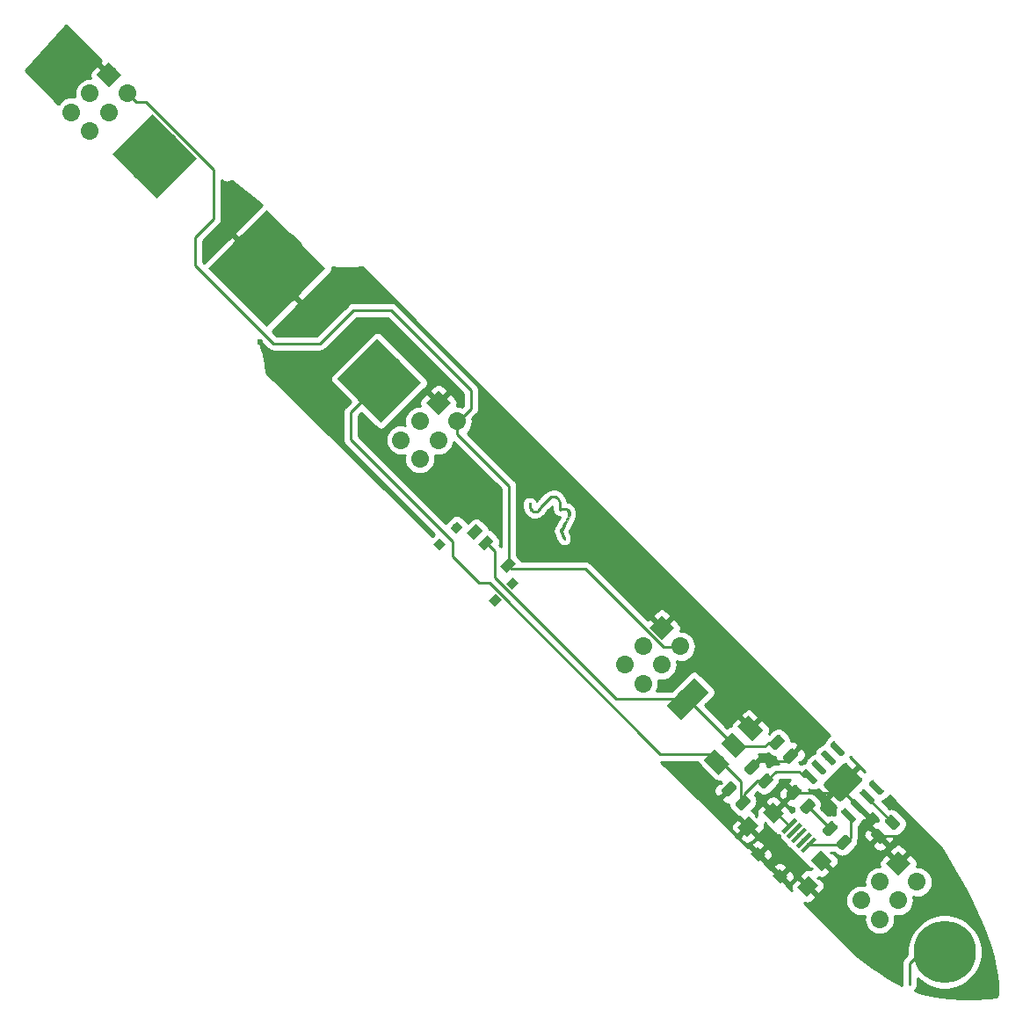
<source format=gbr>
G04 #@! TF.GenerationSoftware,KiCad,Pcbnew,5.1.2*
G04 #@! TF.CreationDate,2019-07-14T10:42:41-05:00*
G04 #@! TF.ProjectId,Master_Sword_(Ocarina_of_Time),4d617374-6572-45f5-9377-6f72645f284f,rev?*
G04 #@! TF.SameCoordinates,Original*
G04 #@! TF.FileFunction,Copper,L2,Bot*
G04 #@! TF.FilePolarity,Positive*
%FSLAX46Y46*%
G04 Gerber Fmt 4.6, Leading zero omitted, Abs format (unit mm)*
G04 Created by KiCad (PCBNEW 5.1.2) date 2019-07-14 10:42:41*
%MOMM*%
%LPD*%
G04 APERTURE LIST*
%ADD10C,0.010000*%
%ADD11C,6.000000*%
%ADD12C,5.500000*%
%ADD13C,0.100000*%
%ADD14C,8.000000*%
%ADD15C,0.975000*%
%ADD16C,1.700000*%
%ADD17C,1.700000*%
%ADD18C,1.000000*%
%ADD19C,1.350000*%
%ADD20C,0.400000*%
%ADD21C,1.400000*%
%ADD22C,0.800000*%
%ADD23C,0.900000*%
%ADD24C,2.410000*%
%ADD25C,0.500000*%
%ADD26C,0.600000*%
%ADD27C,2.000000*%
%ADD28C,1.500000*%
%ADD29C,0.250000*%
%ADD30C,0.254000*%
G04 APERTURE END LIST*
D10*
G36*
X136296662Y-95285390D02*
G01*
X136491401Y-95349541D01*
X136682132Y-95351047D01*
X136695272Y-95348345D01*
X136772079Y-95325995D01*
X136840027Y-95288440D01*
X136915841Y-95221780D01*
X137016251Y-95112111D01*
X137106580Y-95006507D01*
X137244171Y-94849692D01*
X137418642Y-94659395D01*
X137606208Y-94461192D01*
X137760789Y-94302980D01*
X137925346Y-94139470D01*
X138044717Y-94026935D01*
X138132201Y-93955123D01*
X138201095Y-93913785D01*
X138264698Y-93892673D01*
X138301744Y-93886042D01*
X138422481Y-93886744D01*
X138530884Y-93938961D01*
X138588203Y-93984651D01*
X138749949Y-94173452D01*
X138842313Y-94403286D01*
X138867453Y-94680258D01*
X138863131Y-94762192D01*
X138856826Y-94916520D01*
X138862561Y-95038310D01*
X138879072Y-95102515D01*
X138880382Y-95103993D01*
X138943145Y-95119921D01*
X139054211Y-95112696D01*
X139110511Y-95102108D01*
X139349583Y-95071441D01*
X139536360Y-95096858D01*
X139665877Y-95175754D01*
X139733168Y-95305530D01*
X139740046Y-95432069D01*
X139720157Y-95566059D01*
X139679374Y-95706234D01*
X139610722Y-95869848D01*
X139507226Y-96074152D01*
X139406026Y-96258255D01*
X139298999Y-96449378D01*
X139187828Y-96648560D01*
X139092767Y-96819493D01*
X139073593Y-96854101D01*
X138934843Y-97104814D01*
X139122001Y-97523150D01*
X139220566Y-97732887D01*
X139295634Y-97867732D01*
X139350454Y-97933124D01*
X139371994Y-97941487D01*
X139435252Y-97921407D01*
X139454156Y-97855923D01*
X139428018Y-97737170D01*
X139356155Y-97557280D01*
X139334373Y-97509223D01*
X139265513Y-97352342D01*
X139213228Y-97219410D01*
X139186281Y-97133184D01*
X139184448Y-97119824D01*
X139204170Y-97060204D01*
X139259268Y-96943179D01*
X139341942Y-96784176D01*
X139444393Y-96598622D01*
X139475489Y-96544136D01*
X139667322Y-96196013D01*
X139807945Y-95905361D01*
X139899649Y-95664026D01*
X139944720Y-95463854D01*
X139945447Y-95296692D01*
X139904117Y-95154386D01*
X139878831Y-95106746D01*
X139757989Y-94981953D01*
X139580965Y-94899038D01*
X139369514Y-94866799D01*
X139291258Y-94869125D01*
X139059656Y-94887099D01*
X139064549Y-94641834D01*
X139051823Y-94393627D01*
X138994935Y-94191257D01*
X138882680Y-94002577D01*
X138810486Y-93912836D01*
X138703612Y-93797053D01*
X138615512Y-93730913D01*
X138516517Y-93694620D01*
X138467743Y-93684125D01*
X138286637Y-93683862D01*
X138089656Y-93751600D01*
X137873834Y-93889580D01*
X137636202Y-94100050D01*
X137373795Y-94385254D01*
X137112482Y-94709659D01*
X136955193Y-94907625D01*
X136830622Y-95042441D01*
X136725491Y-95122043D01*
X136626521Y-95154363D01*
X136520436Y-95147337D01*
X136425574Y-95120116D01*
X136291178Y-95049390D01*
X136206412Y-94938483D01*
X136163285Y-94772652D01*
X136153625Y-94618317D01*
X136146551Y-94490386D01*
X136123991Y-94424407D01*
X136076658Y-94397893D01*
X136061460Y-94395039D01*
X135996297Y-94393092D01*
X135966094Y-94432174D01*
X135951235Y-94501018D01*
X135948424Y-94658594D01*
X135980779Y-94841965D01*
X136039044Y-95016909D01*
X136113964Y-95149204D01*
X136131996Y-95169421D01*
X136296662Y-95285390D01*
X136296662Y-95285390D01*
G37*
X136296662Y-95285390D02*
X136491401Y-95349541D01*
X136682132Y-95351047D01*
X136695272Y-95348345D01*
X136772079Y-95325995D01*
X136840027Y-95288440D01*
X136915841Y-95221780D01*
X137016251Y-95112111D01*
X137106580Y-95006507D01*
X137244171Y-94849692D01*
X137418642Y-94659395D01*
X137606208Y-94461192D01*
X137760789Y-94302980D01*
X137925346Y-94139470D01*
X138044717Y-94026935D01*
X138132201Y-93955123D01*
X138201095Y-93913785D01*
X138264698Y-93892673D01*
X138301744Y-93886042D01*
X138422481Y-93886744D01*
X138530884Y-93938961D01*
X138588203Y-93984651D01*
X138749949Y-94173452D01*
X138842313Y-94403286D01*
X138867453Y-94680258D01*
X138863131Y-94762192D01*
X138856826Y-94916520D01*
X138862561Y-95038310D01*
X138879072Y-95102515D01*
X138880382Y-95103993D01*
X138943145Y-95119921D01*
X139054211Y-95112696D01*
X139110511Y-95102108D01*
X139349583Y-95071441D01*
X139536360Y-95096858D01*
X139665877Y-95175754D01*
X139733168Y-95305530D01*
X139740046Y-95432069D01*
X139720157Y-95566059D01*
X139679374Y-95706234D01*
X139610722Y-95869848D01*
X139507226Y-96074152D01*
X139406026Y-96258255D01*
X139298999Y-96449378D01*
X139187828Y-96648560D01*
X139092767Y-96819493D01*
X139073593Y-96854101D01*
X138934843Y-97104814D01*
X139122001Y-97523150D01*
X139220566Y-97732887D01*
X139295634Y-97867732D01*
X139350454Y-97933124D01*
X139371994Y-97941487D01*
X139435252Y-97921407D01*
X139454156Y-97855923D01*
X139428018Y-97737170D01*
X139356155Y-97557280D01*
X139334373Y-97509223D01*
X139265513Y-97352342D01*
X139213228Y-97219410D01*
X139186281Y-97133184D01*
X139184448Y-97119824D01*
X139204170Y-97060204D01*
X139259268Y-96943179D01*
X139341942Y-96784176D01*
X139444393Y-96598622D01*
X139475489Y-96544136D01*
X139667322Y-96196013D01*
X139807945Y-95905361D01*
X139899649Y-95664026D01*
X139944720Y-95463854D01*
X139945447Y-95296692D01*
X139904117Y-95154386D01*
X139878831Y-95106746D01*
X139757989Y-94981953D01*
X139580965Y-94899038D01*
X139369514Y-94866799D01*
X139291258Y-94869125D01*
X139059656Y-94887099D01*
X139064549Y-94641834D01*
X139051823Y-94393627D01*
X138994935Y-94191257D01*
X138882680Y-94002577D01*
X138810486Y-93912836D01*
X138703612Y-93797053D01*
X138615512Y-93730913D01*
X138516517Y-93694620D01*
X138467743Y-93684125D01*
X138286637Y-93683862D01*
X138089656Y-93751600D01*
X137873834Y-93889580D01*
X137636202Y-94100050D01*
X137373795Y-94385254D01*
X137112482Y-94709659D01*
X136955193Y-94907625D01*
X136830622Y-95042441D01*
X136725491Y-95122043D01*
X136626521Y-95154363D01*
X136520436Y-95147337D01*
X136425574Y-95120116D01*
X136291178Y-95049390D01*
X136206412Y-94938483D01*
X136163285Y-94772652D01*
X136153625Y-94618317D01*
X136146551Y-94490386D01*
X136123991Y-94424407D01*
X136076658Y-94397893D01*
X136061460Y-94395039D01*
X135996297Y-94393092D01*
X135966094Y-94432174D01*
X135951235Y-94501018D01*
X135948424Y-94658594D01*
X135980779Y-94841965D01*
X136039044Y-95016909D01*
X136113964Y-95149204D01*
X136131996Y-95169421D01*
X136296662Y-95285390D01*
D11*
X176031495Y-137656555D03*
D12*
X121548963Y-82634022D03*
D13*
G36*
X125614827Y-82810799D02*
G01*
X121725740Y-86699886D01*
X117483099Y-82457245D01*
X121372186Y-78568158D01*
X125614827Y-82810799D01*
X125614827Y-82810799D01*
G37*
D12*
X99911495Y-60996554D03*
D13*
G36*
X103977359Y-61173331D02*
G01*
X100088272Y-65062418D01*
X95845631Y-60819777D01*
X99734718Y-56930690D01*
X103977359Y-61173331D01*
X103977359Y-61173331D01*
G37*
D14*
X110730229Y-71815288D03*
D13*
G36*
X116387083Y-71815288D02*
G01*
X110730229Y-77472142D01*
X105073375Y-71815288D01*
X110730229Y-66158434D01*
X116387083Y-71815288D01*
X116387083Y-71815288D01*
G37*
G36*
X166491473Y-126364829D02*
G01*
X166515134Y-126368339D01*
X166538338Y-126374151D01*
X166560860Y-126382209D01*
X166582484Y-126392437D01*
X166603001Y-126404734D01*
X166622214Y-126418984D01*
X166639938Y-126435048D01*
X166984653Y-126779763D01*
X167000717Y-126797487D01*
X167014967Y-126816700D01*
X167027264Y-126837217D01*
X167037492Y-126858841D01*
X167045550Y-126881363D01*
X167051362Y-126904567D01*
X167054872Y-126928228D01*
X167056046Y-126952120D01*
X167054872Y-126976012D01*
X167051362Y-126999673D01*
X167045550Y-127022877D01*
X167037492Y-127045399D01*
X167027264Y-127067023D01*
X167014967Y-127087540D01*
X167000717Y-127106753D01*
X166984653Y-127124477D01*
X166339418Y-127769712D01*
X166321694Y-127785776D01*
X166302481Y-127800026D01*
X166281964Y-127812323D01*
X166260340Y-127822551D01*
X166237818Y-127830609D01*
X166214614Y-127836421D01*
X166190953Y-127839931D01*
X166167061Y-127841105D01*
X166143169Y-127839931D01*
X166119508Y-127836421D01*
X166096304Y-127830609D01*
X166073782Y-127822551D01*
X166052158Y-127812323D01*
X166031641Y-127800026D01*
X166012428Y-127785776D01*
X165994704Y-127769712D01*
X165649989Y-127424997D01*
X165633925Y-127407273D01*
X165619675Y-127388060D01*
X165607378Y-127367543D01*
X165597150Y-127345919D01*
X165589092Y-127323397D01*
X165583280Y-127300193D01*
X165579770Y-127276532D01*
X165578596Y-127252640D01*
X165579770Y-127228748D01*
X165583280Y-127205087D01*
X165589092Y-127181883D01*
X165597150Y-127159361D01*
X165607378Y-127137737D01*
X165619675Y-127117220D01*
X165633925Y-127098007D01*
X165649989Y-127080283D01*
X166295224Y-126435048D01*
X166312948Y-126418984D01*
X166332161Y-126404734D01*
X166352678Y-126392437D01*
X166374302Y-126382209D01*
X166396824Y-126374151D01*
X166420028Y-126368339D01*
X166443689Y-126364829D01*
X166467581Y-126363655D01*
X166491473Y-126364829D01*
X166491473Y-126364829D01*
G37*
D15*
X166317321Y-127102380D03*
D13*
G36*
X165165647Y-125039003D02*
G01*
X165189308Y-125042513D01*
X165212512Y-125048325D01*
X165235034Y-125056383D01*
X165256658Y-125066611D01*
X165277175Y-125078908D01*
X165296388Y-125093158D01*
X165314112Y-125109222D01*
X165658827Y-125453937D01*
X165674891Y-125471661D01*
X165689141Y-125490874D01*
X165701438Y-125511391D01*
X165711666Y-125533015D01*
X165719724Y-125555537D01*
X165725536Y-125578741D01*
X165729046Y-125602402D01*
X165730220Y-125626294D01*
X165729046Y-125650186D01*
X165725536Y-125673847D01*
X165719724Y-125697051D01*
X165711666Y-125719573D01*
X165701438Y-125741197D01*
X165689141Y-125761714D01*
X165674891Y-125780927D01*
X165658827Y-125798651D01*
X165013592Y-126443886D01*
X164995868Y-126459950D01*
X164976655Y-126474200D01*
X164956138Y-126486497D01*
X164934514Y-126496725D01*
X164911992Y-126504783D01*
X164888788Y-126510595D01*
X164865127Y-126514105D01*
X164841235Y-126515279D01*
X164817343Y-126514105D01*
X164793682Y-126510595D01*
X164770478Y-126504783D01*
X164747956Y-126496725D01*
X164726332Y-126486497D01*
X164705815Y-126474200D01*
X164686602Y-126459950D01*
X164668878Y-126443886D01*
X164324163Y-126099171D01*
X164308099Y-126081447D01*
X164293849Y-126062234D01*
X164281552Y-126041717D01*
X164271324Y-126020093D01*
X164263266Y-125997571D01*
X164257454Y-125974367D01*
X164253944Y-125950706D01*
X164252770Y-125926814D01*
X164253944Y-125902922D01*
X164257454Y-125879261D01*
X164263266Y-125856057D01*
X164271324Y-125833535D01*
X164281552Y-125811911D01*
X164293849Y-125791394D01*
X164308099Y-125772181D01*
X164324163Y-125754457D01*
X164969398Y-125109222D01*
X164987122Y-125093158D01*
X165006335Y-125078908D01*
X165026852Y-125066611D01*
X165048476Y-125056383D01*
X165070998Y-125048325D01*
X165094202Y-125042513D01*
X165117863Y-125039003D01*
X165141755Y-125037829D01*
X165165647Y-125039003D01*
X165165647Y-125039003D01*
G37*
D15*
X164991495Y-125776554D03*
D13*
G36*
X158945648Y-120449004D02*
G01*
X158969309Y-120452514D01*
X158992513Y-120458326D01*
X159015035Y-120466384D01*
X159036659Y-120476612D01*
X159057176Y-120488909D01*
X159076389Y-120503159D01*
X159094113Y-120519223D01*
X159438828Y-120863938D01*
X159454892Y-120881662D01*
X159469142Y-120900875D01*
X159481439Y-120921392D01*
X159491667Y-120943016D01*
X159499725Y-120965538D01*
X159505537Y-120988742D01*
X159509047Y-121012403D01*
X159510221Y-121036295D01*
X159509047Y-121060187D01*
X159505537Y-121083848D01*
X159499725Y-121107052D01*
X159491667Y-121129574D01*
X159481439Y-121151198D01*
X159469142Y-121171715D01*
X159454892Y-121190928D01*
X159438828Y-121208652D01*
X158793593Y-121853887D01*
X158775869Y-121869951D01*
X158756656Y-121884201D01*
X158736139Y-121896498D01*
X158714515Y-121906726D01*
X158691993Y-121914784D01*
X158668789Y-121920596D01*
X158645128Y-121924106D01*
X158621236Y-121925280D01*
X158597344Y-121924106D01*
X158573683Y-121920596D01*
X158550479Y-121914784D01*
X158527957Y-121906726D01*
X158506333Y-121896498D01*
X158485816Y-121884201D01*
X158466603Y-121869951D01*
X158448879Y-121853887D01*
X158104164Y-121509172D01*
X158088100Y-121491448D01*
X158073850Y-121472235D01*
X158061553Y-121451718D01*
X158051325Y-121430094D01*
X158043267Y-121407572D01*
X158037455Y-121384368D01*
X158033945Y-121360707D01*
X158032771Y-121336815D01*
X158033945Y-121312923D01*
X158037455Y-121289262D01*
X158043267Y-121266058D01*
X158051325Y-121243536D01*
X158061553Y-121221912D01*
X158073850Y-121201395D01*
X158088100Y-121182182D01*
X158104164Y-121164458D01*
X158749399Y-120519223D01*
X158767123Y-120503159D01*
X158786336Y-120488909D01*
X158806853Y-120476612D01*
X158828477Y-120466384D01*
X158850999Y-120458326D01*
X158874203Y-120452514D01*
X158897864Y-120449004D01*
X158921756Y-120447830D01*
X158945648Y-120449004D01*
X158945648Y-120449004D01*
G37*
D15*
X158771496Y-121186555D03*
D13*
G36*
X157619822Y-119123178D02*
G01*
X157643483Y-119126688D01*
X157666687Y-119132500D01*
X157689209Y-119140558D01*
X157710833Y-119150786D01*
X157731350Y-119163083D01*
X157750563Y-119177333D01*
X157768287Y-119193397D01*
X158113002Y-119538112D01*
X158129066Y-119555836D01*
X158143316Y-119575049D01*
X158155613Y-119595566D01*
X158165841Y-119617190D01*
X158173899Y-119639712D01*
X158179711Y-119662916D01*
X158183221Y-119686577D01*
X158184395Y-119710469D01*
X158183221Y-119734361D01*
X158179711Y-119758022D01*
X158173899Y-119781226D01*
X158165841Y-119803748D01*
X158155613Y-119825372D01*
X158143316Y-119845889D01*
X158129066Y-119865102D01*
X158113002Y-119882826D01*
X157467767Y-120528061D01*
X157450043Y-120544125D01*
X157430830Y-120558375D01*
X157410313Y-120570672D01*
X157388689Y-120580900D01*
X157366167Y-120588958D01*
X157342963Y-120594770D01*
X157319302Y-120598280D01*
X157295410Y-120599454D01*
X157271518Y-120598280D01*
X157247857Y-120594770D01*
X157224653Y-120588958D01*
X157202131Y-120580900D01*
X157180507Y-120570672D01*
X157159990Y-120558375D01*
X157140777Y-120544125D01*
X157123053Y-120528061D01*
X156778338Y-120183346D01*
X156762274Y-120165622D01*
X156748024Y-120146409D01*
X156735727Y-120125892D01*
X156725499Y-120104268D01*
X156717441Y-120081746D01*
X156711629Y-120058542D01*
X156708119Y-120034881D01*
X156706945Y-120010989D01*
X156708119Y-119987097D01*
X156711629Y-119963436D01*
X156717441Y-119940232D01*
X156725499Y-119917710D01*
X156735727Y-119896086D01*
X156748024Y-119875569D01*
X156762274Y-119856356D01*
X156778338Y-119838632D01*
X157423573Y-119193397D01*
X157441297Y-119177333D01*
X157460510Y-119163083D01*
X157481027Y-119150786D01*
X157502651Y-119140558D01*
X157525173Y-119132500D01*
X157548377Y-119126688D01*
X157572038Y-119123178D01*
X157595930Y-119122004D01*
X157619822Y-119123178D01*
X157619822Y-119123178D01*
G37*
D15*
X157445670Y-119860729D03*
D13*
G36*
X155439821Y-121213177D02*
G01*
X155463482Y-121216687D01*
X155486686Y-121222499D01*
X155509208Y-121230557D01*
X155530832Y-121240785D01*
X155551349Y-121253082D01*
X155570562Y-121267332D01*
X155588286Y-121283396D01*
X155933001Y-121628111D01*
X155949065Y-121645835D01*
X155963315Y-121665048D01*
X155975612Y-121685565D01*
X155985840Y-121707189D01*
X155993898Y-121729711D01*
X155999710Y-121752915D01*
X156003220Y-121776576D01*
X156004394Y-121800468D01*
X156003220Y-121824360D01*
X155999710Y-121848021D01*
X155993898Y-121871225D01*
X155985840Y-121893747D01*
X155975612Y-121915371D01*
X155963315Y-121935888D01*
X155949065Y-121955101D01*
X155933001Y-121972825D01*
X155287766Y-122618060D01*
X155270042Y-122634124D01*
X155250829Y-122648374D01*
X155230312Y-122660671D01*
X155208688Y-122670899D01*
X155186166Y-122678957D01*
X155162962Y-122684769D01*
X155139301Y-122688279D01*
X155115409Y-122689453D01*
X155091517Y-122688279D01*
X155067856Y-122684769D01*
X155044652Y-122678957D01*
X155022130Y-122670899D01*
X155000506Y-122660671D01*
X154979989Y-122648374D01*
X154960776Y-122634124D01*
X154943052Y-122618060D01*
X154598337Y-122273345D01*
X154582273Y-122255621D01*
X154568023Y-122236408D01*
X154555726Y-122215891D01*
X154545498Y-122194267D01*
X154537440Y-122171745D01*
X154531628Y-122148541D01*
X154528118Y-122124880D01*
X154526944Y-122100988D01*
X154528118Y-122077096D01*
X154531628Y-122053435D01*
X154537440Y-122030231D01*
X154545498Y-122007709D01*
X154555726Y-121986085D01*
X154568023Y-121965568D01*
X154582273Y-121946355D01*
X154598337Y-121928631D01*
X155243572Y-121283396D01*
X155261296Y-121267332D01*
X155280509Y-121253082D01*
X155301026Y-121240785D01*
X155322650Y-121230557D01*
X155345172Y-121222499D01*
X155368376Y-121216687D01*
X155392037Y-121213177D01*
X155415929Y-121212003D01*
X155439821Y-121213177D01*
X155439821Y-121213177D01*
G37*
D15*
X155265669Y-121950728D03*
D13*
G36*
X156765647Y-122539003D02*
G01*
X156789308Y-122542513D01*
X156812512Y-122548325D01*
X156835034Y-122556383D01*
X156856658Y-122566611D01*
X156877175Y-122578908D01*
X156896388Y-122593158D01*
X156914112Y-122609222D01*
X157258827Y-122953937D01*
X157274891Y-122971661D01*
X157289141Y-122990874D01*
X157301438Y-123011391D01*
X157311666Y-123033015D01*
X157319724Y-123055537D01*
X157325536Y-123078741D01*
X157329046Y-123102402D01*
X157330220Y-123126294D01*
X157329046Y-123150186D01*
X157325536Y-123173847D01*
X157319724Y-123197051D01*
X157311666Y-123219573D01*
X157301438Y-123241197D01*
X157289141Y-123261714D01*
X157274891Y-123280927D01*
X157258827Y-123298651D01*
X156613592Y-123943886D01*
X156595868Y-123959950D01*
X156576655Y-123974200D01*
X156556138Y-123986497D01*
X156534514Y-123996725D01*
X156511992Y-124004783D01*
X156488788Y-124010595D01*
X156465127Y-124014105D01*
X156441235Y-124015279D01*
X156417343Y-124014105D01*
X156393682Y-124010595D01*
X156370478Y-124004783D01*
X156347956Y-123996725D01*
X156326332Y-123986497D01*
X156305815Y-123974200D01*
X156286602Y-123959950D01*
X156268878Y-123943886D01*
X155924163Y-123599171D01*
X155908099Y-123581447D01*
X155893849Y-123562234D01*
X155881552Y-123541717D01*
X155871324Y-123520093D01*
X155863266Y-123497571D01*
X155857454Y-123474367D01*
X155853944Y-123450706D01*
X155852770Y-123426814D01*
X155853944Y-123402922D01*
X155857454Y-123379261D01*
X155863266Y-123356057D01*
X155871324Y-123333535D01*
X155881552Y-123311911D01*
X155893849Y-123291394D01*
X155908099Y-123272181D01*
X155924163Y-123254457D01*
X156569398Y-122609222D01*
X156587122Y-122593158D01*
X156606335Y-122578908D01*
X156626852Y-122566611D01*
X156648476Y-122556383D01*
X156670998Y-122548325D01*
X156694202Y-122542513D01*
X156717863Y-122539003D01*
X156741755Y-122537829D01*
X156765647Y-122539003D01*
X156765647Y-122539003D01*
G37*
D15*
X156591495Y-123276554D03*
D13*
G36*
X161358560Y-118051917D02*
G01*
X161382221Y-118055427D01*
X161405425Y-118061239D01*
X161427947Y-118069297D01*
X161449571Y-118079525D01*
X161470088Y-118091822D01*
X161489301Y-118106072D01*
X161507025Y-118122136D01*
X161851740Y-118466851D01*
X161867804Y-118484575D01*
X161882054Y-118503788D01*
X161894351Y-118524305D01*
X161904579Y-118545929D01*
X161912637Y-118568451D01*
X161918449Y-118591655D01*
X161921959Y-118615316D01*
X161923133Y-118639208D01*
X161921959Y-118663100D01*
X161918449Y-118686761D01*
X161912637Y-118709965D01*
X161904579Y-118732487D01*
X161894351Y-118754111D01*
X161882054Y-118774628D01*
X161867804Y-118793841D01*
X161851740Y-118811565D01*
X161206505Y-119456800D01*
X161188781Y-119472864D01*
X161169568Y-119487114D01*
X161149051Y-119499411D01*
X161127427Y-119509639D01*
X161104905Y-119517697D01*
X161081701Y-119523509D01*
X161058040Y-119527019D01*
X161034148Y-119528193D01*
X161010256Y-119527019D01*
X160986595Y-119523509D01*
X160963391Y-119517697D01*
X160940869Y-119509639D01*
X160919245Y-119499411D01*
X160898728Y-119487114D01*
X160879515Y-119472864D01*
X160861791Y-119456800D01*
X160517076Y-119112085D01*
X160501012Y-119094361D01*
X160486762Y-119075148D01*
X160474465Y-119054631D01*
X160464237Y-119033007D01*
X160456179Y-119010485D01*
X160450367Y-118987281D01*
X160446857Y-118963620D01*
X160445683Y-118939728D01*
X160446857Y-118915836D01*
X160450367Y-118892175D01*
X160456179Y-118868971D01*
X160464237Y-118846449D01*
X160474465Y-118824825D01*
X160486762Y-118804308D01*
X160501012Y-118785095D01*
X160517076Y-118767371D01*
X161162311Y-118122136D01*
X161180035Y-118106072D01*
X161199248Y-118091822D01*
X161219765Y-118079525D01*
X161241389Y-118069297D01*
X161263911Y-118061239D01*
X161287115Y-118055427D01*
X161310776Y-118051917D01*
X161334668Y-118050743D01*
X161358560Y-118051917D01*
X161358560Y-118051917D01*
G37*
D15*
X161184408Y-118789468D03*
D13*
G36*
X160032734Y-116726091D02*
G01*
X160056395Y-116729601D01*
X160079599Y-116735413D01*
X160102121Y-116743471D01*
X160123745Y-116753699D01*
X160144262Y-116765996D01*
X160163475Y-116780246D01*
X160181199Y-116796310D01*
X160525914Y-117141025D01*
X160541978Y-117158749D01*
X160556228Y-117177962D01*
X160568525Y-117198479D01*
X160578753Y-117220103D01*
X160586811Y-117242625D01*
X160592623Y-117265829D01*
X160596133Y-117289490D01*
X160597307Y-117313382D01*
X160596133Y-117337274D01*
X160592623Y-117360935D01*
X160586811Y-117384139D01*
X160578753Y-117406661D01*
X160568525Y-117428285D01*
X160556228Y-117448802D01*
X160541978Y-117468015D01*
X160525914Y-117485739D01*
X159880679Y-118130974D01*
X159862955Y-118147038D01*
X159843742Y-118161288D01*
X159823225Y-118173585D01*
X159801601Y-118183813D01*
X159779079Y-118191871D01*
X159755875Y-118197683D01*
X159732214Y-118201193D01*
X159708322Y-118202367D01*
X159684430Y-118201193D01*
X159660769Y-118197683D01*
X159637565Y-118191871D01*
X159615043Y-118183813D01*
X159593419Y-118173585D01*
X159572902Y-118161288D01*
X159553689Y-118147038D01*
X159535965Y-118130974D01*
X159191250Y-117786259D01*
X159175186Y-117768535D01*
X159160936Y-117749322D01*
X159148639Y-117728805D01*
X159138411Y-117707181D01*
X159130353Y-117684659D01*
X159124541Y-117661455D01*
X159121031Y-117637794D01*
X159119857Y-117613902D01*
X159121031Y-117590010D01*
X159124541Y-117566349D01*
X159130353Y-117543145D01*
X159138411Y-117520623D01*
X159148639Y-117498999D01*
X159160936Y-117478482D01*
X159175186Y-117459269D01*
X159191250Y-117441545D01*
X159836485Y-116796310D01*
X159854209Y-116780246D01*
X159873422Y-116765996D01*
X159893939Y-116753699D01*
X159915563Y-116743471D01*
X159938085Y-116735413D01*
X159961289Y-116729601D01*
X159984950Y-116726091D01*
X160008842Y-116724917D01*
X160032734Y-116726091D01*
X160032734Y-116726091D01*
G37*
D15*
X159858582Y-117463642D03*
D16*
X169761495Y-134496555D03*
D17*
X169761495Y-134496555D02*
X169761495Y-134496555D01*
D16*
X167965444Y-132700503D03*
D17*
X167965444Y-132700503D02*
X167965444Y-132700503D01*
D16*
X171557546Y-132700503D03*
D17*
X171557546Y-132700503D02*
X171557546Y-132700503D01*
D16*
X169761495Y-130904452D03*
D17*
X169761495Y-130904452D02*
X169761495Y-130904452D01*
D16*
X173353597Y-130904452D03*
D17*
X173353597Y-130904452D02*
X173353597Y-130904452D01*
D16*
X171557546Y-129108401D03*
D13*
G36*
X170355464Y-129108401D02*
G01*
X171557546Y-127906319D01*
X172759628Y-129108401D01*
X171557546Y-130310483D01*
X170355464Y-129108401D01*
X170355464Y-129108401D01*
G37*
D16*
X148771495Y-106416554D03*
D13*
G36*
X147569413Y-106416554D02*
G01*
X148771495Y-105214472D01*
X149973577Y-106416554D01*
X148771495Y-107618636D01*
X147569413Y-106416554D01*
X147569413Y-106416554D01*
G37*
D16*
X150567546Y-108212605D03*
D17*
X150567546Y-108212605D02*
X150567546Y-108212605D01*
D16*
X146975444Y-108212605D03*
D17*
X146975444Y-108212605D02*
X146975444Y-108212605D01*
D16*
X148771495Y-110008656D03*
D17*
X148771495Y-110008656D02*
X148771495Y-110008656D01*
D16*
X145179393Y-110008656D03*
D17*
X145179393Y-110008656D02*
X145179393Y-110008656D01*
D16*
X146975444Y-111804708D03*
D17*
X146975444Y-111804708D02*
X146975444Y-111804708D01*
D16*
X127261496Y-84756555D03*
D13*
G36*
X126059414Y-84756555D02*
G01*
X127261496Y-83554473D01*
X128463578Y-84756555D01*
X127261496Y-85958637D01*
X126059414Y-84756555D01*
X126059414Y-84756555D01*
G37*
D16*
X129057547Y-86552606D03*
D17*
X129057547Y-86552606D02*
X129057547Y-86552606D01*
D16*
X125465445Y-86552606D03*
D17*
X125465445Y-86552606D02*
X125465445Y-86552606D01*
D16*
X127261496Y-88348657D03*
D17*
X127261496Y-88348657D02*
X127261496Y-88348657D01*
D16*
X123669394Y-88348657D03*
D17*
X123669394Y-88348657D02*
X123669394Y-88348657D01*
D16*
X125465445Y-90144709D03*
D17*
X125465445Y-90144709D02*
X125465445Y-90144709D01*
D16*
X93695444Y-58552607D03*
D17*
X93695444Y-58552607D02*
X93695444Y-58552607D01*
D16*
X91899393Y-56756555D03*
D17*
X91899393Y-56756555D02*
X91899393Y-56756555D01*
D16*
X95491495Y-56756555D03*
D17*
X95491495Y-56756555D02*
X95491495Y-56756555D01*
D16*
X93695444Y-54960504D03*
D17*
X93695444Y-54960504D02*
X93695444Y-54960504D01*
D16*
X97287546Y-54960504D03*
D17*
X97287546Y-54960504D02*
X97287546Y-54960504D01*
D16*
X95491495Y-53164453D03*
D13*
G36*
X94289413Y-53164453D02*
G01*
X95491495Y-51962371D01*
X96693577Y-53164453D01*
X95491495Y-54366535D01*
X94289413Y-53164453D01*
X94289413Y-53164453D01*
G37*
D18*
X158056571Y-128226352D03*
D13*
G36*
X158799033Y-128261707D02*
G01*
X158091926Y-128968814D01*
X157314109Y-128190997D01*
X158021216Y-127483890D01*
X158799033Y-128261707D01*
X158799033Y-128261707D01*
G37*
D18*
X160177891Y-130347672D03*
D13*
G36*
X160920353Y-130383027D02*
G01*
X160213246Y-131090134D01*
X159435429Y-130312317D01*
X160142536Y-129605210D01*
X160920353Y-130383027D01*
X160920353Y-130383027D01*
G37*
D19*
X157070157Y-125571166D03*
D13*
G36*
X158077784Y-125518133D02*
G01*
X157017124Y-126578793D01*
X156062530Y-125624199D01*
X157123190Y-124563539D01*
X158077784Y-125518133D01*
X158077784Y-125518133D01*
G37*
D19*
X162833077Y-131334086D03*
D13*
G36*
X163840704Y-131281053D02*
G01*
X162780044Y-132341713D01*
X161825450Y-131387119D01*
X162886110Y-130326459D01*
X163840704Y-131281053D01*
X163840704Y-131281053D01*
G37*
D20*
X161061774Y-125503991D03*
D13*
G36*
X161839591Y-125009016D02*
G01*
X160566799Y-126281808D01*
X160283957Y-125998966D01*
X161556749Y-124726174D01*
X161839591Y-125009016D01*
X161839591Y-125009016D01*
G37*
D20*
X162900252Y-127342469D03*
D13*
G36*
X163678069Y-126847494D02*
G01*
X162405277Y-128120286D01*
X162122435Y-127837444D01*
X163395227Y-126564652D01*
X163678069Y-126847494D01*
X163678069Y-126847494D01*
G37*
D20*
X161521394Y-125963610D03*
D13*
G36*
X162299211Y-125468635D02*
G01*
X161026419Y-126741427D01*
X160743577Y-126458585D01*
X162016369Y-125185793D01*
X162299211Y-125468635D01*
X162299211Y-125468635D01*
G37*
D20*
X162440633Y-126882849D03*
D13*
G36*
X163218450Y-126387874D02*
G01*
X161945658Y-127660666D01*
X161662816Y-127377824D01*
X162935608Y-126105032D01*
X163218450Y-126387874D01*
X163218450Y-126387874D01*
G37*
D20*
X161981013Y-126423230D03*
D13*
G36*
X162758830Y-125928255D02*
G01*
X161486038Y-127201047D01*
X161203196Y-126918205D01*
X162475988Y-125645413D01*
X162758830Y-125928255D01*
X162758830Y-125928255D01*
G37*
D21*
X159541495Y-124266554D03*
D13*
G36*
X160566800Y-124301909D02*
G01*
X159576850Y-125291859D01*
X158516190Y-124231199D01*
X159506140Y-123241249D01*
X160566800Y-124301909D01*
X160566800Y-124301909D01*
G37*
D21*
X164137689Y-128862748D03*
D13*
G36*
X165162994Y-128898103D02*
G01*
X164173044Y-129888053D01*
X163112384Y-128827393D01*
X164102334Y-127837443D01*
X165162994Y-128898103D01*
X165162994Y-128898103D01*
G37*
G36*
X170870953Y-124443177D02*
G01*
X170894614Y-124446687D01*
X170917818Y-124452499D01*
X170940340Y-124460557D01*
X170961964Y-124470785D01*
X170982481Y-124483082D01*
X171001694Y-124497332D01*
X171019418Y-124513396D01*
X171664653Y-125158631D01*
X171680717Y-125176355D01*
X171694967Y-125195568D01*
X171707264Y-125216085D01*
X171717492Y-125237709D01*
X171725550Y-125260231D01*
X171731362Y-125283435D01*
X171734872Y-125307096D01*
X171736046Y-125330988D01*
X171734872Y-125354880D01*
X171731362Y-125378541D01*
X171725550Y-125401745D01*
X171717492Y-125424267D01*
X171707264Y-125445891D01*
X171694967Y-125466408D01*
X171680717Y-125485621D01*
X171664653Y-125503345D01*
X171319938Y-125848060D01*
X171302214Y-125864124D01*
X171283001Y-125878374D01*
X171262484Y-125890671D01*
X171240860Y-125900899D01*
X171218338Y-125908957D01*
X171195134Y-125914769D01*
X171171473Y-125918279D01*
X171147581Y-125919453D01*
X171123689Y-125918279D01*
X171100028Y-125914769D01*
X171076824Y-125908957D01*
X171054302Y-125900899D01*
X171032678Y-125890671D01*
X171012161Y-125878374D01*
X170992948Y-125864124D01*
X170975224Y-125848060D01*
X170329989Y-125202825D01*
X170313925Y-125185101D01*
X170299675Y-125165888D01*
X170287378Y-125145371D01*
X170277150Y-125123747D01*
X170269092Y-125101225D01*
X170263280Y-125078021D01*
X170259770Y-125054360D01*
X170258596Y-125030468D01*
X170259770Y-125006576D01*
X170263280Y-124982915D01*
X170269092Y-124959711D01*
X170277150Y-124937189D01*
X170287378Y-124915565D01*
X170299675Y-124895048D01*
X170313925Y-124875835D01*
X170329989Y-124858111D01*
X170674704Y-124513396D01*
X170692428Y-124497332D01*
X170711641Y-124483082D01*
X170732158Y-124470785D01*
X170753782Y-124460557D01*
X170776304Y-124452499D01*
X170799508Y-124446687D01*
X170823169Y-124443177D01*
X170847061Y-124442003D01*
X170870953Y-124443177D01*
X170870953Y-124443177D01*
G37*
D15*
X170997321Y-125180728D03*
D13*
G36*
X169545127Y-125769003D02*
G01*
X169568788Y-125772513D01*
X169591992Y-125778325D01*
X169614514Y-125786383D01*
X169636138Y-125796611D01*
X169656655Y-125808908D01*
X169675868Y-125823158D01*
X169693592Y-125839222D01*
X170338827Y-126484457D01*
X170354891Y-126502181D01*
X170369141Y-126521394D01*
X170381438Y-126541911D01*
X170391666Y-126563535D01*
X170399724Y-126586057D01*
X170405536Y-126609261D01*
X170409046Y-126632922D01*
X170410220Y-126656814D01*
X170409046Y-126680706D01*
X170405536Y-126704367D01*
X170399724Y-126727571D01*
X170391666Y-126750093D01*
X170381438Y-126771717D01*
X170369141Y-126792234D01*
X170354891Y-126811447D01*
X170338827Y-126829171D01*
X169994112Y-127173886D01*
X169976388Y-127189950D01*
X169957175Y-127204200D01*
X169936658Y-127216497D01*
X169915034Y-127226725D01*
X169892512Y-127234783D01*
X169869308Y-127240595D01*
X169845647Y-127244105D01*
X169821755Y-127245279D01*
X169797863Y-127244105D01*
X169774202Y-127240595D01*
X169750998Y-127234783D01*
X169728476Y-127226725D01*
X169706852Y-127216497D01*
X169686335Y-127204200D01*
X169667122Y-127189950D01*
X169649398Y-127173886D01*
X169004163Y-126528651D01*
X168988099Y-126510927D01*
X168973849Y-126491714D01*
X168961552Y-126471197D01*
X168951324Y-126449573D01*
X168943266Y-126427051D01*
X168937454Y-126403847D01*
X168933944Y-126380186D01*
X168932770Y-126356294D01*
X168933944Y-126332402D01*
X168937454Y-126308741D01*
X168943266Y-126285537D01*
X168951324Y-126263015D01*
X168961552Y-126241391D01*
X168973849Y-126220874D01*
X168988099Y-126201661D01*
X169004163Y-126183937D01*
X169348878Y-125839222D01*
X169366602Y-125823158D01*
X169385815Y-125808908D01*
X169406332Y-125796611D01*
X169427956Y-125786383D01*
X169450478Y-125778325D01*
X169473682Y-125772513D01*
X169497343Y-125769003D01*
X169521235Y-125767829D01*
X169545127Y-125769003D01*
X169545127Y-125769003D01*
G37*
D15*
X169671495Y-126506554D03*
D13*
G36*
X162995648Y-122879004D02*
G01*
X163019309Y-122882514D01*
X163042513Y-122888326D01*
X163065035Y-122896384D01*
X163086659Y-122906612D01*
X163107176Y-122918909D01*
X163126389Y-122933159D01*
X163144113Y-122949223D01*
X163488828Y-123293938D01*
X163504892Y-123311662D01*
X163519142Y-123330875D01*
X163531439Y-123351392D01*
X163541667Y-123373016D01*
X163549725Y-123395538D01*
X163555537Y-123418742D01*
X163559047Y-123442403D01*
X163560221Y-123466295D01*
X163559047Y-123490187D01*
X163555537Y-123513848D01*
X163549725Y-123537052D01*
X163541667Y-123559574D01*
X163531439Y-123581198D01*
X163519142Y-123601715D01*
X163504892Y-123620928D01*
X163488828Y-123638652D01*
X162843593Y-124283887D01*
X162825869Y-124299951D01*
X162806656Y-124314201D01*
X162786139Y-124326498D01*
X162764515Y-124336726D01*
X162741993Y-124344784D01*
X162718789Y-124350596D01*
X162695128Y-124354106D01*
X162671236Y-124355280D01*
X162647344Y-124354106D01*
X162623683Y-124350596D01*
X162600479Y-124344784D01*
X162577957Y-124336726D01*
X162556333Y-124326498D01*
X162535816Y-124314201D01*
X162516603Y-124299951D01*
X162498879Y-124283887D01*
X162154164Y-123939172D01*
X162138100Y-123921448D01*
X162123850Y-123902235D01*
X162111553Y-123881718D01*
X162101325Y-123860094D01*
X162093267Y-123837572D01*
X162087455Y-123814368D01*
X162083945Y-123790707D01*
X162082771Y-123766815D01*
X162083945Y-123742923D01*
X162087455Y-123719262D01*
X162093267Y-123696058D01*
X162101325Y-123673536D01*
X162111553Y-123651912D01*
X162123850Y-123631395D01*
X162138100Y-123612182D01*
X162154164Y-123594458D01*
X162799399Y-122949223D01*
X162817123Y-122933159D01*
X162836336Y-122918909D01*
X162856853Y-122906612D01*
X162878477Y-122896384D01*
X162900999Y-122888326D01*
X162924203Y-122882514D01*
X162947864Y-122879004D01*
X162971756Y-122877830D01*
X162995648Y-122879004D01*
X162995648Y-122879004D01*
G37*
D15*
X162821496Y-123616555D03*
D13*
G36*
X161669822Y-121553178D02*
G01*
X161693483Y-121556688D01*
X161716687Y-121562500D01*
X161739209Y-121570558D01*
X161760833Y-121580786D01*
X161781350Y-121593083D01*
X161800563Y-121607333D01*
X161818287Y-121623397D01*
X162163002Y-121968112D01*
X162179066Y-121985836D01*
X162193316Y-122005049D01*
X162205613Y-122025566D01*
X162215841Y-122047190D01*
X162223899Y-122069712D01*
X162229711Y-122092916D01*
X162233221Y-122116577D01*
X162234395Y-122140469D01*
X162233221Y-122164361D01*
X162229711Y-122188022D01*
X162223899Y-122211226D01*
X162215841Y-122233748D01*
X162205613Y-122255372D01*
X162193316Y-122275889D01*
X162179066Y-122295102D01*
X162163002Y-122312826D01*
X161517767Y-122958061D01*
X161500043Y-122974125D01*
X161480830Y-122988375D01*
X161460313Y-123000672D01*
X161438689Y-123010900D01*
X161416167Y-123018958D01*
X161392963Y-123024770D01*
X161369302Y-123028280D01*
X161345410Y-123029454D01*
X161321518Y-123028280D01*
X161297857Y-123024770D01*
X161274653Y-123018958D01*
X161252131Y-123010900D01*
X161230507Y-123000672D01*
X161209990Y-122988375D01*
X161190777Y-122974125D01*
X161173053Y-122958061D01*
X160828338Y-122613346D01*
X160812274Y-122595622D01*
X160798024Y-122576409D01*
X160785727Y-122555892D01*
X160775499Y-122534268D01*
X160767441Y-122511746D01*
X160761629Y-122488542D01*
X160758119Y-122464881D01*
X160756945Y-122440989D01*
X160758119Y-122417097D01*
X160761629Y-122393436D01*
X160767441Y-122370232D01*
X160775499Y-122347710D01*
X160785727Y-122326086D01*
X160798024Y-122305569D01*
X160812274Y-122286356D01*
X160828338Y-122268632D01*
X161473573Y-121623397D01*
X161491297Y-121607333D01*
X161510510Y-121593083D01*
X161531027Y-121580786D01*
X161552651Y-121570558D01*
X161575173Y-121562500D01*
X161598377Y-121556688D01*
X161622038Y-121553178D01*
X161645930Y-121552004D01*
X161669822Y-121553178D01*
X161669822Y-121553178D01*
G37*
D15*
X161495670Y-122290729D03*
D22*
X127351316Y-98402722D03*
D13*
G36*
X126750275Y-98438077D02*
G01*
X127386671Y-97801681D01*
X127952357Y-98367367D01*
X127315961Y-99003763D01*
X126750275Y-98438077D01*
X126750275Y-98438077D01*
G37*
D22*
X132725328Y-103776734D03*
D13*
G36*
X132124287Y-103812089D02*
G01*
X132760683Y-103175693D01*
X133326369Y-103741379D01*
X132689973Y-104377775D01*
X132124287Y-103812089D01*
X132124287Y-103812089D01*
G37*
D22*
X134358745Y-102157459D03*
D13*
G36*
X133757704Y-102192814D02*
G01*
X134394100Y-101556418D01*
X134959786Y-102122104D01*
X134323390Y-102758500D01*
X133757704Y-102192814D01*
X133757704Y-102192814D01*
G37*
D22*
X128977662Y-96776376D03*
D13*
G36*
X128376621Y-96811731D02*
G01*
X129013017Y-96175335D01*
X129578703Y-96741021D01*
X128942307Y-97377417D01*
X128376621Y-96811731D01*
X128376621Y-96811731D01*
G37*
D23*
X130763107Y-97182963D03*
D13*
G36*
X130002967Y-97306707D02*
G01*
X130886851Y-96422823D01*
X131523247Y-97059219D01*
X130639363Y-97943103D01*
X130002967Y-97306707D01*
X130002967Y-97306707D01*
G37*
D23*
X131823767Y-98243623D03*
D13*
G36*
X131063627Y-98367367D02*
G01*
X131947511Y-97483483D01*
X132583907Y-98119879D01*
X131700023Y-99003763D01*
X131063627Y-98367367D01*
X131063627Y-98367367D01*
G37*
D23*
X133945087Y-100364943D03*
D13*
G36*
X133184947Y-100488687D02*
G01*
X134068831Y-99604803D01*
X134705227Y-100241199D01*
X133821343Y-101125083D01*
X133184947Y-100488687D01*
X133184947Y-100488687D01*
G37*
G36*
X166509952Y-119443232D02*
G01*
X166534220Y-119446832D01*
X166558019Y-119452793D01*
X166581118Y-119461058D01*
X166603296Y-119471547D01*
X166624339Y-119484160D01*
X166644045Y-119498775D01*
X166662223Y-119515251D01*
X168012800Y-120865828D01*
X168029276Y-120884006D01*
X168043891Y-120903712D01*
X168056504Y-120924755D01*
X168066993Y-120946933D01*
X168075258Y-120970032D01*
X168081219Y-120993831D01*
X168084819Y-121018099D01*
X168086023Y-121042603D01*
X168084819Y-121067107D01*
X168081219Y-121091375D01*
X168075258Y-121115174D01*
X168066993Y-121138273D01*
X168056504Y-121160451D01*
X168043891Y-121181494D01*
X168029276Y-121201200D01*
X168012800Y-121219378D01*
X166174319Y-123057859D01*
X166156141Y-123074335D01*
X166136435Y-123088950D01*
X166115392Y-123101563D01*
X166093214Y-123112052D01*
X166070115Y-123120317D01*
X166046316Y-123126278D01*
X166022048Y-123129878D01*
X165997544Y-123131082D01*
X165973040Y-123129878D01*
X165948772Y-123126278D01*
X165924973Y-123120317D01*
X165901874Y-123112052D01*
X165879696Y-123101563D01*
X165858653Y-123088950D01*
X165838947Y-123074335D01*
X165820769Y-123057859D01*
X164470192Y-121707282D01*
X164453716Y-121689104D01*
X164439101Y-121669398D01*
X164426488Y-121648355D01*
X164415999Y-121626177D01*
X164407734Y-121603078D01*
X164401773Y-121579279D01*
X164398173Y-121555011D01*
X164396969Y-121530507D01*
X164398173Y-121506003D01*
X164401773Y-121481735D01*
X164407734Y-121457936D01*
X164415999Y-121434837D01*
X164426488Y-121412659D01*
X164439101Y-121391616D01*
X164453716Y-121371910D01*
X164470192Y-121353732D01*
X166308673Y-119515251D01*
X166326851Y-119498775D01*
X166346557Y-119484160D01*
X166367600Y-119471547D01*
X166389778Y-119461058D01*
X166412877Y-119452793D01*
X166436676Y-119446832D01*
X166460944Y-119443232D01*
X166485448Y-119442028D01*
X166509952Y-119443232D01*
X166509952Y-119443232D01*
G37*
D24*
X166241496Y-121286555D03*
D25*
X167836022Y-121042603D03*
X166485448Y-119692029D03*
X166916783Y-121961842D03*
X165566209Y-120611268D03*
X165997544Y-122881081D03*
X164646970Y-121530507D03*
D13*
G36*
X169123517Y-121098387D02*
G01*
X169138078Y-121100547D01*
X169152357Y-121104124D01*
X169166217Y-121109083D01*
X169179524Y-121115377D01*
X169192150Y-121122945D01*
X169203973Y-121131713D01*
X169214880Y-121141599D01*
X170134118Y-122060837D01*
X170144004Y-122071744D01*
X170152772Y-122083567D01*
X170160340Y-122096193D01*
X170166634Y-122109500D01*
X170171593Y-122123360D01*
X170175170Y-122137639D01*
X170177330Y-122152200D01*
X170178052Y-122166903D01*
X170177330Y-122181606D01*
X170175170Y-122196167D01*
X170171593Y-122210446D01*
X170166634Y-122224306D01*
X170160340Y-122237613D01*
X170152772Y-122250239D01*
X170144004Y-122262062D01*
X170134118Y-122272969D01*
X169921986Y-122485101D01*
X169911079Y-122494987D01*
X169899256Y-122503755D01*
X169886630Y-122511323D01*
X169873323Y-122517617D01*
X169859463Y-122522576D01*
X169845184Y-122526153D01*
X169830623Y-122528313D01*
X169815920Y-122529035D01*
X169801217Y-122528313D01*
X169786656Y-122526153D01*
X169772377Y-122522576D01*
X169758517Y-122517617D01*
X169745210Y-122511323D01*
X169732584Y-122503755D01*
X169720761Y-122494987D01*
X169709854Y-122485101D01*
X168790616Y-121565863D01*
X168780730Y-121554956D01*
X168771962Y-121543133D01*
X168764394Y-121530507D01*
X168758100Y-121517200D01*
X168753141Y-121503340D01*
X168749564Y-121489061D01*
X168747404Y-121474500D01*
X168746682Y-121459797D01*
X168747404Y-121445094D01*
X168749564Y-121430533D01*
X168753141Y-121416254D01*
X168758100Y-121402394D01*
X168764394Y-121389087D01*
X168771962Y-121376461D01*
X168780730Y-121364638D01*
X168790616Y-121353731D01*
X169002748Y-121141599D01*
X169013655Y-121131713D01*
X169025478Y-121122945D01*
X169038104Y-121115377D01*
X169051411Y-121109083D01*
X169065271Y-121104124D01*
X169079550Y-121100547D01*
X169094111Y-121098387D01*
X169108814Y-121097665D01*
X169123517Y-121098387D01*
X169123517Y-121098387D01*
G37*
D26*
X169462367Y-121813350D03*
D13*
G36*
X168225492Y-121996412D02*
G01*
X168240053Y-121998572D01*
X168254332Y-122002149D01*
X168268192Y-122007108D01*
X168281499Y-122013402D01*
X168294125Y-122020970D01*
X168305948Y-122029738D01*
X168316855Y-122039624D01*
X169236093Y-122958862D01*
X169245979Y-122969769D01*
X169254747Y-122981592D01*
X169262315Y-122994218D01*
X169268609Y-123007525D01*
X169273568Y-123021385D01*
X169277145Y-123035664D01*
X169279305Y-123050225D01*
X169280027Y-123064928D01*
X169279305Y-123079631D01*
X169277145Y-123094192D01*
X169273568Y-123108471D01*
X169268609Y-123122331D01*
X169262315Y-123135638D01*
X169254747Y-123148264D01*
X169245979Y-123160087D01*
X169236093Y-123170994D01*
X169023961Y-123383126D01*
X169013054Y-123393012D01*
X169001231Y-123401780D01*
X168988605Y-123409348D01*
X168975298Y-123415642D01*
X168961438Y-123420601D01*
X168947159Y-123424178D01*
X168932598Y-123426338D01*
X168917895Y-123427060D01*
X168903192Y-123426338D01*
X168888631Y-123424178D01*
X168874352Y-123420601D01*
X168860492Y-123415642D01*
X168847185Y-123409348D01*
X168834559Y-123401780D01*
X168822736Y-123393012D01*
X168811829Y-123383126D01*
X167892591Y-122463888D01*
X167882705Y-122452981D01*
X167873937Y-122441158D01*
X167866369Y-122428532D01*
X167860075Y-122415225D01*
X167855116Y-122401365D01*
X167851539Y-122387086D01*
X167849379Y-122372525D01*
X167848657Y-122357822D01*
X167849379Y-122343119D01*
X167851539Y-122328558D01*
X167855116Y-122314279D01*
X167860075Y-122300419D01*
X167866369Y-122287112D01*
X167873937Y-122274486D01*
X167882705Y-122262663D01*
X167892591Y-122251756D01*
X168104723Y-122039624D01*
X168115630Y-122029738D01*
X168127453Y-122020970D01*
X168140079Y-122013402D01*
X168153386Y-122007108D01*
X168167246Y-122002149D01*
X168181525Y-121998572D01*
X168196086Y-121996412D01*
X168210789Y-121995690D01*
X168225492Y-121996412D01*
X168225492Y-121996412D01*
G37*
D26*
X168564342Y-122711375D03*
D13*
G36*
X167327466Y-122894438D02*
G01*
X167342027Y-122896598D01*
X167356306Y-122900175D01*
X167370166Y-122905134D01*
X167383473Y-122911428D01*
X167396099Y-122918996D01*
X167407922Y-122927764D01*
X167418829Y-122937650D01*
X168338067Y-123856888D01*
X168347953Y-123867795D01*
X168356721Y-123879618D01*
X168364289Y-123892244D01*
X168370583Y-123905551D01*
X168375542Y-123919411D01*
X168379119Y-123933690D01*
X168381279Y-123948251D01*
X168382001Y-123962954D01*
X168381279Y-123977657D01*
X168379119Y-123992218D01*
X168375542Y-124006497D01*
X168370583Y-124020357D01*
X168364289Y-124033664D01*
X168356721Y-124046290D01*
X168347953Y-124058113D01*
X168338067Y-124069020D01*
X168125935Y-124281152D01*
X168115028Y-124291038D01*
X168103205Y-124299806D01*
X168090579Y-124307374D01*
X168077272Y-124313668D01*
X168063412Y-124318627D01*
X168049133Y-124322204D01*
X168034572Y-124324364D01*
X168019869Y-124325086D01*
X168005166Y-124324364D01*
X167990605Y-124322204D01*
X167976326Y-124318627D01*
X167962466Y-124313668D01*
X167949159Y-124307374D01*
X167936533Y-124299806D01*
X167924710Y-124291038D01*
X167913803Y-124281152D01*
X166994565Y-123361914D01*
X166984679Y-123351007D01*
X166975911Y-123339184D01*
X166968343Y-123326558D01*
X166962049Y-123313251D01*
X166957090Y-123299391D01*
X166953513Y-123285112D01*
X166951353Y-123270551D01*
X166950631Y-123255848D01*
X166951353Y-123241145D01*
X166953513Y-123226584D01*
X166957090Y-123212305D01*
X166962049Y-123198445D01*
X166968343Y-123185138D01*
X166975911Y-123172512D01*
X166984679Y-123160689D01*
X166994565Y-123149782D01*
X167206697Y-122937650D01*
X167217604Y-122927764D01*
X167229427Y-122918996D01*
X167242053Y-122911428D01*
X167255360Y-122905134D01*
X167269220Y-122900175D01*
X167283499Y-122896598D01*
X167298060Y-122894438D01*
X167312763Y-122893716D01*
X167327466Y-122894438D01*
X167327466Y-122894438D01*
G37*
D26*
X167666316Y-123609401D03*
D13*
G36*
X166429441Y-123792463D02*
G01*
X166444002Y-123794623D01*
X166458281Y-123798200D01*
X166472141Y-123803159D01*
X166485448Y-123809453D01*
X166498074Y-123817021D01*
X166509897Y-123825789D01*
X166520804Y-123835675D01*
X167440042Y-124754913D01*
X167449928Y-124765820D01*
X167458696Y-124777643D01*
X167466264Y-124790269D01*
X167472558Y-124803576D01*
X167477517Y-124817436D01*
X167481094Y-124831715D01*
X167483254Y-124846276D01*
X167483976Y-124860979D01*
X167483254Y-124875682D01*
X167481094Y-124890243D01*
X167477517Y-124904522D01*
X167472558Y-124918382D01*
X167466264Y-124931689D01*
X167458696Y-124944315D01*
X167449928Y-124956138D01*
X167440042Y-124967045D01*
X167227910Y-125179177D01*
X167217003Y-125189063D01*
X167205180Y-125197831D01*
X167192554Y-125205399D01*
X167179247Y-125211693D01*
X167165387Y-125216652D01*
X167151108Y-125220229D01*
X167136547Y-125222389D01*
X167121844Y-125223111D01*
X167107141Y-125222389D01*
X167092580Y-125220229D01*
X167078301Y-125216652D01*
X167064441Y-125211693D01*
X167051134Y-125205399D01*
X167038508Y-125197831D01*
X167026685Y-125189063D01*
X167015778Y-125179177D01*
X166096540Y-124259939D01*
X166086654Y-124249032D01*
X166077886Y-124237209D01*
X166070318Y-124224583D01*
X166064024Y-124211276D01*
X166059065Y-124197416D01*
X166055488Y-124183137D01*
X166053328Y-124168576D01*
X166052606Y-124153873D01*
X166053328Y-124139170D01*
X166055488Y-124124609D01*
X166059065Y-124110330D01*
X166064024Y-124096470D01*
X166070318Y-124083163D01*
X166077886Y-124070537D01*
X166086654Y-124058714D01*
X166096540Y-124047807D01*
X166308672Y-123835675D01*
X166319579Y-123825789D01*
X166331402Y-123817021D01*
X166344028Y-123809453D01*
X166357335Y-123803159D01*
X166371195Y-123798200D01*
X166385474Y-123794623D01*
X166400035Y-123792463D01*
X166414738Y-123791741D01*
X166429441Y-123792463D01*
X166429441Y-123792463D01*
G37*
D26*
X166768291Y-124507426D03*
D13*
G36*
X162681775Y-120044797D02*
G01*
X162696336Y-120046957D01*
X162710615Y-120050534D01*
X162724475Y-120055493D01*
X162737782Y-120061787D01*
X162750408Y-120069355D01*
X162762231Y-120078123D01*
X162773138Y-120088009D01*
X163692376Y-121007247D01*
X163702262Y-121018154D01*
X163711030Y-121029977D01*
X163718598Y-121042603D01*
X163724892Y-121055910D01*
X163729851Y-121069770D01*
X163733428Y-121084049D01*
X163735588Y-121098610D01*
X163736310Y-121113313D01*
X163735588Y-121128016D01*
X163733428Y-121142577D01*
X163729851Y-121156856D01*
X163724892Y-121170716D01*
X163718598Y-121184023D01*
X163711030Y-121196649D01*
X163702262Y-121208472D01*
X163692376Y-121219379D01*
X163480244Y-121431511D01*
X163469337Y-121441397D01*
X163457514Y-121450165D01*
X163444888Y-121457733D01*
X163431581Y-121464027D01*
X163417721Y-121468986D01*
X163403442Y-121472563D01*
X163388881Y-121474723D01*
X163374178Y-121475445D01*
X163359475Y-121474723D01*
X163344914Y-121472563D01*
X163330635Y-121468986D01*
X163316775Y-121464027D01*
X163303468Y-121457733D01*
X163290842Y-121450165D01*
X163279019Y-121441397D01*
X163268112Y-121431511D01*
X162348874Y-120512273D01*
X162338988Y-120501366D01*
X162330220Y-120489543D01*
X162322652Y-120476917D01*
X162316358Y-120463610D01*
X162311399Y-120449750D01*
X162307822Y-120435471D01*
X162305662Y-120420910D01*
X162304940Y-120406207D01*
X162305662Y-120391504D01*
X162307822Y-120376943D01*
X162311399Y-120362664D01*
X162316358Y-120348804D01*
X162322652Y-120335497D01*
X162330220Y-120322871D01*
X162338988Y-120311048D01*
X162348874Y-120300141D01*
X162561006Y-120088009D01*
X162571913Y-120078123D01*
X162583736Y-120069355D01*
X162596362Y-120061787D01*
X162609669Y-120055493D01*
X162623529Y-120050534D01*
X162637808Y-120046957D01*
X162652369Y-120044797D01*
X162667072Y-120044075D01*
X162681775Y-120044797D01*
X162681775Y-120044797D01*
G37*
D26*
X163020625Y-120759760D03*
D13*
G36*
X163579800Y-119146772D02*
G01*
X163594361Y-119148932D01*
X163608640Y-119152509D01*
X163622500Y-119157468D01*
X163635807Y-119163762D01*
X163648433Y-119171330D01*
X163660256Y-119180098D01*
X163671163Y-119189984D01*
X164590401Y-120109222D01*
X164600287Y-120120129D01*
X164609055Y-120131952D01*
X164616623Y-120144578D01*
X164622917Y-120157885D01*
X164627876Y-120171745D01*
X164631453Y-120186024D01*
X164633613Y-120200585D01*
X164634335Y-120215288D01*
X164633613Y-120229991D01*
X164631453Y-120244552D01*
X164627876Y-120258831D01*
X164622917Y-120272691D01*
X164616623Y-120285998D01*
X164609055Y-120298624D01*
X164600287Y-120310447D01*
X164590401Y-120321354D01*
X164378269Y-120533486D01*
X164367362Y-120543372D01*
X164355539Y-120552140D01*
X164342913Y-120559708D01*
X164329606Y-120566002D01*
X164315746Y-120570961D01*
X164301467Y-120574538D01*
X164286906Y-120576698D01*
X164272203Y-120577420D01*
X164257500Y-120576698D01*
X164242939Y-120574538D01*
X164228660Y-120570961D01*
X164214800Y-120566002D01*
X164201493Y-120559708D01*
X164188867Y-120552140D01*
X164177044Y-120543372D01*
X164166137Y-120533486D01*
X163246899Y-119614248D01*
X163237013Y-119603341D01*
X163228245Y-119591518D01*
X163220677Y-119578892D01*
X163214383Y-119565585D01*
X163209424Y-119551725D01*
X163205847Y-119537446D01*
X163203687Y-119522885D01*
X163202965Y-119508182D01*
X163203687Y-119493479D01*
X163205847Y-119478918D01*
X163209424Y-119464639D01*
X163214383Y-119450779D01*
X163220677Y-119437472D01*
X163228245Y-119424846D01*
X163237013Y-119413023D01*
X163246899Y-119402116D01*
X163459031Y-119189984D01*
X163469938Y-119180098D01*
X163481761Y-119171330D01*
X163494387Y-119163762D01*
X163507694Y-119157468D01*
X163521554Y-119152509D01*
X163535833Y-119148932D01*
X163550394Y-119146772D01*
X163565097Y-119146050D01*
X163579800Y-119146772D01*
X163579800Y-119146772D01*
G37*
D26*
X163918650Y-119861735D03*
D13*
G36*
X164477826Y-118248746D02*
G01*
X164492387Y-118250906D01*
X164506666Y-118254483D01*
X164520526Y-118259442D01*
X164533833Y-118265736D01*
X164546459Y-118273304D01*
X164558282Y-118282072D01*
X164569189Y-118291958D01*
X165488427Y-119211196D01*
X165498313Y-119222103D01*
X165507081Y-119233926D01*
X165514649Y-119246552D01*
X165520943Y-119259859D01*
X165525902Y-119273719D01*
X165529479Y-119287998D01*
X165531639Y-119302559D01*
X165532361Y-119317262D01*
X165531639Y-119331965D01*
X165529479Y-119346526D01*
X165525902Y-119360805D01*
X165520943Y-119374665D01*
X165514649Y-119387972D01*
X165507081Y-119400598D01*
X165498313Y-119412421D01*
X165488427Y-119423328D01*
X165276295Y-119635460D01*
X165265388Y-119645346D01*
X165253565Y-119654114D01*
X165240939Y-119661682D01*
X165227632Y-119667976D01*
X165213772Y-119672935D01*
X165199493Y-119676512D01*
X165184932Y-119678672D01*
X165170229Y-119679394D01*
X165155526Y-119678672D01*
X165140965Y-119676512D01*
X165126686Y-119672935D01*
X165112826Y-119667976D01*
X165099519Y-119661682D01*
X165086893Y-119654114D01*
X165075070Y-119645346D01*
X165064163Y-119635460D01*
X164144925Y-118716222D01*
X164135039Y-118705315D01*
X164126271Y-118693492D01*
X164118703Y-118680866D01*
X164112409Y-118667559D01*
X164107450Y-118653699D01*
X164103873Y-118639420D01*
X164101713Y-118624859D01*
X164100991Y-118610156D01*
X164101713Y-118595453D01*
X164103873Y-118580892D01*
X164107450Y-118566613D01*
X164112409Y-118552753D01*
X164118703Y-118539446D01*
X164126271Y-118526820D01*
X164135039Y-118514997D01*
X164144925Y-118504090D01*
X164357057Y-118291958D01*
X164367964Y-118282072D01*
X164379787Y-118273304D01*
X164392413Y-118265736D01*
X164405720Y-118259442D01*
X164419580Y-118254483D01*
X164433859Y-118250906D01*
X164448420Y-118248746D01*
X164463123Y-118248024D01*
X164477826Y-118248746D01*
X164477826Y-118248746D01*
G37*
D26*
X164816676Y-118963709D03*
D13*
G36*
X165375851Y-117350721D02*
G01*
X165390412Y-117352881D01*
X165404691Y-117356458D01*
X165418551Y-117361417D01*
X165431858Y-117367711D01*
X165444484Y-117375279D01*
X165456307Y-117384047D01*
X165467214Y-117393933D01*
X166386452Y-118313171D01*
X166396338Y-118324078D01*
X166405106Y-118335901D01*
X166412674Y-118348527D01*
X166418968Y-118361834D01*
X166423927Y-118375694D01*
X166427504Y-118389973D01*
X166429664Y-118404534D01*
X166430386Y-118419237D01*
X166429664Y-118433940D01*
X166427504Y-118448501D01*
X166423927Y-118462780D01*
X166418968Y-118476640D01*
X166412674Y-118489947D01*
X166405106Y-118502573D01*
X166396338Y-118514396D01*
X166386452Y-118525303D01*
X166174320Y-118737435D01*
X166163413Y-118747321D01*
X166151590Y-118756089D01*
X166138964Y-118763657D01*
X166125657Y-118769951D01*
X166111797Y-118774910D01*
X166097518Y-118778487D01*
X166082957Y-118780647D01*
X166068254Y-118781369D01*
X166053551Y-118780647D01*
X166038990Y-118778487D01*
X166024711Y-118774910D01*
X166010851Y-118769951D01*
X165997544Y-118763657D01*
X165984918Y-118756089D01*
X165973095Y-118747321D01*
X165962188Y-118737435D01*
X165042950Y-117818197D01*
X165033064Y-117807290D01*
X165024296Y-117795467D01*
X165016728Y-117782841D01*
X165010434Y-117769534D01*
X165005475Y-117755674D01*
X165001898Y-117741395D01*
X164999738Y-117726834D01*
X164999016Y-117712131D01*
X164999738Y-117697428D01*
X165001898Y-117682867D01*
X165005475Y-117668588D01*
X165010434Y-117654728D01*
X165016728Y-117641421D01*
X165024296Y-117628795D01*
X165033064Y-117616972D01*
X165042950Y-117606065D01*
X165255082Y-117393933D01*
X165265989Y-117384047D01*
X165277812Y-117375279D01*
X165290438Y-117367711D01*
X165303745Y-117361417D01*
X165317605Y-117356458D01*
X165331884Y-117352881D01*
X165346445Y-117350721D01*
X165361148Y-117349999D01*
X165375851Y-117350721D01*
X165375851Y-117350721D01*
G37*
D26*
X165714701Y-118065684D03*
D27*
X151241495Y-113276555D03*
D13*
G36*
X153292105Y-112640159D02*
G01*
X150605099Y-115327165D01*
X149190885Y-113912951D01*
X151877891Y-111225945D01*
X153292105Y-112640159D01*
X153292105Y-112640159D01*
G37*
D28*
X155696267Y-117731327D03*
D13*
G36*
X156933704Y-117908104D02*
G01*
X155873044Y-118968764D01*
X154458830Y-117554550D01*
X155519490Y-116493890D01*
X156933704Y-117908104D01*
X156933704Y-117908104D01*
G37*
D28*
X154069922Y-119357673D03*
D13*
G36*
X155307359Y-119534450D02*
G01*
X154246699Y-120595110D01*
X152832485Y-119180896D01*
X153893145Y-118120236D01*
X155307359Y-119534450D01*
X155307359Y-119534450D01*
G37*
D28*
X157322613Y-116104982D03*
D13*
G36*
X158560050Y-116281759D02*
G01*
X157499390Y-117342419D01*
X156085176Y-115928205D01*
X157145836Y-114867545D01*
X158560050Y-116281759D01*
X158560050Y-116281759D01*
G37*
D26*
X105641495Y-69326554D03*
X107901495Y-66636554D03*
X110091495Y-78886555D03*
X172941495Y-126706555D03*
X163071495Y-116466554D03*
D29*
X175101496Y-137926555D02*
X175031496Y-137996555D01*
X175551496Y-137926555D02*
X175101496Y-137926555D01*
X175031496Y-137996555D02*
X173371495Y-137996554D01*
X173371495Y-137996554D02*
X172651495Y-138716554D01*
X172651495Y-138716554D02*
X172651495Y-140796554D01*
X156381935Y-122886994D02*
X156381934Y-121246993D01*
X156631495Y-123136555D02*
X156381935Y-122886994D01*
X156381934Y-121246993D02*
X154541496Y-119406555D01*
X157986029Y-121186555D02*
X156751496Y-122421088D01*
X158771495Y-121186554D02*
X157986029Y-121186555D01*
X156751496Y-122421088D02*
X156751496Y-123106555D01*
X132156842Y-102112215D02*
X131157157Y-102112216D01*
X154069922Y-119357673D02*
X153292105Y-118579856D01*
X148624483Y-118579855D02*
X132156842Y-102112215D01*
X153292105Y-118579856D02*
X148624483Y-118579855D01*
X131157157Y-102112216D02*
X128621495Y-99576554D01*
X128621495Y-99576554D02*
X128621496Y-98126555D01*
X128621496Y-98126555D02*
X118791495Y-88296554D01*
X118791495Y-88296554D02*
X118791495Y-85686555D01*
X118791495Y-85686555D02*
X121341496Y-83136555D01*
X162496361Y-120759759D02*
X162003156Y-120266555D01*
X163020624Y-120759760D02*
X162496361Y-120759759D01*
X162003156Y-120266555D02*
X159741496Y-120266555D01*
X159741496Y-120266555D02*
X158921495Y-121086555D01*
X161061775Y-125503991D02*
X159794338Y-124236555D01*
X159794338Y-124236555D02*
X159661495Y-124236555D01*
X167666315Y-123609401D02*
X166161495Y-122104581D01*
X166161495Y-122104581D02*
X166161495Y-121886555D01*
X166161495Y-121886555D02*
X166171495Y-121876555D01*
X169671495Y-126506554D02*
X172741495Y-126506555D01*
X172741495Y-126506555D02*
X172941495Y-126706555D01*
X161184408Y-118789468D02*
X163071495Y-116902381D01*
X163071495Y-116902381D02*
X163071495Y-116466554D01*
X158011354Y-119295045D02*
X160704955Y-119295045D01*
X157445670Y-119860729D02*
X158011354Y-119295045D01*
X160704955Y-119295045D02*
X161260000Y-118740000D01*
X161495670Y-122290729D02*
X165259271Y-122290729D01*
X165259271Y-122290729D02*
X165510000Y-122040000D01*
X162900253Y-127342470D02*
X166265581Y-127342470D01*
X166265581Y-127342470D02*
X166941495Y-126666555D01*
X166941495Y-126666555D02*
X166941495Y-124676555D01*
X164991496Y-125776555D02*
X162911495Y-123696554D01*
X162911495Y-123696554D02*
X162691495Y-123696555D01*
X159073117Y-117463642D02*
X158660204Y-117876555D01*
X159858582Y-117463642D02*
X159073117Y-117463642D01*
X158660204Y-117876555D02*
X156071496Y-117876555D01*
X155696267Y-117731327D02*
X151441495Y-113476555D01*
X151441495Y-113476555D02*
X151421495Y-113476555D01*
X132687156Y-101581901D02*
X132687156Y-99082215D01*
X151241495Y-113276555D02*
X144381809Y-113276554D01*
X144381809Y-113276554D02*
X132687156Y-101581901D01*
X132687156Y-99082215D02*
X131801496Y-98196555D01*
X141447074Y-100753851D02*
X148929777Y-108236555D01*
X133945087Y-100364943D02*
X134333995Y-100753851D01*
X134333995Y-100753851D02*
X141447074Y-100753851D01*
X148929777Y-108236555D02*
X150761495Y-108236555D01*
X98137545Y-55810502D02*
X99105443Y-55810503D01*
X97287546Y-54960504D02*
X98137545Y-55810502D01*
X99105443Y-55810503D02*
X105631495Y-62336555D01*
X105631495Y-62336555D02*
X105631496Y-67046554D01*
X105631496Y-67046554D02*
X103841495Y-68836555D01*
X103841495Y-71531303D02*
X111346746Y-79036555D01*
X103841495Y-68836555D02*
X103841495Y-71531303D01*
X111346746Y-79036555D02*
X115851495Y-79036554D01*
X115851495Y-79036554D02*
X119071495Y-75816554D01*
X119071495Y-75816554D02*
X122691496Y-75816554D01*
X122691496Y-75816554D02*
X130411496Y-83536555D01*
X130411496Y-83536555D02*
X130411496Y-85316555D01*
X130411496Y-85316555D02*
X129241496Y-86486555D01*
X129057546Y-87754687D02*
X134061495Y-92758636D01*
X129057546Y-86552605D02*
X129057546Y-87754687D01*
X134061495Y-92758636D02*
X134061495Y-100256555D01*
X170997321Y-125180728D02*
X168731495Y-122914902D01*
X168731495Y-122914902D02*
X168731496Y-122756555D01*
D30*
G36*
X152217132Y-119339856D02*
G01*
X152242983Y-119425076D01*
X152301948Y-119535390D01*
X152381300Y-119632081D01*
X153795514Y-121046295D01*
X153892205Y-121125647D01*
X154002519Y-121184612D01*
X154122217Y-121220922D01*
X154246699Y-121233182D01*
X154371181Y-121220922D01*
X154424062Y-121204881D01*
X154382138Y-121246805D01*
X154494389Y-121359056D01*
X154269886Y-121359056D01*
X153974795Y-121649803D01*
X153895442Y-121746494D01*
X153836478Y-121856809D01*
X153800168Y-121976507D01*
X153787908Y-122100988D01*
X153800168Y-122225469D01*
X153836478Y-122345168D01*
X153895442Y-122455482D01*
X153974795Y-122552173D01*
X154119626Y-122692660D01*
X154344132Y-122692660D01*
X155086064Y-121950728D01*
X155071922Y-121936586D01*
X155251527Y-121756981D01*
X155265669Y-121771123D01*
X155279812Y-121756981D01*
X155459417Y-121936586D01*
X155445274Y-121950728D01*
X155459417Y-121964871D01*
X155279812Y-122144476D01*
X155265669Y-122130333D01*
X154523737Y-122872265D01*
X154523737Y-123096771D01*
X154664224Y-123241602D01*
X154760915Y-123320955D01*
X154871229Y-123379919D01*
X154990928Y-123416229D01*
X155115409Y-123428489D01*
X155215504Y-123418631D01*
X155214698Y-123426814D01*
X155231642Y-123598849D01*
X155281823Y-123764273D01*
X155363312Y-123916728D01*
X155472978Y-124050356D01*
X155817693Y-124395071D01*
X155951321Y-124504737D01*
X156103776Y-124586226D01*
X156269200Y-124636407D01*
X156345903Y-124643962D01*
X156345903Y-124667307D01*
X157070157Y-125391561D01*
X157084300Y-125377419D01*
X157263905Y-125557024D01*
X157249762Y-125571166D01*
X157974016Y-126295420D01*
X158198523Y-126295420D01*
X158528969Y-125969318D01*
X158608322Y-125872627D01*
X158667286Y-125762313D01*
X158703596Y-125642614D01*
X158715856Y-125518133D01*
X158703596Y-125393652D01*
X158670059Y-125283094D01*
X158687311Y-125300346D01*
X158799563Y-125188094D01*
X158799563Y-125412597D01*
X159125665Y-125743044D01*
X159222356Y-125822397D01*
X159316678Y-125872813D01*
X159322903Y-125887841D01*
X159419756Y-126032791D01*
X159543025Y-126156060D01*
X159687975Y-126252913D01*
X159703755Y-126259449D01*
X159748843Y-126346512D01*
X159812493Y-126425528D01*
X160036999Y-126425528D01*
X160108891Y-126353636D01*
X160115841Y-126353636D01*
X160105505Y-126458585D01*
X160117765Y-126583067D01*
X160140237Y-126657147D01*
X160140237Y-126753272D01*
X160211949Y-126811039D01*
X160213040Y-126813079D01*
X160292392Y-126909770D01*
X160575234Y-127192612D01*
X160671925Y-127271964D01*
X160672403Y-127272219D01*
X160672659Y-127272699D01*
X160752011Y-127369390D01*
X161034853Y-127652232D01*
X161131544Y-127731584D01*
X161132024Y-127731840D01*
X161132279Y-127732318D01*
X161211631Y-127829009D01*
X161494473Y-128111851D01*
X161591164Y-128191203D01*
X161591642Y-128191458D01*
X161591898Y-128191938D01*
X161671250Y-128288629D01*
X161954092Y-128571471D01*
X162050783Y-128650823D01*
X162145105Y-128701240D01*
X162151330Y-128716268D01*
X162248183Y-128861218D01*
X162371452Y-128984487D01*
X162516402Y-129081340D01*
X162531430Y-129087565D01*
X162581846Y-129181887D01*
X162661199Y-129278578D01*
X162991646Y-129604680D01*
X163216149Y-129604680D01*
X163103897Y-129716932D01*
X163121149Y-129734184D01*
X163010591Y-129700647D01*
X162886110Y-129688387D01*
X162761629Y-129700647D01*
X162641930Y-129736957D01*
X162531616Y-129795921D01*
X162434925Y-129875274D01*
X162108823Y-130205720D01*
X162108823Y-130430227D01*
X162833077Y-131154481D01*
X162847220Y-131140339D01*
X163026825Y-131319944D01*
X163012682Y-131334086D01*
X163736936Y-132058340D01*
X163961443Y-132058340D01*
X164291889Y-131732238D01*
X164371242Y-131635547D01*
X164430206Y-131525233D01*
X164466516Y-131405534D01*
X164478776Y-131281053D01*
X164466516Y-131156572D01*
X164430206Y-131036873D01*
X164371242Y-130926559D01*
X164291889Y-130829868D01*
X164014476Y-130556799D01*
X163789972Y-130556799D01*
X163889993Y-130456778D01*
X163928865Y-130477555D01*
X164048563Y-130513864D01*
X164173044Y-130526125D01*
X164297526Y-130513864D01*
X164417224Y-130477555D01*
X164527538Y-130418591D01*
X164624229Y-130339238D01*
X164914976Y-130044147D01*
X164914976Y-129819640D01*
X164137689Y-129042353D01*
X164123547Y-129056496D01*
X163943942Y-128876891D01*
X163958084Y-128862748D01*
X163943942Y-128848606D01*
X164123547Y-128669001D01*
X164137689Y-128683143D01*
X164151832Y-128669001D01*
X164331437Y-128848606D01*
X164317294Y-128862748D01*
X165094581Y-129640035D01*
X165319088Y-129640035D01*
X165614179Y-129349288D01*
X165693532Y-129252597D01*
X165752496Y-129142283D01*
X165788805Y-129022585D01*
X165801066Y-128898103D01*
X165788805Y-128773622D01*
X165752496Y-128653924D01*
X165693532Y-128543609D01*
X165614179Y-128446918D01*
X165283732Y-128120816D01*
X165059229Y-128120816D01*
X165077575Y-128102470D01*
X165425092Y-128102470D01*
X165543519Y-128220897D01*
X165677147Y-128330563D01*
X165829602Y-128412052D01*
X165995026Y-128462233D01*
X166167061Y-128479177D01*
X166339096Y-128462233D01*
X166504520Y-128412052D01*
X166656975Y-128330563D01*
X166790603Y-128220897D01*
X167435838Y-127575662D01*
X167545504Y-127442034D01*
X167626993Y-127289579D01*
X167630556Y-127277831D01*
X169079823Y-127277831D01*
X169079823Y-127502337D01*
X169370570Y-127797428D01*
X169467261Y-127876781D01*
X169577576Y-127935745D01*
X169697274Y-127972055D01*
X169821755Y-127984315D01*
X169946236Y-127972055D01*
X170065935Y-127935745D01*
X170176249Y-127876781D01*
X170201214Y-127856292D01*
X170709548Y-127856292D01*
X170709548Y-128080798D01*
X171557546Y-128928796D01*
X172405544Y-128080798D01*
X172405544Y-127856292D01*
X172008731Y-127455134D01*
X171912040Y-127375781D01*
X171801726Y-127316817D01*
X171682027Y-127280508D01*
X171557546Y-127268248D01*
X171433065Y-127280508D01*
X171313366Y-127316817D01*
X171203052Y-127375781D01*
X171106361Y-127455134D01*
X170709548Y-127856292D01*
X170201214Y-127856292D01*
X170272940Y-127797428D01*
X170413427Y-127652597D01*
X170413427Y-127428091D01*
X169671495Y-126686159D01*
X169079823Y-127277831D01*
X167630556Y-127277831D01*
X167677174Y-127124155D01*
X167694118Y-126952120D01*
X167683076Y-126840009D01*
X167690498Y-126815541D01*
X167701495Y-126703888D01*
X167701495Y-126703878D01*
X167705171Y-126666555D01*
X167701495Y-126629232D01*
X167701495Y-126356294D01*
X168193734Y-126356294D01*
X168205994Y-126480775D01*
X168242304Y-126600473D01*
X168301268Y-126710788D01*
X168380621Y-126807479D01*
X168675712Y-127098226D01*
X168900218Y-127098226D01*
X169491890Y-126506554D01*
X168749958Y-125764622D01*
X168525452Y-125764622D01*
X168380621Y-125905109D01*
X168301268Y-126001800D01*
X168242304Y-126112114D01*
X168205994Y-126231813D01*
X168193734Y-126356294D01*
X167701495Y-126356294D01*
X167701495Y-125607962D01*
X167891227Y-125418230D01*
X167989234Y-125298808D01*
X168062060Y-125162561D01*
X168106282Y-125016779D01*
X168144351Y-125013030D01*
X168264049Y-124976721D01*
X168374363Y-124917756D01*
X168471054Y-124838403D01*
X168478958Y-124826155D01*
X168478958Y-124601649D01*
X167666316Y-123789006D01*
X167652174Y-123803149D01*
X167472569Y-123623544D01*
X167486711Y-123609401D01*
X167472568Y-123595259D01*
X167652174Y-123415654D01*
X167666316Y-123429796D01*
X167680459Y-123415654D01*
X167860064Y-123595259D01*
X167845921Y-123609401D01*
X168658564Y-124422043D01*
X168883070Y-124422043D01*
X168895318Y-124414139D01*
X168974671Y-124317448D01*
X169004129Y-124262337D01*
X169634129Y-124892337D01*
X169620524Y-125030468D01*
X169621330Y-125038651D01*
X169521235Y-125028793D01*
X169396754Y-125041053D01*
X169277055Y-125077363D01*
X169166741Y-125136327D01*
X169070050Y-125215680D01*
X168929563Y-125360511D01*
X168929563Y-125585017D01*
X169671495Y-126326949D01*
X169685638Y-126312807D01*
X169865243Y-126492412D01*
X169851100Y-126506554D01*
X170593032Y-127248486D01*
X170817538Y-127248486D01*
X170962369Y-127107999D01*
X171041722Y-127011308D01*
X171100686Y-126900994D01*
X171136996Y-126781295D01*
X171149256Y-126656814D01*
X171139398Y-126556719D01*
X171147581Y-126557525D01*
X171319616Y-126540581D01*
X171485040Y-126490400D01*
X171637495Y-126408911D01*
X171771123Y-126299245D01*
X172115838Y-125954530D01*
X172225504Y-125820902D01*
X172306993Y-125668447D01*
X172357174Y-125503023D01*
X172374118Y-125330988D01*
X172357174Y-125158953D01*
X172306993Y-124993529D01*
X172225504Y-124841074D01*
X172115838Y-124707446D01*
X171470603Y-124062211D01*
X171336975Y-123952545D01*
X171184520Y-123871056D01*
X171019096Y-123820875D01*
X170847061Y-123803931D01*
X170708930Y-123817536D01*
X170026207Y-123134813D01*
X170117502Y-123107119D01*
X170253749Y-123034293D01*
X170373171Y-122936286D01*
X170585303Y-122724154D01*
X170665407Y-122626547D01*
X175795861Y-127776063D01*
X176880794Y-129655135D01*
X177955206Y-131598168D01*
X178456788Y-132558458D01*
X178930194Y-133514430D01*
X179369427Y-134463187D01*
X179769519Y-135403692D01*
X180125644Y-136334906D01*
X180433063Y-137255724D01*
X180687239Y-138165057D01*
X180883755Y-139061897D01*
X181018451Y-139945356D01*
X181087889Y-140821819D01*
X181096208Y-141244665D01*
X181086847Y-141670650D01*
X181067169Y-141971628D01*
X180181841Y-142051582D01*
X178870137Y-142116914D01*
X177673364Y-142121778D01*
X176581638Y-142069004D01*
X175584504Y-141962597D01*
X174671308Y-141806116D01*
X173830867Y-141602862D01*
X173135647Y-141382389D01*
X173191496Y-141336555D01*
X173286469Y-141220830D01*
X173357041Y-141088801D01*
X173400498Y-140945540D01*
X173411495Y-140833887D01*
X173411495Y-140177221D01*
X173714318Y-140480044D01*
X174309677Y-140877850D01*
X174971205Y-141151864D01*
X175673479Y-141291555D01*
X176389511Y-141291555D01*
X177091785Y-141151864D01*
X177753313Y-140877850D01*
X178348672Y-140480044D01*
X178854984Y-139973732D01*
X179252790Y-139378373D01*
X179526804Y-138716845D01*
X179666495Y-138014571D01*
X179666495Y-137298539D01*
X179526804Y-136596265D01*
X179252790Y-135934737D01*
X178854984Y-135339378D01*
X178348672Y-134833066D01*
X177753313Y-134435260D01*
X177091785Y-134161246D01*
X176389511Y-134021555D01*
X175673479Y-134021555D01*
X174971205Y-134161246D01*
X174309677Y-134435260D01*
X173714318Y-134833066D01*
X173208006Y-135339378D01*
X172810200Y-135934737D01*
X172536186Y-136596265D01*
X172396495Y-137298539D01*
X172396495Y-137896753D01*
X172140497Y-138152751D01*
X172111494Y-138176553D01*
X172056366Y-138243728D01*
X172016521Y-138292278D01*
X171992544Y-138337136D01*
X171945949Y-138424308D01*
X171902492Y-138567569D01*
X171891495Y-138679222D01*
X171891495Y-138679232D01*
X171887819Y-138716554D01*
X171891495Y-138753877D01*
X171891496Y-140833887D01*
X171894517Y-140864558D01*
X171628329Y-140738313D01*
X170961560Y-140371330D01*
X170310119Y-139967394D01*
X169663792Y-139528204D01*
X169014100Y-139056768D01*
X167691072Y-138046759D01*
X162455433Y-132888224D01*
X162535864Y-132931215D01*
X162655563Y-132967525D01*
X162780044Y-132979785D01*
X162904525Y-132967525D01*
X163024224Y-132931215D01*
X163134538Y-132872251D01*
X163231229Y-132792898D01*
X163322409Y-132700503D01*
X166473259Y-132700503D01*
X166501931Y-132991614D01*
X166586845Y-133271537D01*
X166724738Y-133529517D01*
X166910310Y-133755637D01*
X167136430Y-133941209D01*
X167394410Y-134079102D01*
X167674333Y-134164016D01*
X167892494Y-134185503D01*
X168038394Y-134185503D01*
X168256555Y-134164016D01*
X168316021Y-134145977D01*
X168297982Y-134205444D01*
X168269310Y-134496555D01*
X168297982Y-134787666D01*
X168382896Y-135067589D01*
X168520789Y-135325569D01*
X168706361Y-135551689D01*
X168932481Y-135737261D01*
X169190461Y-135875154D01*
X169470384Y-135960068D01*
X169688545Y-135981555D01*
X169834445Y-135981555D01*
X170052606Y-135960068D01*
X170332529Y-135875154D01*
X170590509Y-135737261D01*
X170816629Y-135551689D01*
X171002201Y-135325569D01*
X171140094Y-135067589D01*
X171225008Y-134787666D01*
X171253680Y-134496555D01*
X171225008Y-134205444D01*
X171206969Y-134145977D01*
X171266435Y-134164016D01*
X171484596Y-134185503D01*
X171630496Y-134185503D01*
X171848657Y-134164016D01*
X172128580Y-134079102D01*
X172386560Y-133941209D01*
X172612680Y-133755637D01*
X172798252Y-133529517D01*
X172936145Y-133271537D01*
X173021059Y-132991614D01*
X173049731Y-132700503D01*
X173021059Y-132409392D01*
X173003020Y-132349926D01*
X173062486Y-132367965D01*
X173280647Y-132389452D01*
X173426547Y-132389452D01*
X173644708Y-132367965D01*
X173924631Y-132283051D01*
X174182611Y-132145158D01*
X174408731Y-131959586D01*
X174594303Y-131733466D01*
X174732196Y-131475486D01*
X174817110Y-131195563D01*
X174845782Y-130904452D01*
X174817110Y-130613341D01*
X174732196Y-130333418D01*
X174594303Y-130075438D01*
X174408731Y-129849318D01*
X174182611Y-129663746D01*
X173924631Y-129525853D01*
X173644708Y-129440939D01*
X173426547Y-129419452D01*
X173313387Y-129419452D01*
X173349130Y-129352581D01*
X173385439Y-129232882D01*
X173397699Y-129108401D01*
X173385439Y-128983920D01*
X173349130Y-128864221D01*
X173290166Y-128753907D01*
X173210813Y-128657216D01*
X172809655Y-128260403D01*
X172585149Y-128260403D01*
X171737151Y-129108401D01*
X171751294Y-129122544D01*
X171571689Y-129302149D01*
X171557546Y-129288006D01*
X171543404Y-129302149D01*
X171363799Y-129122544D01*
X171377941Y-129108401D01*
X170529943Y-128260403D01*
X170305437Y-128260403D01*
X169904279Y-128657216D01*
X169824926Y-128753907D01*
X169765962Y-128864221D01*
X169729653Y-128983920D01*
X169717393Y-129108401D01*
X169729653Y-129232882D01*
X169765962Y-129352581D01*
X169801705Y-129419452D01*
X169688545Y-129419452D01*
X169470384Y-129440939D01*
X169190461Y-129525853D01*
X168932481Y-129663746D01*
X168706361Y-129849318D01*
X168520789Y-130075438D01*
X168382896Y-130333418D01*
X168297982Y-130613341D01*
X168269310Y-130904452D01*
X168297982Y-131195563D01*
X168316021Y-131255029D01*
X168256555Y-131236990D01*
X168038394Y-131215503D01*
X167892494Y-131215503D01*
X167674333Y-131236990D01*
X167394410Y-131321904D01*
X167136430Y-131459797D01*
X166910310Y-131645369D01*
X166724738Y-131871489D01*
X166586845Y-132129469D01*
X166501931Y-132409392D01*
X166473259Y-132700503D01*
X163322409Y-132700503D01*
X163557331Y-132462452D01*
X163557331Y-132237945D01*
X162833077Y-131513691D01*
X162818935Y-131527834D01*
X162639330Y-131348229D01*
X162653472Y-131334086D01*
X161929218Y-130609832D01*
X161704711Y-130609832D01*
X161374265Y-130935934D01*
X161294912Y-131032625D01*
X161235948Y-131142939D01*
X161199638Y-131262638D01*
X161187378Y-131387119D01*
X161199638Y-131511600D01*
X161235948Y-131631299D01*
X161294912Y-131741613D01*
X161308549Y-131758230D01*
X160813757Y-131270724D01*
X160813757Y-131163143D01*
X160177891Y-130527277D01*
X160163749Y-130541420D01*
X159984144Y-130361815D01*
X159998286Y-130347672D01*
X160357496Y-130347672D01*
X160993362Y-130983538D01*
X161217868Y-130983538D01*
X161371538Y-130834212D01*
X161450891Y-130737521D01*
X161509855Y-130627207D01*
X161546165Y-130507509D01*
X161558425Y-130383027D01*
X161546165Y-130258546D01*
X161509855Y-130138848D01*
X161450891Y-130028533D01*
X161371538Y-129931842D01*
X161182513Y-129747162D01*
X160958007Y-129747162D01*
X160357496Y-130347672D01*
X159998286Y-130347672D01*
X159362420Y-129711806D01*
X159231538Y-129711806D01*
X158821387Y-129307695D01*
X159542025Y-129307695D01*
X159542025Y-129532201D01*
X160177891Y-130168067D01*
X160778401Y-129567556D01*
X160778401Y-129343050D01*
X160593721Y-129154025D01*
X160497030Y-129074672D01*
X160386715Y-129015708D01*
X160267017Y-128979398D01*
X160142536Y-128967138D01*
X160018054Y-128979398D01*
X159898356Y-129015708D01*
X159788042Y-129074672D01*
X159691351Y-129154025D01*
X159542025Y-129307695D01*
X158821387Y-129307695D01*
X158692437Y-129180644D01*
X158692437Y-129041823D01*
X158056571Y-128405957D01*
X158042429Y-128420100D01*
X157862824Y-128240495D01*
X157876966Y-128226352D01*
X158236176Y-128226352D01*
X158872042Y-128862218D01*
X159096548Y-128862218D01*
X159250218Y-128712892D01*
X159329571Y-128616201D01*
X159388535Y-128505887D01*
X159424845Y-128386189D01*
X159437105Y-128261707D01*
X159424845Y-128137226D01*
X159388535Y-128017528D01*
X159329571Y-127907213D01*
X159250218Y-127810522D01*
X159061193Y-127625842D01*
X158836687Y-127625842D01*
X158236176Y-128226352D01*
X157876966Y-128226352D01*
X157241100Y-127590486D01*
X157078511Y-127590486D01*
X156000204Y-126528058D01*
X156292870Y-126528058D01*
X156292870Y-126752565D01*
X156565939Y-127029978D01*
X156662630Y-127109331D01*
X156772944Y-127168295D01*
X156892643Y-127204605D01*
X157017124Y-127216865D01*
X157141605Y-127204605D01*
X157201701Y-127186375D01*
X157420705Y-127186375D01*
X157420705Y-127410881D01*
X158056571Y-128046747D01*
X158657081Y-127446236D01*
X158657081Y-127221730D01*
X158472401Y-127032705D01*
X158375710Y-126953352D01*
X158265395Y-126894388D01*
X158145697Y-126858078D01*
X158021216Y-126845818D01*
X157896734Y-126858078D01*
X157777036Y-126894388D01*
X157666722Y-126953352D01*
X157570031Y-127032705D01*
X157420705Y-127186375D01*
X157201701Y-127186375D01*
X157261304Y-127168295D01*
X157371618Y-127109331D01*
X157468309Y-127029978D01*
X157794411Y-126699532D01*
X157794411Y-126475025D01*
X157070157Y-125750771D01*
X156292870Y-126528058D01*
X156000204Y-126528058D01*
X155082835Y-125624199D01*
X155424458Y-125624199D01*
X155436718Y-125748680D01*
X155473028Y-125868379D01*
X155531992Y-125978693D01*
X155611345Y-126075384D01*
X155888758Y-126348453D01*
X156113265Y-126348453D01*
X156890552Y-125571166D01*
X156166298Y-124846912D01*
X155941791Y-124846912D01*
X155611345Y-125173014D01*
X155531992Y-125269705D01*
X155473028Y-125380019D01*
X155436718Y-125499718D01*
X155424458Y-125624199D01*
X155082835Y-125624199D01*
X148704558Y-119339854D01*
X152217132Y-119339856D01*
X152217132Y-119339856D01*
G37*
X152217132Y-119339856D02*
X152242983Y-119425076D01*
X152301948Y-119535390D01*
X152381300Y-119632081D01*
X153795514Y-121046295D01*
X153892205Y-121125647D01*
X154002519Y-121184612D01*
X154122217Y-121220922D01*
X154246699Y-121233182D01*
X154371181Y-121220922D01*
X154424062Y-121204881D01*
X154382138Y-121246805D01*
X154494389Y-121359056D01*
X154269886Y-121359056D01*
X153974795Y-121649803D01*
X153895442Y-121746494D01*
X153836478Y-121856809D01*
X153800168Y-121976507D01*
X153787908Y-122100988D01*
X153800168Y-122225469D01*
X153836478Y-122345168D01*
X153895442Y-122455482D01*
X153974795Y-122552173D01*
X154119626Y-122692660D01*
X154344132Y-122692660D01*
X155086064Y-121950728D01*
X155071922Y-121936586D01*
X155251527Y-121756981D01*
X155265669Y-121771123D01*
X155279812Y-121756981D01*
X155459417Y-121936586D01*
X155445274Y-121950728D01*
X155459417Y-121964871D01*
X155279812Y-122144476D01*
X155265669Y-122130333D01*
X154523737Y-122872265D01*
X154523737Y-123096771D01*
X154664224Y-123241602D01*
X154760915Y-123320955D01*
X154871229Y-123379919D01*
X154990928Y-123416229D01*
X155115409Y-123428489D01*
X155215504Y-123418631D01*
X155214698Y-123426814D01*
X155231642Y-123598849D01*
X155281823Y-123764273D01*
X155363312Y-123916728D01*
X155472978Y-124050356D01*
X155817693Y-124395071D01*
X155951321Y-124504737D01*
X156103776Y-124586226D01*
X156269200Y-124636407D01*
X156345903Y-124643962D01*
X156345903Y-124667307D01*
X157070157Y-125391561D01*
X157084300Y-125377419D01*
X157263905Y-125557024D01*
X157249762Y-125571166D01*
X157974016Y-126295420D01*
X158198523Y-126295420D01*
X158528969Y-125969318D01*
X158608322Y-125872627D01*
X158667286Y-125762313D01*
X158703596Y-125642614D01*
X158715856Y-125518133D01*
X158703596Y-125393652D01*
X158670059Y-125283094D01*
X158687311Y-125300346D01*
X158799563Y-125188094D01*
X158799563Y-125412597D01*
X159125665Y-125743044D01*
X159222356Y-125822397D01*
X159316678Y-125872813D01*
X159322903Y-125887841D01*
X159419756Y-126032791D01*
X159543025Y-126156060D01*
X159687975Y-126252913D01*
X159703755Y-126259449D01*
X159748843Y-126346512D01*
X159812493Y-126425528D01*
X160036999Y-126425528D01*
X160108891Y-126353636D01*
X160115841Y-126353636D01*
X160105505Y-126458585D01*
X160117765Y-126583067D01*
X160140237Y-126657147D01*
X160140237Y-126753272D01*
X160211949Y-126811039D01*
X160213040Y-126813079D01*
X160292392Y-126909770D01*
X160575234Y-127192612D01*
X160671925Y-127271964D01*
X160672403Y-127272219D01*
X160672659Y-127272699D01*
X160752011Y-127369390D01*
X161034853Y-127652232D01*
X161131544Y-127731584D01*
X161132024Y-127731840D01*
X161132279Y-127732318D01*
X161211631Y-127829009D01*
X161494473Y-128111851D01*
X161591164Y-128191203D01*
X161591642Y-128191458D01*
X161591898Y-128191938D01*
X161671250Y-128288629D01*
X161954092Y-128571471D01*
X162050783Y-128650823D01*
X162145105Y-128701240D01*
X162151330Y-128716268D01*
X162248183Y-128861218D01*
X162371452Y-128984487D01*
X162516402Y-129081340D01*
X162531430Y-129087565D01*
X162581846Y-129181887D01*
X162661199Y-129278578D01*
X162991646Y-129604680D01*
X163216149Y-129604680D01*
X163103897Y-129716932D01*
X163121149Y-129734184D01*
X163010591Y-129700647D01*
X162886110Y-129688387D01*
X162761629Y-129700647D01*
X162641930Y-129736957D01*
X162531616Y-129795921D01*
X162434925Y-129875274D01*
X162108823Y-130205720D01*
X162108823Y-130430227D01*
X162833077Y-131154481D01*
X162847220Y-131140339D01*
X163026825Y-131319944D01*
X163012682Y-131334086D01*
X163736936Y-132058340D01*
X163961443Y-132058340D01*
X164291889Y-131732238D01*
X164371242Y-131635547D01*
X164430206Y-131525233D01*
X164466516Y-131405534D01*
X164478776Y-131281053D01*
X164466516Y-131156572D01*
X164430206Y-131036873D01*
X164371242Y-130926559D01*
X164291889Y-130829868D01*
X164014476Y-130556799D01*
X163789972Y-130556799D01*
X163889993Y-130456778D01*
X163928865Y-130477555D01*
X164048563Y-130513864D01*
X164173044Y-130526125D01*
X164297526Y-130513864D01*
X164417224Y-130477555D01*
X164527538Y-130418591D01*
X164624229Y-130339238D01*
X164914976Y-130044147D01*
X164914976Y-129819640D01*
X164137689Y-129042353D01*
X164123547Y-129056496D01*
X163943942Y-128876891D01*
X163958084Y-128862748D01*
X163943942Y-128848606D01*
X164123547Y-128669001D01*
X164137689Y-128683143D01*
X164151832Y-128669001D01*
X164331437Y-128848606D01*
X164317294Y-128862748D01*
X165094581Y-129640035D01*
X165319088Y-129640035D01*
X165614179Y-129349288D01*
X165693532Y-129252597D01*
X165752496Y-129142283D01*
X165788805Y-129022585D01*
X165801066Y-128898103D01*
X165788805Y-128773622D01*
X165752496Y-128653924D01*
X165693532Y-128543609D01*
X165614179Y-128446918D01*
X165283732Y-128120816D01*
X165059229Y-128120816D01*
X165077575Y-128102470D01*
X165425092Y-128102470D01*
X165543519Y-128220897D01*
X165677147Y-128330563D01*
X165829602Y-128412052D01*
X165995026Y-128462233D01*
X166167061Y-128479177D01*
X166339096Y-128462233D01*
X166504520Y-128412052D01*
X166656975Y-128330563D01*
X166790603Y-128220897D01*
X167435838Y-127575662D01*
X167545504Y-127442034D01*
X167626993Y-127289579D01*
X167630556Y-127277831D01*
X169079823Y-127277831D01*
X169079823Y-127502337D01*
X169370570Y-127797428D01*
X169467261Y-127876781D01*
X169577576Y-127935745D01*
X169697274Y-127972055D01*
X169821755Y-127984315D01*
X169946236Y-127972055D01*
X170065935Y-127935745D01*
X170176249Y-127876781D01*
X170201214Y-127856292D01*
X170709548Y-127856292D01*
X170709548Y-128080798D01*
X171557546Y-128928796D01*
X172405544Y-128080798D01*
X172405544Y-127856292D01*
X172008731Y-127455134D01*
X171912040Y-127375781D01*
X171801726Y-127316817D01*
X171682027Y-127280508D01*
X171557546Y-127268248D01*
X171433065Y-127280508D01*
X171313366Y-127316817D01*
X171203052Y-127375781D01*
X171106361Y-127455134D01*
X170709548Y-127856292D01*
X170201214Y-127856292D01*
X170272940Y-127797428D01*
X170413427Y-127652597D01*
X170413427Y-127428091D01*
X169671495Y-126686159D01*
X169079823Y-127277831D01*
X167630556Y-127277831D01*
X167677174Y-127124155D01*
X167694118Y-126952120D01*
X167683076Y-126840009D01*
X167690498Y-126815541D01*
X167701495Y-126703888D01*
X167701495Y-126703878D01*
X167705171Y-126666555D01*
X167701495Y-126629232D01*
X167701495Y-126356294D01*
X168193734Y-126356294D01*
X168205994Y-126480775D01*
X168242304Y-126600473D01*
X168301268Y-126710788D01*
X168380621Y-126807479D01*
X168675712Y-127098226D01*
X168900218Y-127098226D01*
X169491890Y-126506554D01*
X168749958Y-125764622D01*
X168525452Y-125764622D01*
X168380621Y-125905109D01*
X168301268Y-126001800D01*
X168242304Y-126112114D01*
X168205994Y-126231813D01*
X168193734Y-126356294D01*
X167701495Y-126356294D01*
X167701495Y-125607962D01*
X167891227Y-125418230D01*
X167989234Y-125298808D01*
X168062060Y-125162561D01*
X168106282Y-125016779D01*
X168144351Y-125013030D01*
X168264049Y-124976721D01*
X168374363Y-124917756D01*
X168471054Y-124838403D01*
X168478958Y-124826155D01*
X168478958Y-124601649D01*
X167666316Y-123789006D01*
X167652174Y-123803149D01*
X167472569Y-123623544D01*
X167486711Y-123609401D01*
X167472568Y-123595259D01*
X167652174Y-123415654D01*
X167666316Y-123429796D01*
X167680459Y-123415654D01*
X167860064Y-123595259D01*
X167845921Y-123609401D01*
X168658564Y-124422043D01*
X168883070Y-124422043D01*
X168895318Y-124414139D01*
X168974671Y-124317448D01*
X169004129Y-124262337D01*
X169634129Y-124892337D01*
X169620524Y-125030468D01*
X169621330Y-125038651D01*
X169521235Y-125028793D01*
X169396754Y-125041053D01*
X169277055Y-125077363D01*
X169166741Y-125136327D01*
X169070050Y-125215680D01*
X168929563Y-125360511D01*
X168929563Y-125585017D01*
X169671495Y-126326949D01*
X169685638Y-126312807D01*
X169865243Y-126492412D01*
X169851100Y-126506554D01*
X170593032Y-127248486D01*
X170817538Y-127248486D01*
X170962369Y-127107999D01*
X171041722Y-127011308D01*
X171100686Y-126900994D01*
X171136996Y-126781295D01*
X171149256Y-126656814D01*
X171139398Y-126556719D01*
X171147581Y-126557525D01*
X171319616Y-126540581D01*
X171485040Y-126490400D01*
X171637495Y-126408911D01*
X171771123Y-126299245D01*
X172115838Y-125954530D01*
X172225504Y-125820902D01*
X172306993Y-125668447D01*
X172357174Y-125503023D01*
X172374118Y-125330988D01*
X172357174Y-125158953D01*
X172306993Y-124993529D01*
X172225504Y-124841074D01*
X172115838Y-124707446D01*
X171470603Y-124062211D01*
X171336975Y-123952545D01*
X171184520Y-123871056D01*
X171019096Y-123820875D01*
X170847061Y-123803931D01*
X170708930Y-123817536D01*
X170026207Y-123134813D01*
X170117502Y-123107119D01*
X170253749Y-123034293D01*
X170373171Y-122936286D01*
X170585303Y-122724154D01*
X170665407Y-122626547D01*
X175795861Y-127776063D01*
X176880794Y-129655135D01*
X177955206Y-131598168D01*
X178456788Y-132558458D01*
X178930194Y-133514430D01*
X179369427Y-134463187D01*
X179769519Y-135403692D01*
X180125644Y-136334906D01*
X180433063Y-137255724D01*
X180687239Y-138165057D01*
X180883755Y-139061897D01*
X181018451Y-139945356D01*
X181087889Y-140821819D01*
X181096208Y-141244665D01*
X181086847Y-141670650D01*
X181067169Y-141971628D01*
X180181841Y-142051582D01*
X178870137Y-142116914D01*
X177673364Y-142121778D01*
X176581638Y-142069004D01*
X175584504Y-141962597D01*
X174671308Y-141806116D01*
X173830867Y-141602862D01*
X173135647Y-141382389D01*
X173191496Y-141336555D01*
X173286469Y-141220830D01*
X173357041Y-141088801D01*
X173400498Y-140945540D01*
X173411495Y-140833887D01*
X173411495Y-140177221D01*
X173714318Y-140480044D01*
X174309677Y-140877850D01*
X174971205Y-141151864D01*
X175673479Y-141291555D01*
X176389511Y-141291555D01*
X177091785Y-141151864D01*
X177753313Y-140877850D01*
X178348672Y-140480044D01*
X178854984Y-139973732D01*
X179252790Y-139378373D01*
X179526804Y-138716845D01*
X179666495Y-138014571D01*
X179666495Y-137298539D01*
X179526804Y-136596265D01*
X179252790Y-135934737D01*
X178854984Y-135339378D01*
X178348672Y-134833066D01*
X177753313Y-134435260D01*
X177091785Y-134161246D01*
X176389511Y-134021555D01*
X175673479Y-134021555D01*
X174971205Y-134161246D01*
X174309677Y-134435260D01*
X173714318Y-134833066D01*
X173208006Y-135339378D01*
X172810200Y-135934737D01*
X172536186Y-136596265D01*
X172396495Y-137298539D01*
X172396495Y-137896753D01*
X172140497Y-138152751D01*
X172111494Y-138176553D01*
X172056366Y-138243728D01*
X172016521Y-138292278D01*
X171992544Y-138337136D01*
X171945949Y-138424308D01*
X171902492Y-138567569D01*
X171891495Y-138679222D01*
X171891495Y-138679232D01*
X171887819Y-138716554D01*
X171891495Y-138753877D01*
X171891496Y-140833887D01*
X171894517Y-140864558D01*
X171628329Y-140738313D01*
X170961560Y-140371330D01*
X170310119Y-139967394D01*
X169663792Y-139528204D01*
X169014100Y-139056768D01*
X167691072Y-138046759D01*
X162455433Y-132888224D01*
X162535864Y-132931215D01*
X162655563Y-132967525D01*
X162780044Y-132979785D01*
X162904525Y-132967525D01*
X163024224Y-132931215D01*
X163134538Y-132872251D01*
X163231229Y-132792898D01*
X163322409Y-132700503D01*
X166473259Y-132700503D01*
X166501931Y-132991614D01*
X166586845Y-133271537D01*
X166724738Y-133529517D01*
X166910310Y-133755637D01*
X167136430Y-133941209D01*
X167394410Y-134079102D01*
X167674333Y-134164016D01*
X167892494Y-134185503D01*
X168038394Y-134185503D01*
X168256555Y-134164016D01*
X168316021Y-134145977D01*
X168297982Y-134205444D01*
X168269310Y-134496555D01*
X168297982Y-134787666D01*
X168382896Y-135067589D01*
X168520789Y-135325569D01*
X168706361Y-135551689D01*
X168932481Y-135737261D01*
X169190461Y-135875154D01*
X169470384Y-135960068D01*
X169688545Y-135981555D01*
X169834445Y-135981555D01*
X170052606Y-135960068D01*
X170332529Y-135875154D01*
X170590509Y-135737261D01*
X170816629Y-135551689D01*
X171002201Y-135325569D01*
X171140094Y-135067589D01*
X171225008Y-134787666D01*
X171253680Y-134496555D01*
X171225008Y-134205444D01*
X171206969Y-134145977D01*
X171266435Y-134164016D01*
X171484596Y-134185503D01*
X171630496Y-134185503D01*
X171848657Y-134164016D01*
X172128580Y-134079102D01*
X172386560Y-133941209D01*
X172612680Y-133755637D01*
X172798252Y-133529517D01*
X172936145Y-133271537D01*
X173021059Y-132991614D01*
X173049731Y-132700503D01*
X173021059Y-132409392D01*
X173003020Y-132349926D01*
X173062486Y-132367965D01*
X173280647Y-132389452D01*
X173426547Y-132389452D01*
X173644708Y-132367965D01*
X173924631Y-132283051D01*
X174182611Y-132145158D01*
X174408731Y-131959586D01*
X174594303Y-131733466D01*
X174732196Y-131475486D01*
X174817110Y-131195563D01*
X174845782Y-130904452D01*
X174817110Y-130613341D01*
X174732196Y-130333418D01*
X174594303Y-130075438D01*
X174408731Y-129849318D01*
X174182611Y-129663746D01*
X173924631Y-129525853D01*
X173644708Y-129440939D01*
X173426547Y-129419452D01*
X173313387Y-129419452D01*
X173349130Y-129352581D01*
X173385439Y-129232882D01*
X173397699Y-129108401D01*
X173385439Y-128983920D01*
X173349130Y-128864221D01*
X173290166Y-128753907D01*
X173210813Y-128657216D01*
X172809655Y-128260403D01*
X172585149Y-128260403D01*
X171737151Y-129108401D01*
X171751294Y-129122544D01*
X171571689Y-129302149D01*
X171557546Y-129288006D01*
X171543404Y-129302149D01*
X171363799Y-129122544D01*
X171377941Y-129108401D01*
X170529943Y-128260403D01*
X170305437Y-128260403D01*
X169904279Y-128657216D01*
X169824926Y-128753907D01*
X169765962Y-128864221D01*
X169729653Y-128983920D01*
X169717393Y-129108401D01*
X169729653Y-129232882D01*
X169765962Y-129352581D01*
X169801705Y-129419452D01*
X169688545Y-129419452D01*
X169470384Y-129440939D01*
X169190461Y-129525853D01*
X168932481Y-129663746D01*
X168706361Y-129849318D01*
X168520789Y-130075438D01*
X168382896Y-130333418D01*
X168297982Y-130613341D01*
X168269310Y-130904452D01*
X168297982Y-131195563D01*
X168316021Y-131255029D01*
X168256555Y-131236990D01*
X168038394Y-131215503D01*
X167892494Y-131215503D01*
X167674333Y-131236990D01*
X167394410Y-131321904D01*
X167136430Y-131459797D01*
X166910310Y-131645369D01*
X166724738Y-131871489D01*
X166586845Y-132129469D01*
X166501931Y-132409392D01*
X166473259Y-132700503D01*
X163322409Y-132700503D01*
X163557331Y-132462452D01*
X163557331Y-132237945D01*
X162833077Y-131513691D01*
X162818935Y-131527834D01*
X162639330Y-131348229D01*
X162653472Y-131334086D01*
X161929218Y-130609832D01*
X161704711Y-130609832D01*
X161374265Y-130935934D01*
X161294912Y-131032625D01*
X161235948Y-131142939D01*
X161199638Y-131262638D01*
X161187378Y-131387119D01*
X161199638Y-131511600D01*
X161235948Y-131631299D01*
X161294912Y-131741613D01*
X161308549Y-131758230D01*
X160813757Y-131270724D01*
X160813757Y-131163143D01*
X160177891Y-130527277D01*
X160163749Y-130541420D01*
X159984144Y-130361815D01*
X159998286Y-130347672D01*
X160357496Y-130347672D01*
X160993362Y-130983538D01*
X161217868Y-130983538D01*
X161371538Y-130834212D01*
X161450891Y-130737521D01*
X161509855Y-130627207D01*
X161546165Y-130507509D01*
X161558425Y-130383027D01*
X161546165Y-130258546D01*
X161509855Y-130138848D01*
X161450891Y-130028533D01*
X161371538Y-129931842D01*
X161182513Y-129747162D01*
X160958007Y-129747162D01*
X160357496Y-130347672D01*
X159998286Y-130347672D01*
X159362420Y-129711806D01*
X159231538Y-129711806D01*
X158821387Y-129307695D01*
X159542025Y-129307695D01*
X159542025Y-129532201D01*
X160177891Y-130168067D01*
X160778401Y-129567556D01*
X160778401Y-129343050D01*
X160593721Y-129154025D01*
X160497030Y-129074672D01*
X160386715Y-129015708D01*
X160267017Y-128979398D01*
X160142536Y-128967138D01*
X160018054Y-128979398D01*
X159898356Y-129015708D01*
X159788042Y-129074672D01*
X159691351Y-129154025D01*
X159542025Y-129307695D01*
X158821387Y-129307695D01*
X158692437Y-129180644D01*
X158692437Y-129041823D01*
X158056571Y-128405957D01*
X158042429Y-128420100D01*
X157862824Y-128240495D01*
X157876966Y-128226352D01*
X158236176Y-128226352D01*
X158872042Y-128862218D01*
X159096548Y-128862218D01*
X159250218Y-128712892D01*
X159329571Y-128616201D01*
X159388535Y-128505887D01*
X159424845Y-128386189D01*
X159437105Y-128261707D01*
X159424845Y-128137226D01*
X159388535Y-128017528D01*
X159329571Y-127907213D01*
X159250218Y-127810522D01*
X159061193Y-127625842D01*
X158836687Y-127625842D01*
X158236176Y-128226352D01*
X157876966Y-128226352D01*
X157241100Y-127590486D01*
X157078511Y-127590486D01*
X156000204Y-126528058D01*
X156292870Y-126528058D01*
X156292870Y-126752565D01*
X156565939Y-127029978D01*
X156662630Y-127109331D01*
X156772944Y-127168295D01*
X156892643Y-127204605D01*
X157017124Y-127216865D01*
X157141605Y-127204605D01*
X157201701Y-127186375D01*
X157420705Y-127186375D01*
X157420705Y-127410881D01*
X158056571Y-128046747D01*
X158657081Y-127446236D01*
X158657081Y-127221730D01*
X158472401Y-127032705D01*
X158375710Y-126953352D01*
X158265395Y-126894388D01*
X158145697Y-126858078D01*
X158021216Y-126845818D01*
X157896734Y-126858078D01*
X157777036Y-126894388D01*
X157666722Y-126953352D01*
X157570031Y-127032705D01*
X157420705Y-127186375D01*
X157201701Y-127186375D01*
X157261304Y-127168295D01*
X157371618Y-127109331D01*
X157468309Y-127029978D01*
X157794411Y-126699532D01*
X157794411Y-126475025D01*
X157070157Y-125750771D01*
X156292870Y-126528058D01*
X156000204Y-126528058D01*
X155082835Y-125624199D01*
X155424458Y-125624199D01*
X155436718Y-125748680D01*
X155473028Y-125868379D01*
X155531992Y-125978693D01*
X155611345Y-126075384D01*
X155888758Y-126348453D01*
X156113265Y-126348453D01*
X156890552Y-125571166D01*
X156166298Y-124846912D01*
X155941791Y-124846912D01*
X155611345Y-125173014D01*
X155531992Y-125269705D01*
X155473028Y-125380019D01*
X155436718Y-125499718D01*
X155424458Y-125624199D01*
X155082835Y-125624199D01*
X148704558Y-119339854D01*
X152217132Y-119339856D01*
G36*
X160903998Y-121294946D02*
G01*
X160903998Y-121519452D01*
X161495670Y-122111124D01*
X161509813Y-122096982D01*
X161689418Y-122276587D01*
X161675275Y-122290729D01*
X161689418Y-122304872D01*
X161509813Y-122484477D01*
X161495670Y-122470334D01*
X160753738Y-123212266D01*
X160753738Y-123436772D01*
X160894225Y-123581603D01*
X160990916Y-123660956D01*
X161101230Y-123719920D01*
X161220929Y-123756230D01*
X161345410Y-123768490D01*
X161445505Y-123758632D01*
X161444699Y-123766815D01*
X161461643Y-123938850D01*
X161508294Y-124092638D01*
X161424119Y-124102038D01*
X161304904Y-124139906D01*
X161195368Y-124200303D01*
X161194903Y-124200695D01*
X161192611Y-124177428D01*
X161156302Y-124057730D01*
X161097338Y-123947415D01*
X161017985Y-123850724D01*
X160687538Y-123524622D01*
X160463032Y-123524622D01*
X159721100Y-124266554D01*
X159735243Y-124280697D01*
X159555638Y-124460302D01*
X159541495Y-124446159D01*
X159527353Y-124460302D01*
X159347748Y-124280697D01*
X159361890Y-124266554D01*
X158584603Y-123489267D01*
X158360096Y-123489267D01*
X158065005Y-123780014D01*
X157985652Y-123876705D01*
X157926688Y-123987019D01*
X157890379Y-124106717D01*
X157878118Y-124231199D01*
X157890379Y-124355680D01*
X157926688Y-124475378D01*
X157947465Y-124514250D01*
X157847444Y-124614271D01*
X157847444Y-124389767D01*
X157574375Y-124112354D01*
X157477684Y-124033001D01*
X157444555Y-124015293D01*
X157710012Y-123749836D01*
X157819678Y-123616208D01*
X157901167Y-123463753D01*
X157951348Y-123298329D01*
X157968292Y-123126294D01*
X157964241Y-123085155D01*
X158764208Y-123085155D01*
X158764208Y-123309662D01*
X159541495Y-124086949D01*
X160283427Y-123345017D01*
X160283427Y-123120511D01*
X159957325Y-122790064D01*
X159860634Y-122710711D01*
X159750319Y-122651747D01*
X159630621Y-122615438D01*
X159506140Y-122603177D01*
X159381658Y-122615438D01*
X159261960Y-122651747D01*
X159151646Y-122710711D01*
X159054955Y-122790064D01*
X158764208Y-123085155D01*
X157964241Y-123085155D01*
X157951348Y-122954259D01*
X157901167Y-122788835D01*
X157819678Y-122636380D01*
X157725618Y-122521768D01*
X157970004Y-122277382D01*
X157997694Y-122305072D01*
X158131322Y-122414738D01*
X158283777Y-122496227D01*
X158449201Y-122546408D01*
X158621236Y-122563352D01*
X158793271Y-122546408D01*
X158958695Y-122496227D01*
X159062037Y-122440989D01*
X160017909Y-122440989D01*
X160030169Y-122565470D01*
X160066479Y-122685169D01*
X160125443Y-122795483D01*
X160204796Y-122892174D01*
X160349627Y-123032661D01*
X160574133Y-123032661D01*
X161316065Y-122290729D01*
X160724393Y-121699057D01*
X160499887Y-121699057D01*
X160204796Y-121989804D01*
X160125443Y-122086495D01*
X160066479Y-122196810D01*
X160030169Y-122316508D01*
X160017909Y-122440989D01*
X159062037Y-122440989D01*
X159111150Y-122414738D01*
X159244778Y-122305072D01*
X159890013Y-121659837D01*
X159999679Y-121526209D01*
X160081168Y-121373754D01*
X160131349Y-121208330D01*
X160148293Y-121036295D01*
X160147334Y-121026555D01*
X161168438Y-121026555D01*
X160903998Y-121294946D01*
X160903998Y-121294946D01*
G37*
X160903998Y-121294946D02*
X160903998Y-121519452D01*
X161495670Y-122111124D01*
X161509813Y-122096982D01*
X161689418Y-122276587D01*
X161675275Y-122290729D01*
X161689418Y-122304872D01*
X161509813Y-122484477D01*
X161495670Y-122470334D01*
X160753738Y-123212266D01*
X160753738Y-123436772D01*
X160894225Y-123581603D01*
X160990916Y-123660956D01*
X161101230Y-123719920D01*
X161220929Y-123756230D01*
X161345410Y-123768490D01*
X161445505Y-123758632D01*
X161444699Y-123766815D01*
X161461643Y-123938850D01*
X161508294Y-124092638D01*
X161424119Y-124102038D01*
X161304904Y-124139906D01*
X161195368Y-124200303D01*
X161194903Y-124200695D01*
X161192611Y-124177428D01*
X161156302Y-124057730D01*
X161097338Y-123947415D01*
X161017985Y-123850724D01*
X160687538Y-123524622D01*
X160463032Y-123524622D01*
X159721100Y-124266554D01*
X159735243Y-124280697D01*
X159555638Y-124460302D01*
X159541495Y-124446159D01*
X159527353Y-124460302D01*
X159347748Y-124280697D01*
X159361890Y-124266554D01*
X158584603Y-123489267D01*
X158360096Y-123489267D01*
X158065005Y-123780014D01*
X157985652Y-123876705D01*
X157926688Y-123987019D01*
X157890379Y-124106717D01*
X157878118Y-124231199D01*
X157890379Y-124355680D01*
X157926688Y-124475378D01*
X157947465Y-124514250D01*
X157847444Y-124614271D01*
X157847444Y-124389767D01*
X157574375Y-124112354D01*
X157477684Y-124033001D01*
X157444555Y-124015293D01*
X157710012Y-123749836D01*
X157819678Y-123616208D01*
X157901167Y-123463753D01*
X157951348Y-123298329D01*
X157968292Y-123126294D01*
X157964241Y-123085155D01*
X158764208Y-123085155D01*
X158764208Y-123309662D01*
X159541495Y-124086949D01*
X160283427Y-123345017D01*
X160283427Y-123120511D01*
X159957325Y-122790064D01*
X159860634Y-122710711D01*
X159750319Y-122651747D01*
X159630621Y-122615438D01*
X159506140Y-122603177D01*
X159381658Y-122615438D01*
X159261960Y-122651747D01*
X159151646Y-122710711D01*
X159054955Y-122790064D01*
X158764208Y-123085155D01*
X157964241Y-123085155D01*
X157951348Y-122954259D01*
X157901167Y-122788835D01*
X157819678Y-122636380D01*
X157725618Y-122521768D01*
X157970004Y-122277382D01*
X157997694Y-122305072D01*
X158131322Y-122414738D01*
X158283777Y-122496227D01*
X158449201Y-122546408D01*
X158621236Y-122563352D01*
X158793271Y-122546408D01*
X158958695Y-122496227D01*
X159062037Y-122440989D01*
X160017909Y-122440989D01*
X160030169Y-122565470D01*
X160066479Y-122685169D01*
X160125443Y-122795483D01*
X160204796Y-122892174D01*
X160349627Y-123032661D01*
X160574133Y-123032661D01*
X161316065Y-122290729D01*
X160724393Y-121699057D01*
X160499887Y-121699057D01*
X160204796Y-121989804D01*
X160125443Y-122086495D01*
X160066479Y-122196810D01*
X160030169Y-122316508D01*
X160017909Y-122440989D01*
X159062037Y-122440989D01*
X159111150Y-122414738D01*
X159244778Y-122305072D01*
X159890013Y-121659837D01*
X159999679Y-121526209D01*
X160081168Y-121373754D01*
X160131349Y-121208330D01*
X160148293Y-121036295D01*
X160147334Y-121026555D01*
X161168438Y-121026555D01*
X160903998Y-121294946D01*
G36*
X168355577Y-120308134D02*
G01*
X167988580Y-119943582D01*
X167764074Y-119943582D01*
X167472255Y-120235401D01*
X167415787Y-120258878D01*
X167270965Y-120355921D01*
X167147857Y-120479353D01*
X167051195Y-120624430D01*
X167028545Y-120679111D01*
X166553016Y-121154640D01*
X166496548Y-121178117D01*
X166351726Y-121275160D01*
X166228618Y-121398592D01*
X166131956Y-121543669D01*
X166109306Y-121598350D01*
X165633777Y-122073879D01*
X165577309Y-122097356D01*
X165432487Y-122194399D01*
X165309379Y-122317831D01*
X165212717Y-122462908D01*
X165190067Y-122517589D01*
X164898523Y-122809133D01*
X164898523Y-123033639D01*
X165546359Y-123685819D01*
X165561772Y-123698468D01*
X165547348Y-123716044D01*
X165474522Y-123852291D01*
X165429677Y-124000128D01*
X165414534Y-124153873D01*
X165429677Y-124307618D01*
X165474522Y-124455455D01*
X165481196Y-124467942D01*
X165479214Y-124466882D01*
X165313790Y-124416701D01*
X165141755Y-124399757D01*
X164969720Y-124416701D01*
X164804296Y-124466882D01*
X164773230Y-124483487D01*
X164118046Y-123828304D01*
X164131168Y-123803754D01*
X164181349Y-123638330D01*
X164198293Y-123466295D01*
X164181349Y-123294260D01*
X164131168Y-123128836D01*
X164049679Y-122976381D01*
X163940013Y-122842753D01*
X163595298Y-122498038D01*
X163461670Y-122388372D01*
X163309215Y-122306883D01*
X163143791Y-122256702D01*
X162971756Y-122239758D01*
X162963573Y-122240564D01*
X162973431Y-122140469D01*
X162961171Y-122015988D01*
X162953200Y-121989710D01*
X163072596Y-122053529D01*
X163220433Y-122098374D01*
X163374178Y-122113517D01*
X163527923Y-122098374D01*
X163675760Y-122053529D01*
X163812007Y-121980703D01*
X163829583Y-121966279D01*
X163842232Y-121981692D01*
X164494412Y-122629528D01*
X164718918Y-122629528D01*
X165010737Y-122337709D01*
X165067205Y-122314232D01*
X165212027Y-122217189D01*
X165335135Y-122093757D01*
X165431797Y-121948680D01*
X165454447Y-121893999D01*
X165929976Y-121418470D01*
X165986444Y-121394993D01*
X166131266Y-121297950D01*
X166254374Y-121174518D01*
X166351036Y-121029441D01*
X166373686Y-120974760D01*
X166849215Y-120499231D01*
X166905683Y-120475754D01*
X167050505Y-120378711D01*
X167173613Y-120255279D01*
X167270275Y-120110202D01*
X167292925Y-120055521D01*
X167584469Y-119763977D01*
X167584469Y-119539471D01*
X166936633Y-118887291D01*
X166921220Y-118874642D01*
X166924007Y-118871246D01*
X168355577Y-120308134D01*
X168355577Y-120308134D01*
G37*
X168355577Y-120308134D02*
X167988580Y-119943582D01*
X167764074Y-119943582D01*
X167472255Y-120235401D01*
X167415787Y-120258878D01*
X167270965Y-120355921D01*
X167147857Y-120479353D01*
X167051195Y-120624430D01*
X167028545Y-120679111D01*
X166553016Y-121154640D01*
X166496548Y-121178117D01*
X166351726Y-121275160D01*
X166228618Y-121398592D01*
X166131956Y-121543669D01*
X166109306Y-121598350D01*
X165633777Y-122073879D01*
X165577309Y-122097356D01*
X165432487Y-122194399D01*
X165309379Y-122317831D01*
X165212717Y-122462908D01*
X165190067Y-122517589D01*
X164898523Y-122809133D01*
X164898523Y-123033639D01*
X165546359Y-123685819D01*
X165561772Y-123698468D01*
X165547348Y-123716044D01*
X165474522Y-123852291D01*
X165429677Y-124000128D01*
X165414534Y-124153873D01*
X165429677Y-124307618D01*
X165474522Y-124455455D01*
X165481196Y-124467942D01*
X165479214Y-124466882D01*
X165313790Y-124416701D01*
X165141755Y-124399757D01*
X164969720Y-124416701D01*
X164804296Y-124466882D01*
X164773230Y-124483487D01*
X164118046Y-123828304D01*
X164131168Y-123803754D01*
X164181349Y-123638330D01*
X164198293Y-123466295D01*
X164181349Y-123294260D01*
X164131168Y-123128836D01*
X164049679Y-122976381D01*
X163940013Y-122842753D01*
X163595298Y-122498038D01*
X163461670Y-122388372D01*
X163309215Y-122306883D01*
X163143791Y-122256702D01*
X162971756Y-122239758D01*
X162963573Y-122240564D01*
X162973431Y-122140469D01*
X162961171Y-122015988D01*
X162953200Y-121989710D01*
X163072596Y-122053529D01*
X163220433Y-122098374D01*
X163374178Y-122113517D01*
X163527923Y-122098374D01*
X163675760Y-122053529D01*
X163812007Y-121980703D01*
X163829583Y-121966279D01*
X163842232Y-121981692D01*
X164494412Y-122629528D01*
X164718918Y-122629528D01*
X165010737Y-122337709D01*
X165067205Y-122314232D01*
X165212027Y-122217189D01*
X165335135Y-122093757D01*
X165431797Y-121948680D01*
X165454447Y-121893999D01*
X165929976Y-121418470D01*
X165986444Y-121394993D01*
X166131266Y-121297950D01*
X166254374Y-121174518D01*
X166351036Y-121029441D01*
X166373686Y-120974760D01*
X166849215Y-120499231D01*
X166905683Y-120475754D01*
X167050505Y-120378711D01*
X167173613Y-120255279D01*
X167270275Y-120110202D01*
X167292925Y-120055521D01*
X167584469Y-119763977D01*
X167584469Y-119539471D01*
X166936633Y-118887291D01*
X166921220Y-118874642D01*
X166924007Y-118871246D01*
X168355577Y-120308134D01*
G36*
X159084780Y-118582159D02*
G01*
X159218408Y-118691825D01*
X159370863Y-118773314D01*
X159536287Y-118823495D01*
X159708322Y-118840439D01*
X159716505Y-118839633D01*
X159706647Y-118939728D01*
X159718907Y-119064209D01*
X159755217Y-119183908D01*
X159814181Y-119294222D01*
X159893534Y-119390913D01*
X160012752Y-119506555D01*
X159778819Y-119506555D01*
X159741496Y-119502879D01*
X159704171Y-119506555D01*
X159704163Y-119506555D01*
X159592510Y-119517552D01*
X159449249Y-119561009D01*
X159363514Y-119606836D01*
X159317220Y-119631581D01*
X159230493Y-119702755D01*
X159230488Y-119702760D01*
X159201495Y-119726554D01*
X159177701Y-119755547D01*
X159103577Y-119829671D01*
X159093791Y-119826702D01*
X158921756Y-119809758D01*
X158913573Y-119810564D01*
X158923431Y-119710469D01*
X158911171Y-119585988D01*
X158874861Y-119466289D01*
X158815897Y-119355975D01*
X158736544Y-119259284D01*
X158591713Y-119118797D01*
X158367207Y-119118797D01*
X157625275Y-119860729D01*
X157639418Y-119874872D01*
X157459813Y-120054477D01*
X157445670Y-120040334D01*
X157431528Y-120054477D01*
X157251923Y-119874872D01*
X157266065Y-119860729D01*
X157251923Y-119846587D01*
X157431528Y-119666982D01*
X157445670Y-119681124D01*
X158187602Y-118939192D01*
X158187602Y-118714686D01*
X158111814Y-118636555D01*
X158622882Y-118636555D01*
X158660204Y-118640231D01*
X158697526Y-118636555D01*
X158697537Y-118636555D01*
X158809190Y-118625558D01*
X158952451Y-118582101D01*
X159038648Y-118536027D01*
X159084780Y-118582159D01*
X159084780Y-118582159D01*
G37*
X159084780Y-118582159D02*
X159218408Y-118691825D01*
X159370863Y-118773314D01*
X159536287Y-118823495D01*
X159708322Y-118840439D01*
X159716505Y-118839633D01*
X159706647Y-118939728D01*
X159718907Y-119064209D01*
X159755217Y-119183908D01*
X159814181Y-119294222D01*
X159893534Y-119390913D01*
X160012752Y-119506555D01*
X159778819Y-119506555D01*
X159741496Y-119502879D01*
X159704171Y-119506555D01*
X159704163Y-119506555D01*
X159592510Y-119517552D01*
X159449249Y-119561009D01*
X159363514Y-119606836D01*
X159317220Y-119631581D01*
X159230493Y-119702755D01*
X159230488Y-119702760D01*
X159201495Y-119726554D01*
X159177701Y-119755547D01*
X159103577Y-119829671D01*
X159093791Y-119826702D01*
X158921756Y-119809758D01*
X158913573Y-119810564D01*
X158923431Y-119710469D01*
X158911171Y-119585988D01*
X158874861Y-119466289D01*
X158815897Y-119355975D01*
X158736544Y-119259284D01*
X158591713Y-119118797D01*
X158367207Y-119118797D01*
X157625275Y-119860729D01*
X157639418Y-119874872D01*
X157459813Y-120054477D01*
X157445670Y-120040334D01*
X157431528Y-120054477D01*
X157251923Y-119874872D01*
X157266065Y-119860729D01*
X157251923Y-119846587D01*
X157431528Y-119666982D01*
X157445670Y-119681124D01*
X158187602Y-118939192D01*
X158187602Y-118714686D01*
X158111814Y-118636555D01*
X158622882Y-118636555D01*
X158660204Y-118640231D01*
X158697526Y-118636555D01*
X158697537Y-118636555D01*
X158809190Y-118625558D01*
X158952451Y-118582101D01*
X159038648Y-118536027D01*
X159084780Y-118582159D01*
G36*
X106408989Y-63361178D02*
G01*
X106409677Y-63361738D01*
X106434361Y-63386084D01*
X106461873Y-63404194D01*
X106487437Y-63424988D01*
X106518097Y-63441204D01*
X106547068Y-63460275D01*
X106577595Y-63472673D01*
X106606714Y-63488075D01*
X106639951Y-63498000D01*
X106672083Y-63511050D01*
X106704431Y-63517253D01*
X106736007Y-63526682D01*
X106770538Y-63529931D01*
X106804601Y-63536463D01*
X106837554Y-63536236D01*
X106870346Y-63539321D01*
X106904839Y-63535772D01*
X106939530Y-63535533D01*
X106971799Y-63528883D01*
X107004570Y-63525511D01*
X107037720Y-63515297D01*
X107071686Y-63508297D01*
X107102036Y-63495480D01*
X107133522Y-63485779D01*
X107164032Y-63469300D01*
X107164843Y-63468957D01*
X107194092Y-63453063D01*
X107252244Y-63421653D01*
X107252912Y-63421100D01*
X107340727Y-63373381D01*
X110279459Y-65706908D01*
X110279044Y-65707249D01*
X107654845Y-68335792D01*
X107654845Y-68560299D01*
X110730229Y-71635683D01*
X110744372Y-71621541D01*
X110923977Y-71801146D01*
X110909834Y-71815288D01*
X113985218Y-74890672D01*
X114209725Y-74890672D01*
X116838268Y-72266473D01*
X116917621Y-72169782D01*
X116976585Y-72059468D01*
X117012895Y-71939769D01*
X117025155Y-71815288D01*
X117012895Y-71690807D01*
X117009127Y-71678384D01*
X117100090Y-71699727D01*
X117123538Y-71705909D01*
X117132784Y-71707398D01*
X117141924Y-71709542D01*
X117166010Y-71712747D01*
X117480293Y-71763344D01*
X117503360Y-71767763D01*
X117513493Y-71768689D01*
X117523532Y-71770305D01*
X117546959Y-71771746D01*
X117881134Y-71802278D01*
X117903048Y-71805027D01*
X117914586Y-71805334D01*
X117926098Y-71806386D01*
X117948216Y-71806230D01*
X118303289Y-71815684D01*
X118324155Y-71817017D01*
X118336907Y-71816579D01*
X118349652Y-71816918D01*
X118370491Y-71815424D01*
X118747785Y-71802455D01*
X118767036Y-71802603D01*
X118781394Y-71801300D01*
X118795795Y-71800805D01*
X118814868Y-71798262D01*
X119215647Y-71761892D01*
X119233436Y-71761104D01*
X119249126Y-71758854D01*
X119264915Y-71757421D01*
X119282411Y-71754080D01*
X119708011Y-71693043D01*
X119723873Y-71691600D01*
X119741299Y-71688269D01*
X119758855Y-71685751D01*
X119774317Y-71681957D01*
X119887790Y-71660265D01*
X164913243Y-116853010D01*
X164803897Y-116942748D01*
X164591765Y-117154880D01*
X164493758Y-117274302D01*
X164420932Y-117410549D01*
X164376087Y-117558386D01*
X164370106Y-117619114D01*
X164309378Y-117625095D01*
X164161541Y-117669940D01*
X164025294Y-117742766D01*
X163905872Y-117840773D01*
X163693740Y-118052905D01*
X163595733Y-118172327D01*
X163522907Y-118308574D01*
X163478062Y-118456411D01*
X163472081Y-118517140D01*
X163411352Y-118523121D01*
X163263515Y-118567966D01*
X163127268Y-118640792D01*
X163007846Y-118738799D01*
X162795714Y-118950931D01*
X162697707Y-119070353D01*
X162624881Y-119206600D01*
X162580036Y-119354437D01*
X162574055Y-119415165D01*
X162513327Y-119421146D01*
X162365490Y-119465991D01*
X162229243Y-119538817D01*
X162227354Y-119540367D01*
X162152142Y-119517552D01*
X162053494Y-119507836D01*
X162067939Y-119493391D01*
X161955688Y-119381140D01*
X162180191Y-119381140D01*
X162475282Y-119090393D01*
X162554635Y-118993702D01*
X162613599Y-118883387D01*
X162649909Y-118763689D01*
X162662169Y-118639208D01*
X162649909Y-118514727D01*
X162613599Y-118395028D01*
X162554635Y-118284714D01*
X162475282Y-118188023D01*
X162330451Y-118047536D01*
X162105945Y-118047536D01*
X161364013Y-118789468D01*
X161378156Y-118803611D01*
X161198551Y-118983216D01*
X161184408Y-118969073D01*
X161170266Y-118983216D01*
X160990661Y-118803611D01*
X161004803Y-118789468D01*
X160990661Y-118775326D01*
X161170266Y-118595721D01*
X161184408Y-118609863D01*
X161926340Y-117867931D01*
X161926340Y-117643425D01*
X161785853Y-117498594D01*
X161689162Y-117419241D01*
X161578848Y-117360277D01*
X161459149Y-117323967D01*
X161334668Y-117311707D01*
X161234573Y-117321565D01*
X161235379Y-117313382D01*
X161218435Y-117141347D01*
X161168254Y-116975923D01*
X161086765Y-116823468D01*
X160977099Y-116689840D01*
X160632384Y-116345125D01*
X160498756Y-116235459D01*
X160346301Y-116153970D01*
X160180877Y-116103789D01*
X160008842Y-116086845D01*
X159836807Y-116103789D01*
X159671383Y-116153970D01*
X159518928Y-116235459D01*
X159385300Y-116345125D01*
X159074185Y-116656240D01*
X159090588Y-116636253D01*
X159149552Y-116525938D01*
X159185861Y-116406240D01*
X159198122Y-116281759D01*
X159185861Y-116157277D01*
X159149552Y-116037579D01*
X159090588Y-115927265D01*
X159011235Y-115830574D01*
X158504012Y-115327695D01*
X158279505Y-115327695D01*
X157502218Y-116104982D01*
X157516361Y-116119125D01*
X157336756Y-116298730D01*
X157322613Y-116284587D01*
X157308471Y-116298730D01*
X157128866Y-116119125D01*
X157143008Y-116104982D01*
X156188944Y-115150918D01*
X155964438Y-115150918D01*
X155633991Y-115477020D01*
X155554638Y-115573711D01*
X155495674Y-115684026D01*
X155459365Y-115803724D01*
X155453595Y-115862308D01*
X155395008Y-115868078D01*
X155275310Y-115904388D01*
X155164996Y-115963353D01*
X155076072Y-116036331D01*
X153786549Y-114746807D01*
X156368549Y-114746807D01*
X156368549Y-114971313D01*
X157322613Y-115925377D01*
X158099900Y-115148090D01*
X158099900Y-114923583D01*
X157597021Y-114416360D01*
X157500330Y-114337007D01*
X157390016Y-114278043D01*
X157270318Y-114241734D01*
X157145836Y-114229473D01*
X157021355Y-114241734D01*
X156901657Y-114278043D01*
X156791342Y-114337007D01*
X156694651Y-114416360D01*
X156368549Y-114746807D01*
X153786549Y-114746807D01*
X152937188Y-113897446D01*
X153743290Y-113091344D01*
X153822642Y-112994653D01*
X153881607Y-112884339D01*
X153917917Y-112764641D01*
X153930177Y-112640159D01*
X153917917Y-112515677D01*
X153881607Y-112395979D01*
X153822642Y-112285665D01*
X153743290Y-112188974D01*
X152329076Y-110774760D01*
X152232385Y-110695408D01*
X152122071Y-110636443D01*
X152002373Y-110600133D01*
X151877891Y-110587873D01*
X151753409Y-110600133D01*
X151633711Y-110636443D01*
X151523397Y-110695408D01*
X151426706Y-110774760D01*
X149684910Y-112516556D01*
X148278777Y-112516555D01*
X148354043Y-112375742D01*
X148438957Y-112095819D01*
X148467629Y-111804708D01*
X148438957Y-111513597D01*
X148420918Y-111454130D01*
X148480384Y-111472169D01*
X148698545Y-111493656D01*
X148844445Y-111493656D01*
X149062606Y-111472169D01*
X149342529Y-111387255D01*
X149600509Y-111249362D01*
X149826629Y-111063790D01*
X150012201Y-110837670D01*
X150150094Y-110579690D01*
X150235008Y-110299767D01*
X150263680Y-110008656D01*
X150235008Y-109717545D01*
X150216969Y-109658079D01*
X150276435Y-109676118D01*
X150494596Y-109697605D01*
X150640496Y-109697605D01*
X150858657Y-109676118D01*
X151138580Y-109591204D01*
X151396560Y-109453311D01*
X151622680Y-109267739D01*
X151808252Y-109041619D01*
X151946145Y-108783639D01*
X152031059Y-108503716D01*
X152059731Y-108212605D01*
X152031059Y-107921494D01*
X151946145Y-107641571D01*
X151808252Y-107383591D01*
X151622680Y-107157471D01*
X151396560Y-106971899D01*
X151138580Y-106834006D01*
X150858657Y-106749092D01*
X150640496Y-106727605D01*
X150527336Y-106727605D01*
X150563079Y-106660734D01*
X150599388Y-106541035D01*
X150611648Y-106416554D01*
X150599388Y-106292073D01*
X150563079Y-106172374D01*
X150504115Y-106062060D01*
X150424762Y-105965369D01*
X150023604Y-105568556D01*
X149799098Y-105568556D01*
X148951100Y-106416554D01*
X148965243Y-106430697D01*
X148785638Y-106610302D01*
X148771495Y-106596159D01*
X148757353Y-106610302D01*
X148577748Y-106430697D01*
X148591890Y-106416554D01*
X147743892Y-105568556D01*
X147519386Y-105568556D01*
X147427485Y-105659461D01*
X146932469Y-105164445D01*
X147923497Y-105164445D01*
X147923497Y-105388951D01*
X148771495Y-106236949D01*
X149619493Y-105388951D01*
X149619493Y-105164445D01*
X149222680Y-104763287D01*
X149125989Y-104683934D01*
X149015675Y-104624970D01*
X148895976Y-104588661D01*
X148771495Y-104576401D01*
X148647014Y-104588661D01*
X148527315Y-104624970D01*
X148417001Y-104683934D01*
X148320310Y-104763287D01*
X147923497Y-105164445D01*
X146932469Y-105164445D01*
X142010878Y-100242854D01*
X141987075Y-100213850D01*
X141871350Y-100118877D01*
X141739321Y-100048305D01*
X141596060Y-100004848D01*
X141484407Y-99993851D01*
X141484397Y-99993851D01*
X141447074Y-99990175D01*
X141409752Y-99993851D01*
X135293036Y-99993851D01*
X135235764Y-99886705D01*
X135156412Y-99790014D01*
X134821495Y-99455097D01*
X134821495Y-94647179D01*
X135308526Y-94647179D01*
X135313078Y-94704028D01*
X135316668Y-94760990D01*
X135318160Y-94769801D01*
X135350515Y-94953173D01*
X135361950Y-94994110D01*
X135370805Y-95035698D01*
X135373570Y-95044196D01*
X135431835Y-95219139D01*
X135455224Y-95271621D01*
X135477795Y-95324480D01*
X135482145Y-95332287D01*
X135557065Y-95464582D01*
X135557735Y-95465534D01*
X135558209Y-95466593D01*
X135593732Y-95516709D01*
X135628928Y-95566744D01*
X135629764Y-95567542D01*
X135630440Y-95568496D01*
X135636342Y-95575206D01*
X135654374Y-95595423D01*
X135658970Y-95599659D01*
X135662745Y-95604625D01*
X135704843Y-95641944D01*
X135746215Y-95680080D01*
X135751536Y-95683337D01*
X135756212Y-95687482D01*
X135763483Y-95692678D01*
X135928148Y-95808647D01*
X135952100Y-95822229D01*
X135974412Y-95838340D01*
X136006288Y-95852956D01*
X136036801Y-95870259D01*
X136062924Y-95878927D01*
X136087950Y-95890402D01*
X136096418Y-95893257D01*
X136291157Y-95957408D01*
X136322682Y-95964474D01*
X136353399Y-95974485D01*
X136383479Y-95978100D01*
X136413039Y-95984725D01*
X136445334Y-95985533D01*
X136477413Y-95989388D01*
X136486348Y-95989521D01*
X136677079Y-95991027D01*
X136677487Y-95990990D01*
X136677886Y-95991032D01*
X136729687Y-95986300D01*
X136742417Y-95986606D01*
X136760052Y-95983552D01*
X136801481Y-95979820D01*
X136801865Y-95979707D01*
X136802274Y-95979670D01*
X136811039Y-95977931D01*
X136824179Y-95975229D01*
X136844513Y-95968927D01*
X136865491Y-95965294D01*
X136874088Y-95962857D01*
X136950895Y-95940507D01*
X136954570Y-95939035D01*
X136958444Y-95938259D01*
X137012491Y-95915840D01*
X137066849Y-95894071D01*
X137070163Y-95891917D01*
X137073817Y-95890401D01*
X137081668Y-95886133D01*
X137149617Y-95848578D01*
X137151443Y-95847322D01*
X137153463Y-95846434D01*
X137202884Y-95811928D01*
X137252518Y-95777777D01*
X137254058Y-95776198D01*
X137255876Y-95774928D01*
X137262628Y-95769074D01*
X137338442Y-95702414D01*
X137359058Y-95680365D01*
X137381797Y-95660512D01*
X137387877Y-95653963D01*
X137488286Y-95544295D01*
X137492100Y-95539211D01*
X137496749Y-95534867D01*
X137502604Y-95528116D01*
X137590298Y-95425592D01*
X137720629Y-95277052D01*
X137886960Y-95095633D01*
X138067515Y-94904838D01*
X138215263Y-94753620D01*
X138223272Y-94745661D01*
X138217359Y-94890395D01*
X138218707Y-94914051D01*
X138217176Y-94937695D01*
X138217534Y-94946624D01*
X138223269Y-95068414D01*
X138232068Y-95128758D01*
X138240563Y-95189037D01*
X138241272Y-95191877D01*
X138241292Y-95192013D01*
X138241340Y-95192149D01*
X138242728Y-95197707D01*
X138259239Y-95261912D01*
X138266768Y-95282573D01*
X138271621Y-95304018D01*
X138275067Y-95311776D01*
X138275105Y-95311935D01*
X138276284Y-95314514D01*
X138288102Y-95341119D01*
X138302004Y-95379269D01*
X138313403Y-95398075D01*
X138322329Y-95418168D01*
X138326097Y-95423519D01*
X138327021Y-95425541D01*
X138346163Y-95452121D01*
X138366750Y-95486084D01*
X138381579Y-95502312D01*
X138394242Y-95520295D01*
X138400123Y-95527024D01*
X138401433Y-95528502D01*
X138428199Y-95553329D01*
X138451009Y-95578291D01*
X138470153Y-95592394D01*
X138491307Y-95612148D01*
X138492226Y-95612719D01*
X138493009Y-95613445D01*
X138528035Y-95635034D01*
X138551573Y-95652374D01*
X138570146Y-95661105D01*
X138597419Y-95678041D01*
X138598422Y-95678419D01*
X138599339Y-95678984D01*
X138642077Y-95694919D01*
X138664612Y-95705513D01*
X138681535Y-95709725D01*
X138714307Y-95722070D01*
X138716267Y-95722582D01*
X138716374Y-95722622D01*
X138716495Y-95722642D01*
X138722953Y-95724329D01*
X138785717Y-95740257D01*
X138818662Y-95745263D01*
X138851000Y-95753252D01*
X138880249Y-95754620D01*
X138909205Y-95759020D01*
X138942487Y-95757532D01*
X138950007Y-95757884D01*
X138941180Y-95775309D01*
X138846396Y-95947739D01*
X138740593Y-96136676D01*
X138740571Y-96136727D01*
X138740152Y-96137465D01*
X138628981Y-96336646D01*
X138628956Y-96336703D01*
X138628504Y-96337503D01*
X138533443Y-96508436D01*
X138533421Y-96508487D01*
X138532945Y-96509332D01*
X138513771Y-96543941D01*
X138513763Y-96543959D01*
X138513626Y-96544203D01*
X138374876Y-96794916D01*
X138358354Y-96833167D01*
X138339362Y-96870285D01*
X138333633Y-96890402D01*
X138325348Y-96909583D01*
X138316571Y-96950312D01*
X138305150Y-96990415D01*
X138303438Y-97011256D01*
X138299035Y-97031686D01*
X138298336Y-97073352D01*
X138294922Y-97114901D01*
X138297290Y-97135671D01*
X138296939Y-97156575D01*
X138304350Y-97197605D01*
X138309070Y-97239004D01*
X138315425Y-97258913D01*
X138319142Y-97279492D01*
X138334377Y-97318290D01*
X138347051Y-97357995D01*
X138350643Y-97366177D01*
X138537801Y-97784513D01*
X138538544Y-97785816D01*
X138539029Y-97787242D01*
X138542774Y-97795355D01*
X138641339Y-98005093D01*
X138650314Y-98020166D01*
X138657085Y-98036349D01*
X138661377Y-98044187D01*
X138736445Y-98179032D01*
X138768423Y-98225205D01*
X138799486Y-98272006D01*
X138805179Y-98278894D01*
X138860000Y-98344286D01*
X138882375Y-98366217D01*
X138902518Y-98390239D01*
X138926879Y-98409838D01*
X138949202Y-98431719D01*
X138975421Y-98448893D01*
X138999837Y-98468537D01*
X139027536Y-98483030D01*
X139053688Y-98500160D01*
X139082737Y-98511912D01*
X139110509Y-98526443D01*
X139118817Y-98529735D01*
X139140358Y-98538098D01*
X139163356Y-98544527D01*
X139169478Y-98547004D01*
X139169790Y-98547064D01*
X139187131Y-98554207D01*
X139224237Y-98561547D01*
X139260652Y-98571727D01*
X139285350Y-98573636D01*
X139309663Y-98578445D01*
X139347485Y-98578437D01*
X139385186Y-98581351D01*
X139409794Y-98578425D01*
X139434570Y-98578420D01*
X139471658Y-98571069D01*
X139509219Y-98566603D01*
X139532791Y-98558952D01*
X139557092Y-98554136D01*
X139565628Y-98551492D01*
X139628886Y-98531412D01*
X139683667Y-98507920D01*
X139738645Y-98484926D01*
X139741039Y-98483317D01*
X139743682Y-98482184D01*
X139792821Y-98448524D01*
X139842321Y-98415264D01*
X139844354Y-98413225D01*
X139846731Y-98411596D01*
X139888443Y-98368985D01*
X139930493Y-98326792D01*
X139932090Y-98324397D01*
X139934106Y-98322338D01*
X139966771Y-98272399D01*
X139999800Y-98222878D01*
X140000900Y-98220222D01*
X140002480Y-98217807D01*
X140024811Y-98162504D01*
X140047605Y-98107483D01*
X140049192Y-98102126D01*
X140049248Y-98101987D01*
X140049275Y-98101845D01*
X140050143Y-98098915D01*
X140069047Y-98033431D01*
X140074462Y-98004222D01*
X140082848Y-97975704D01*
X140085822Y-97942941D01*
X140091814Y-97910617D01*
X140091452Y-97880907D01*
X140094139Y-97851309D01*
X140090694Y-97818604D01*
X140090294Y-97785720D01*
X140084168Y-97756641D01*
X140081055Y-97727090D01*
X140079195Y-97718350D01*
X140053057Y-97599597D01*
X140038278Y-97554147D01*
X140025606Y-97508066D01*
X140022349Y-97499745D01*
X139950486Y-97319855D01*
X139945830Y-97310864D01*
X139942705Y-97301235D01*
X139939073Y-97293070D01*
X139918854Y-97248461D01*
X139874463Y-97147328D01*
X139906093Y-97086496D01*
X140002480Y-96911925D01*
X140031335Y-96861366D01*
X140031464Y-96861078D01*
X140031652Y-96860812D01*
X140036019Y-96853016D01*
X140227852Y-96504893D01*
X140232803Y-96493373D01*
X140239488Y-96482765D01*
X140243436Y-96474748D01*
X140384059Y-96184096D01*
X140392204Y-96161980D01*
X140402977Y-96141024D01*
X140406209Y-96132693D01*
X140497913Y-95891358D01*
X140508630Y-95851929D01*
X140521994Y-95813314D01*
X140524018Y-95804610D01*
X140569089Y-95604438D01*
X140569395Y-95601981D01*
X140570149Y-95599638D01*
X140577096Y-95540050D01*
X140584503Y-95480487D01*
X140584326Y-95478031D01*
X140584613Y-95475573D01*
X140584714Y-95466637D01*
X140585441Y-95299475D01*
X140583123Y-95274723D01*
X140583732Y-95249876D01*
X140577312Y-95212689D01*
X140573793Y-95175113D01*
X140566713Y-95151290D01*
X140562484Y-95126791D01*
X140560051Y-95118192D01*
X140518721Y-94975886D01*
X140496029Y-94919138D01*
X140473558Y-94862260D01*
X140472391Y-94860024D01*
X140472345Y-94859909D01*
X140472274Y-94859799D01*
X140469423Y-94854337D01*
X140444137Y-94806697D01*
X140431391Y-94787483D01*
X140421116Y-94766855D01*
X140396951Y-94735565D01*
X140375091Y-94702610D01*
X140358863Y-94686245D01*
X140344771Y-94667997D01*
X140338599Y-94661535D01*
X140217757Y-94536741D01*
X140180213Y-94504878D01*
X140144020Y-94471483D01*
X140132671Y-94464529D01*
X140122525Y-94455918D01*
X140079521Y-94431961D01*
X140037518Y-94406224D01*
X140029452Y-94402378D01*
X139852428Y-94319463D01*
X139829082Y-94311197D01*
X139806864Y-94300231D01*
X139770337Y-94290397D01*
X139734685Y-94277773D01*
X139710174Y-94274198D01*
X139686253Y-94267758D01*
X139677429Y-94266349D01*
X139676785Y-94266251D01*
X139672445Y-94237333D01*
X139670996Y-94233294D01*
X139670301Y-94229050D01*
X139667942Y-94220431D01*
X139611054Y-94018060D01*
X139604852Y-94002154D01*
X139600968Y-93985530D01*
X139582206Y-93944073D01*
X139565679Y-93901687D01*
X139556509Y-93887293D01*
X139549468Y-93871736D01*
X139544952Y-93864025D01*
X139432697Y-93675345D01*
X139408655Y-93642676D01*
X139386900Y-93608416D01*
X139381347Y-93601415D01*
X139309153Y-93511673D01*
X139297033Y-93499304D01*
X139286781Y-93485351D01*
X139280765Y-93478742D01*
X139173891Y-93362959D01*
X139133920Y-93327357D01*
X139094963Y-93290649D01*
X139087854Y-93285234D01*
X138999754Y-93219094D01*
X138976988Y-93205254D01*
X138955925Y-93188955D01*
X138923753Y-93172891D01*
X138893023Y-93154209D01*
X138868011Y-93145057D01*
X138844176Y-93133156D01*
X138835807Y-93130022D01*
X138736812Y-93093729D01*
X138697945Y-93083653D01*
X138659871Y-93070881D01*
X138651148Y-93068941D01*
X138602374Y-93058446D01*
X138602035Y-93058407D01*
X138601715Y-93058305D01*
X138540086Y-93051301D01*
X138478282Y-93044212D01*
X138477946Y-93044239D01*
X138477608Y-93044201D01*
X138468672Y-93044126D01*
X138287566Y-93043863D01*
X138248316Y-93047654D01*
X138208894Y-93048602D01*
X138186293Y-93053644D01*
X138163239Y-93055871D01*
X138125472Y-93067214D01*
X138086986Y-93075800D01*
X138078516Y-93078647D01*
X137881534Y-93146385D01*
X137873304Y-93150149D01*
X137864563Y-93152490D01*
X137816576Y-93176094D01*
X137767944Y-93198336D01*
X137760603Y-93203626D01*
X137752483Y-93207620D01*
X137744920Y-93212381D01*
X137529099Y-93350361D01*
X137493391Y-93378452D01*
X137456227Y-93404601D01*
X137449496Y-93410479D01*
X137211864Y-93620950D01*
X137192651Y-93641649D01*
X137171318Y-93660182D01*
X137165222Y-93666716D01*
X136902815Y-93951921D01*
X136892828Y-93965167D01*
X136881036Y-93976855D01*
X136875383Y-93983775D01*
X136714285Y-94183769D01*
X136712294Y-94179397D01*
X136697523Y-94140398D01*
X136686471Y-94122672D01*
X136677817Y-94103663D01*
X136653501Y-94069795D01*
X136631436Y-94034407D01*
X136617150Y-94019164D01*
X136604970Y-94002200D01*
X136574533Y-93973694D01*
X136546020Y-93943272D01*
X136529054Y-93931100D01*
X136513803Y-93916817D01*
X136478406Y-93894765D01*
X136444530Y-93870462D01*
X136436765Y-93866041D01*
X136389432Y-93839527D01*
X136355554Y-93824687D01*
X136322974Y-93807192D01*
X136298484Y-93799688D01*
X136275021Y-93789410D01*
X136238916Y-93781435D01*
X136219184Y-93775389D01*
X136213160Y-93773278D01*
X136211543Y-93773048D01*
X136203549Y-93770598D01*
X136194778Y-93768888D01*
X136179580Y-93766034D01*
X136162295Y-93764511D01*
X136153055Y-93762470D01*
X136134520Y-93762063D01*
X136134413Y-93762054D01*
X136089504Y-93755653D01*
X136080574Y-93755324D01*
X136015411Y-93753377D01*
X135968560Y-93756562D01*
X135921597Y-93757465D01*
X135906348Y-93760791D01*
X135890792Y-93761848D01*
X135845468Y-93774068D01*
X135799560Y-93784080D01*
X135785247Y-93790304D01*
X135770193Y-93794363D01*
X135728094Y-93815159D01*
X135685016Y-93833892D01*
X135672194Y-93842772D01*
X135658204Y-93849682D01*
X135620932Y-93878270D01*
X135582328Y-93905004D01*
X135571472Y-93916207D01*
X135559095Y-93925701D01*
X135528094Y-93960975D01*
X135495409Y-93994706D01*
X135489895Y-94001739D01*
X135459692Y-94040821D01*
X135452796Y-94051816D01*
X135444280Y-94061619D01*
X135419655Y-94104652D01*
X135393323Y-94146635D01*
X135388693Y-94158762D01*
X135382244Y-94170032D01*
X135366446Y-94217028D01*
X135348770Y-94263325D01*
X135346584Y-94276117D01*
X135342446Y-94288427D01*
X135340500Y-94297149D01*
X135325641Y-94365992D01*
X135319024Y-94423361D01*
X135311558Y-94480669D01*
X135311337Y-94489603D01*
X135308526Y-94647179D01*
X134821495Y-94647179D01*
X134821495Y-92795969D01*
X134825172Y-92758636D01*
X134810498Y-92609650D01*
X134767041Y-92466389D01*
X134696469Y-92334360D01*
X134625294Y-92247633D01*
X134601496Y-92218635D01*
X134572499Y-92194838D01*
X130042773Y-87665112D01*
X130112681Y-87607740D01*
X130298253Y-87381620D01*
X130436146Y-87123640D01*
X130521060Y-86843717D01*
X130549732Y-86552606D01*
X130522880Y-86279973D01*
X130922499Y-85880354D01*
X130951497Y-85856556D01*
X131046470Y-85740831D01*
X131117042Y-85608802D01*
X131160499Y-85465541D01*
X131171496Y-85353888D01*
X131171496Y-85353878D01*
X131175172Y-85316555D01*
X131171496Y-85279232D01*
X131171496Y-83573877D01*
X131175172Y-83536554D01*
X131171496Y-83499231D01*
X131171496Y-83499222D01*
X131160499Y-83387569D01*
X131117042Y-83244308D01*
X131046470Y-83112279D01*
X130951497Y-82996554D01*
X130922500Y-82972757D01*
X123255300Y-75305557D01*
X123231497Y-75276553D01*
X123115772Y-75181580D01*
X122983743Y-75111008D01*
X122840482Y-75067551D01*
X122728829Y-75056554D01*
X122728819Y-75056554D01*
X122691496Y-75052878D01*
X122654174Y-75056554D01*
X119108820Y-75056554D01*
X119071495Y-75052878D01*
X119034170Y-75056554D01*
X119034162Y-75056554D01*
X118922509Y-75067551D01*
X118779248Y-75111008D01*
X118647219Y-75181580D01*
X118531494Y-75276553D01*
X118507696Y-75305551D01*
X115536694Y-78276554D01*
X111661550Y-78276556D01*
X111244815Y-77859821D01*
X113805613Y-75294784D01*
X113805613Y-75070277D01*
X110730229Y-71994893D01*
X110716087Y-72009036D01*
X110536482Y-71829431D01*
X110550624Y-71815288D01*
X107475240Y-68739904D01*
X107250733Y-68739904D01*
X104685695Y-71300702D01*
X104601495Y-71216502D01*
X104601495Y-69151356D01*
X106142504Y-67610348D01*
X106171497Y-67586554D01*
X106195291Y-67557561D01*
X106195295Y-67557557D01*
X106266470Y-67470830D01*
X106337042Y-67338801D01*
X106380499Y-67195540D01*
X106384292Y-67157029D01*
X106391496Y-67083886D01*
X106391496Y-67083879D01*
X106395172Y-67046554D01*
X106391496Y-67009228D01*
X106391494Y-63343835D01*
X106408989Y-63361178D01*
X106408989Y-63361178D01*
G37*
X106408989Y-63361178D02*
X106409677Y-63361738D01*
X106434361Y-63386084D01*
X106461873Y-63404194D01*
X106487437Y-63424988D01*
X106518097Y-63441204D01*
X106547068Y-63460275D01*
X106577595Y-63472673D01*
X106606714Y-63488075D01*
X106639951Y-63498000D01*
X106672083Y-63511050D01*
X106704431Y-63517253D01*
X106736007Y-63526682D01*
X106770538Y-63529931D01*
X106804601Y-63536463D01*
X106837554Y-63536236D01*
X106870346Y-63539321D01*
X106904839Y-63535772D01*
X106939530Y-63535533D01*
X106971799Y-63528883D01*
X107004570Y-63525511D01*
X107037720Y-63515297D01*
X107071686Y-63508297D01*
X107102036Y-63495480D01*
X107133522Y-63485779D01*
X107164032Y-63469300D01*
X107164843Y-63468957D01*
X107194092Y-63453063D01*
X107252244Y-63421653D01*
X107252912Y-63421100D01*
X107340727Y-63373381D01*
X110279459Y-65706908D01*
X110279044Y-65707249D01*
X107654845Y-68335792D01*
X107654845Y-68560299D01*
X110730229Y-71635683D01*
X110744372Y-71621541D01*
X110923977Y-71801146D01*
X110909834Y-71815288D01*
X113985218Y-74890672D01*
X114209725Y-74890672D01*
X116838268Y-72266473D01*
X116917621Y-72169782D01*
X116976585Y-72059468D01*
X117012895Y-71939769D01*
X117025155Y-71815288D01*
X117012895Y-71690807D01*
X117009127Y-71678384D01*
X117100090Y-71699727D01*
X117123538Y-71705909D01*
X117132784Y-71707398D01*
X117141924Y-71709542D01*
X117166010Y-71712747D01*
X117480293Y-71763344D01*
X117503360Y-71767763D01*
X117513493Y-71768689D01*
X117523532Y-71770305D01*
X117546959Y-71771746D01*
X117881134Y-71802278D01*
X117903048Y-71805027D01*
X117914586Y-71805334D01*
X117926098Y-71806386D01*
X117948216Y-71806230D01*
X118303289Y-71815684D01*
X118324155Y-71817017D01*
X118336907Y-71816579D01*
X118349652Y-71816918D01*
X118370491Y-71815424D01*
X118747785Y-71802455D01*
X118767036Y-71802603D01*
X118781394Y-71801300D01*
X118795795Y-71800805D01*
X118814868Y-71798262D01*
X119215647Y-71761892D01*
X119233436Y-71761104D01*
X119249126Y-71758854D01*
X119264915Y-71757421D01*
X119282411Y-71754080D01*
X119708011Y-71693043D01*
X119723873Y-71691600D01*
X119741299Y-71688269D01*
X119758855Y-71685751D01*
X119774317Y-71681957D01*
X119887790Y-71660265D01*
X164913243Y-116853010D01*
X164803897Y-116942748D01*
X164591765Y-117154880D01*
X164493758Y-117274302D01*
X164420932Y-117410549D01*
X164376087Y-117558386D01*
X164370106Y-117619114D01*
X164309378Y-117625095D01*
X164161541Y-117669940D01*
X164025294Y-117742766D01*
X163905872Y-117840773D01*
X163693740Y-118052905D01*
X163595733Y-118172327D01*
X163522907Y-118308574D01*
X163478062Y-118456411D01*
X163472081Y-118517140D01*
X163411352Y-118523121D01*
X163263515Y-118567966D01*
X163127268Y-118640792D01*
X163007846Y-118738799D01*
X162795714Y-118950931D01*
X162697707Y-119070353D01*
X162624881Y-119206600D01*
X162580036Y-119354437D01*
X162574055Y-119415165D01*
X162513327Y-119421146D01*
X162365490Y-119465991D01*
X162229243Y-119538817D01*
X162227354Y-119540367D01*
X162152142Y-119517552D01*
X162053494Y-119507836D01*
X162067939Y-119493391D01*
X161955688Y-119381140D01*
X162180191Y-119381140D01*
X162475282Y-119090393D01*
X162554635Y-118993702D01*
X162613599Y-118883387D01*
X162649909Y-118763689D01*
X162662169Y-118639208D01*
X162649909Y-118514727D01*
X162613599Y-118395028D01*
X162554635Y-118284714D01*
X162475282Y-118188023D01*
X162330451Y-118047536D01*
X162105945Y-118047536D01*
X161364013Y-118789468D01*
X161378156Y-118803611D01*
X161198551Y-118983216D01*
X161184408Y-118969073D01*
X161170266Y-118983216D01*
X160990661Y-118803611D01*
X161004803Y-118789468D01*
X160990661Y-118775326D01*
X161170266Y-118595721D01*
X161184408Y-118609863D01*
X161926340Y-117867931D01*
X161926340Y-117643425D01*
X161785853Y-117498594D01*
X161689162Y-117419241D01*
X161578848Y-117360277D01*
X161459149Y-117323967D01*
X161334668Y-117311707D01*
X161234573Y-117321565D01*
X161235379Y-117313382D01*
X161218435Y-117141347D01*
X161168254Y-116975923D01*
X161086765Y-116823468D01*
X160977099Y-116689840D01*
X160632384Y-116345125D01*
X160498756Y-116235459D01*
X160346301Y-116153970D01*
X160180877Y-116103789D01*
X160008842Y-116086845D01*
X159836807Y-116103789D01*
X159671383Y-116153970D01*
X159518928Y-116235459D01*
X159385300Y-116345125D01*
X159074185Y-116656240D01*
X159090588Y-116636253D01*
X159149552Y-116525938D01*
X159185861Y-116406240D01*
X159198122Y-116281759D01*
X159185861Y-116157277D01*
X159149552Y-116037579D01*
X159090588Y-115927265D01*
X159011235Y-115830574D01*
X158504012Y-115327695D01*
X158279505Y-115327695D01*
X157502218Y-116104982D01*
X157516361Y-116119125D01*
X157336756Y-116298730D01*
X157322613Y-116284587D01*
X157308471Y-116298730D01*
X157128866Y-116119125D01*
X157143008Y-116104982D01*
X156188944Y-115150918D01*
X155964438Y-115150918D01*
X155633991Y-115477020D01*
X155554638Y-115573711D01*
X155495674Y-115684026D01*
X155459365Y-115803724D01*
X155453595Y-115862308D01*
X155395008Y-115868078D01*
X155275310Y-115904388D01*
X155164996Y-115963353D01*
X155076072Y-116036331D01*
X153786549Y-114746807D01*
X156368549Y-114746807D01*
X156368549Y-114971313D01*
X157322613Y-115925377D01*
X158099900Y-115148090D01*
X158099900Y-114923583D01*
X157597021Y-114416360D01*
X157500330Y-114337007D01*
X157390016Y-114278043D01*
X157270318Y-114241734D01*
X157145836Y-114229473D01*
X157021355Y-114241734D01*
X156901657Y-114278043D01*
X156791342Y-114337007D01*
X156694651Y-114416360D01*
X156368549Y-114746807D01*
X153786549Y-114746807D01*
X152937188Y-113897446D01*
X153743290Y-113091344D01*
X153822642Y-112994653D01*
X153881607Y-112884339D01*
X153917917Y-112764641D01*
X153930177Y-112640159D01*
X153917917Y-112515677D01*
X153881607Y-112395979D01*
X153822642Y-112285665D01*
X153743290Y-112188974D01*
X152329076Y-110774760D01*
X152232385Y-110695408D01*
X152122071Y-110636443D01*
X152002373Y-110600133D01*
X151877891Y-110587873D01*
X151753409Y-110600133D01*
X151633711Y-110636443D01*
X151523397Y-110695408D01*
X151426706Y-110774760D01*
X149684910Y-112516556D01*
X148278777Y-112516555D01*
X148354043Y-112375742D01*
X148438957Y-112095819D01*
X148467629Y-111804708D01*
X148438957Y-111513597D01*
X148420918Y-111454130D01*
X148480384Y-111472169D01*
X148698545Y-111493656D01*
X148844445Y-111493656D01*
X149062606Y-111472169D01*
X149342529Y-111387255D01*
X149600509Y-111249362D01*
X149826629Y-111063790D01*
X150012201Y-110837670D01*
X150150094Y-110579690D01*
X150235008Y-110299767D01*
X150263680Y-110008656D01*
X150235008Y-109717545D01*
X150216969Y-109658079D01*
X150276435Y-109676118D01*
X150494596Y-109697605D01*
X150640496Y-109697605D01*
X150858657Y-109676118D01*
X151138580Y-109591204D01*
X151396560Y-109453311D01*
X151622680Y-109267739D01*
X151808252Y-109041619D01*
X151946145Y-108783639D01*
X152031059Y-108503716D01*
X152059731Y-108212605D01*
X152031059Y-107921494D01*
X151946145Y-107641571D01*
X151808252Y-107383591D01*
X151622680Y-107157471D01*
X151396560Y-106971899D01*
X151138580Y-106834006D01*
X150858657Y-106749092D01*
X150640496Y-106727605D01*
X150527336Y-106727605D01*
X150563079Y-106660734D01*
X150599388Y-106541035D01*
X150611648Y-106416554D01*
X150599388Y-106292073D01*
X150563079Y-106172374D01*
X150504115Y-106062060D01*
X150424762Y-105965369D01*
X150023604Y-105568556D01*
X149799098Y-105568556D01*
X148951100Y-106416554D01*
X148965243Y-106430697D01*
X148785638Y-106610302D01*
X148771495Y-106596159D01*
X148757353Y-106610302D01*
X148577748Y-106430697D01*
X148591890Y-106416554D01*
X147743892Y-105568556D01*
X147519386Y-105568556D01*
X147427485Y-105659461D01*
X146932469Y-105164445D01*
X147923497Y-105164445D01*
X147923497Y-105388951D01*
X148771495Y-106236949D01*
X149619493Y-105388951D01*
X149619493Y-105164445D01*
X149222680Y-104763287D01*
X149125989Y-104683934D01*
X149015675Y-104624970D01*
X148895976Y-104588661D01*
X148771495Y-104576401D01*
X148647014Y-104588661D01*
X148527315Y-104624970D01*
X148417001Y-104683934D01*
X148320310Y-104763287D01*
X147923497Y-105164445D01*
X146932469Y-105164445D01*
X142010878Y-100242854D01*
X141987075Y-100213850D01*
X141871350Y-100118877D01*
X141739321Y-100048305D01*
X141596060Y-100004848D01*
X141484407Y-99993851D01*
X141484397Y-99993851D01*
X141447074Y-99990175D01*
X141409752Y-99993851D01*
X135293036Y-99993851D01*
X135235764Y-99886705D01*
X135156412Y-99790014D01*
X134821495Y-99455097D01*
X134821495Y-94647179D01*
X135308526Y-94647179D01*
X135313078Y-94704028D01*
X135316668Y-94760990D01*
X135318160Y-94769801D01*
X135350515Y-94953173D01*
X135361950Y-94994110D01*
X135370805Y-95035698D01*
X135373570Y-95044196D01*
X135431835Y-95219139D01*
X135455224Y-95271621D01*
X135477795Y-95324480D01*
X135482145Y-95332287D01*
X135557065Y-95464582D01*
X135557735Y-95465534D01*
X135558209Y-95466593D01*
X135593732Y-95516709D01*
X135628928Y-95566744D01*
X135629764Y-95567542D01*
X135630440Y-95568496D01*
X135636342Y-95575206D01*
X135654374Y-95595423D01*
X135658970Y-95599659D01*
X135662745Y-95604625D01*
X135704843Y-95641944D01*
X135746215Y-95680080D01*
X135751536Y-95683337D01*
X135756212Y-95687482D01*
X135763483Y-95692678D01*
X135928148Y-95808647D01*
X135952100Y-95822229D01*
X135974412Y-95838340D01*
X136006288Y-95852956D01*
X136036801Y-95870259D01*
X136062924Y-95878927D01*
X136087950Y-95890402D01*
X136096418Y-95893257D01*
X136291157Y-95957408D01*
X136322682Y-95964474D01*
X136353399Y-95974485D01*
X136383479Y-95978100D01*
X136413039Y-95984725D01*
X136445334Y-95985533D01*
X136477413Y-95989388D01*
X136486348Y-95989521D01*
X136677079Y-95991027D01*
X136677487Y-95990990D01*
X136677886Y-95991032D01*
X136729687Y-95986300D01*
X136742417Y-95986606D01*
X136760052Y-95983552D01*
X136801481Y-95979820D01*
X136801865Y-95979707D01*
X136802274Y-95979670D01*
X136811039Y-95977931D01*
X136824179Y-95975229D01*
X136844513Y-95968927D01*
X136865491Y-95965294D01*
X136874088Y-95962857D01*
X136950895Y-95940507D01*
X136954570Y-95939035D01*
X136958444Y-95938259D01*
X137012491Y-95915840D01*
X137066849Y-95894071D01*
X137070163Y-95891917D01*
X137073817Y-95890401D01*
X137081668Y-95886133D01*
X137149617Y-95848578D01*
X137151443Y-95847322D01*
X137153463Y-95846434D01*
X137202884Y-95811928D01*
X137252518Y-95777777D01*
X137254058Y-95776198D01*
X137255876Y-95774928D01*
X137262628Y-95769074D01*
X137338442Y-95702414D01*
X137359058Y-95680365D01*
X137381797Y-95660512D01*
X137387877Y-95653963D01*
X137488286Y-95544295D01*
X137492100Y-95539211D01*
X137496749Y-95534867D01*
X137502604Y-95528116D01*
X137590298Y-95425592D01*
X137720629Y-95277052D01*
X137886960Y-95095633D01*
X138067515Y-94904838D01*
X138215263Y-94753620D01*
X138223272Y-94745661D01*
X138217359Y-94890395D01*
X138218707Y-94914051D01*
X138217176Y-94937695D01*
X138217534Y-94946624D01*
X138223269Y-95068414D01*
X138232068Y-95128758D01*
X138240563Y-95189037D01*
X138241272Y-95191877D01*
X138241292Y-95192013D01*
X138241340Y-95192149D01*
X138242728Y-95197707D01*
X138259239Y-95261912D01*
X138266768Y-95282573D01*
X138271621Y-95304018D01*
X138275067Y-95311776D01*
X138275105Y-95311935D01*
X138276284Y-95314514D01*
X138288102Y-95341119D01*
X138302004Y-95379269D01*
X138313403Y-95398075D01*
X138322329Y-95418168D01*
X138326097Y-95423519D01*
X138327021Y-95425541D01*
X138346163Y-95452121D01*
X138366750Y-95486084D01*
X138381579Y-95502312D01*
X138394242Y-95520295D01*
X138400123Y-95527024D01*
X138401433Y-95528502D01*
X138428199Y-95553329D01*
X138451009Y-95578291D01*
X138470153Y-95592394D01*
X138491307Y-95612148D01*
X138492226Y-95612719D01*
X138493009Y-95613445D01*
X138528035Y-95635034D01*
X138551573Y-95652374D01*
X138570146Y-95661105D01*
X138597419Y-95678041D01*
X138598422Y-95678419D01*
X138599339Y-95678984D01*
X138642077Y-95694919D01*
X138664612Y-95705513D01*
X138681535Y-95709725D01*
X138714307Y-95722070D01*
X138716267Y-95722582D01*
X138716374Y-95722622D01*
X138716495Y-95722642D01*
X138722953Y-95724329D01*
X138785717Y-95740257D01*
X138818662Y-95745263D01*
X138851000Y-95753252D01*
X138880249Y-95754620D01*
X138909205Y-95759020D01*
X138942487Y-95757532D01*
X138950007Y-95757884D01*
X138941180Y-95775309D01*
X138846396Y-95947739D01*
X138740593Y-96136676D01*
X138740571Y-96136727D01*
X138740152Y-96137465D01*
X138628981Y-96336646D01*
X138628956Y-96336703D01*
X138628504Y-96337503D01*
X138533443Y-96508436D01*
X138533421Y-96508487D01*
X138532945Y-96509332D01*
X138513771Y-96543941D01*
X138513763Y-96543959D01*
X138513626Y-96544203D01*
X138374876Y-96794916D01*
X138358354Y-96833167D01*
X138339362Y-96870285D01*
X138333633Y-96890402D01*
X138325348Y-96909583D01*
X138316571Y-96950312D01*
X138305150Y-96990415D01*
X138303438Y-97011256D01*
X138299035Y-97031686D01*
X138298336Y-97073352D01*
X138294922Y-97114901D01*
X138297290Y-97135671D01*
X138296939Y-97156575D01*
X138304350Y-97197605D01*
X138309070Y-97239004D01*
X138315425Y-97258913D01*
X138319142Y-97279492D01*
X138334377Y-97318290D01*
X138347051Y-97357995D01*
X138350643Y-97366177D01*
X138537801Y-97784513D01*
X138538544Y-97785816D01*
X138539029Y-97787242D01*
X138542774Y-97795355D01*
X138641339Y-98005093D01*
X138650314Y-98020166D01*
X138657085Y-98036349D01*
X138661377Y-98044187D01*
X138736445Y-98179032D01*
X138768423Y-98225205D01*
X138799486Y-98272006D01*
X138805179Y-98278894D01*
X138860000Y-98344286D01*
X138882375Y-98366217D01*
X138902518Y-98390239D01*
X138926879Y-98409838D01*
X138949202Y-98431719D01*
X138975421Y-98448893D01*
X138999837Y-98468537D01*
X139027536Y-98483030D01*
X139053688Y-98500160D01*
X139082737Y-98511912D01*
X139110509Y-98526443D01*
X139118817Y-98529735D01*
X139140358Y-98538098D01*
X139163356Y-98544527D01*
X139169478Y-98547004D01*
X139169790Y-98547064D01*
X139187131Y-98554207D01*
X139224237Y-98561547D01*
X139260652Y-98571727D01*
X139285350Y-98573636D01*
X139309663Y-98578445D01*
X139347485Y-98578437D01*
X139385186Y-98581351D01*
X139409794Y-98578425D01*
X139434570Y-98578420D01*
X139471658Y-98571069D01*
X139509219Y-98566603D01*
X139532791Y-98558952D01*
X139557092Y-98554136D01*
X139565628Y-98551492D01*
X139628886Y-98531412D01*
X139683667Y-98507920D01*
X139738645Y-98484926D01*
X139741039Y-98483317D01*
X139743682Y-98482184D01*
X139792821Y-98448524D01*
X139842321Y-98415264D01*
X139844354Y-98413225D01*
X139846731Y-98411596D01*
X139888443Y-98368985D01*
X139930493Y-98326792D01*
X139932090Y-98324397D01*
X139934106Y-98322338D01*
X139966771Y-98272399D01*
X139999800Y-98222878D01*
X140000900Y-98220222D01*
X140002480Y-98217807D01*
X140024811Y-98162504D01*
X140047605Y-98107483D01*
X140049192Y-98102126D01*
X140049248Y-98101987D01*
X140049275Y-98101845D01*
X140050143Y-98098915D01*
X140069047Y-98033431D01*
X140074462Y-98004222D01*
X140082848Y-97975704D01*
X140085822Y-97942941D01*
X140091814Y-97910617D01*
X140091452Y-97880907D01*
X140094139Y-97851309D01*
X140090694Y-97818604D01*
X140090294Y-97785720D01*
X140084168Y-97756641D01*
X140081055Y-97727090D01*
X140079195Y-97718350D01*
X140053057Y-97599597D01*
X140038278Y-97554147D01*
X140025606Y-97508066D01*
X140022349Y-97499745D01*
X139950486Y-97319855D01*
X139945830Y-97310864D01*
X139942705Y-97301235D01*
X139939073Y-97293070D01*
X139918854Y-97248461D01*
X139874463Y-97147328D01*
X139906093Y-97086496D01*
X140002480Y-96911925D01*
X140031335Y-96861366D01*
X140031464Y-96861078D01*
X140031652Y-96860812D01*
X140036019Y-96853016D01*
X140227852Y-96504893D01*
X140232803Y-96493373D01*
X140239488Y-96482765D01*
X140243436Y-96474748D01*
X140384059Y-96184096D01*
X140392204Y-96161980D01*
X140402977Y-96141024D01*
X140406209Y-96132693D01*
X140497913Y-95891358D01*
X140508630Y-95851929D01*
X140521994Y-95813314D01*
X140524018Y-95804610D01*
X140569089Y-95604438D01*
X140569395Y-95601981D01*
X140570149Y-95599638D01*
X140577096Y-95540050D01*
X140584503Y-95480487D01*
X140584326Y-95478031D01*
X140584613Y-95475573D01*
X140584714Y-95466637D01*
X140585441Y-95299475D01*
X140583123Y-95274723D01*
X140583732Y-95249876D01*
X140577312Y-95212689D01*
X140573793Y-95175113D01*
X140566713Y-95151290D01*
X140562484Y-95126791D01*
X140560051Y-95118192D01*
X140518721Y-94975886D01*
X140496029Y-94919138D01*
X140473558Y-94862260D01*
X140472391Y-94860024D01*
X140472345Y-94859909D01*
X140472274Y-94859799D01*
X140469423Y-94854337D01*
X140444137Y-94806697D01*
X140431391Y-94787483D01*
X140421116Y-94766855D01*
X140396951Y-94735565D01*
X140375091Y-94702610D01*
X140358863Y-94686245D01*
X140344771Y-94667997D01*
X140338599Y-94661535D01*
X140217757Y-94536741D01*
X140180213Y-94504878D01*
X140144020Y-94471483D01*
X140132671Y-94464529D01*
X140122525Y-94455918D01*
X140079521Y-94431961D01*
X140037518Y-94406224D01*
X140029452Y-94402378D01*
X139852428Y-94319463D01*
X139829082Y-94311197D01*
X139806864Y-94300231D01*
X139770337Y-94290397D01*
X139734685Y-94277773D01*
X139710174Y-94274198D01*
X139686253Y-94267758D01*
X139677429Y-94266349D01*
X139676785Y-94266251D01*
X139672445Y-94237333D01*
X139670996Y-94233294D01*
X139670301Y-94229050D01*
X139667942Y-94220431D01*
X139611054Y-94018060D01*
X139604852Y-94002154D01*
X139600968Y-93985530D01*
X139582206Y-93944073D01*
X139565679Y-93901687D01*
X139556509Y-93887293D01*
X139549468Y-93871736D01*
X139544952Y-93864025D01*
X139432697Y-93675345D01*
X139408655Y-93642676D01*
X139386900Y-93608416D01*
X139381347Y-93601415D01*
X139309153Y-93511673D01*
X139297033Y-93499304D01*
X139286781Y-93485351D01*
X139280765Y-93478742D01*
X139173891Y-93362959D01*
X139133920Y-93327357D01*
X139094963Y-93290649D01*
X139087854Y-93285234D01*
X138999754Y-93219094D01*
X138976988Y-93205254D01*
X138955925Y-93188955D01*
X138923753Y-93172891D01*
X138893023Y-93154209D01*
X138868011Y-93145057D01*
X138844176Y-93133156D01*
X138835807Y-93130022D01*
X138736812Y-93093729D01*
X138697945Y-93083653D01*
X138659871Y-93070881D01*
X138651148Y-93068941D01*
X138602374Y-93058446D01*
X138602035Y-93058407D01*
X138601715Y-93058305D01*
X138540086Y-93051301D01*
X138478282Y-93044212D01*
X138477946Y-93044239D01*
X138477608Y-93044201D01*
X138468672Y-93044126D01*
X138287566Y-93043863D01*
X138248316Y-93047654D01*
X138208894Y-93048602D01*
X138186293Y-93053644D01*
X138163239Y-93055871D01*
X138125472Y-93067214D01*
X138086986Y-93075800D01*
X138078516Y-93078647D01*
X137881534Y-93146385D01*
X137873304Y-93150149D01*
X137864563Y-93152490D01*
X137816576Y-93176094D01*
X137767944Y-93198336D01*
X137760603Y-93203626D01*
X137752483Y-93207620D01*
X137744920Y-93212381D01*
X137529099Y-93350361D01*
X137493391Y-93378452D01*
X137456227Y-93404601D01*
X137449496Y-93410479D01*
X137211864Y-93620950D01*
X137192651Y-93641649D01*
X137171318Y-93660182D01*
X137165222Y-93666716D01*
X136902815Y-93951921D01*
X136892828Y-93965167D01*
X136881036Y-93976855D01*
X136875383Y-93983775D01*
X136714285Y-94183769D01*
X136712294Y-94179397D01*
X136697523Y-94140398D01*
X136686471Y-94122672D01*
X136677817Y-94103663D01*
X136653501Y-94069795D01*
X136631436Y-94034407D01*
X136617150Y-94019164D01*
X136604970Y-94002200D01*
X136574533Y-93973694D01*
X136546020Y-93943272D01*
X136529054Y-93931100D01*
X136513803Y-93916817D01*
X136478406Y-93894765D01*
X136444530Y-93870462D01*
X136436765Y-93866041D01*
X136389432Y-93839527D01*
X136355554Y-93824687D01*
X136322974Y-93807192D01*
X136298484Y-93799688D01*
X136275021Y-93789410D01*
X136238916Y-93781435D01*
X136219184Y-93775389D01*
X136213160Y-93773278D01*
X136211543Y-93773048D01*
X136203549Y-93770598D01*
X136194778Y-93768888D01*
X136179580Y-93766034D01*
X136162295Y-93764511D01*
X136153055Y-93762470D01*
X136134520Y-93762063D01*
X136134413Y-93762054D01*
X136089504Y-93755653D01*
X136080574Y-93755324D01*
X136015411Y-93753377D01*
X135968560Y-93756562D01*
X135921597Y-93757465D01*
X135906348Y-93760791D01*
X135890792Y-93761848D01*
X135845468Y-93774068D01*
X135799560Y-93784080D01*
X135785247Y-93790304D01*
X135770193Y-93794363D01*
X135728094Y-93815159D01*
X135685016Y-93833892D01*
X135672194Y-93842772D01*
X135658204Y-93849682D01*
X135620932Y-93878270D01*
X135582328Y-93905004D01*
X135571472Y-93916207D01*
X135559095Y-93925701D01*
X135528094Y-93960975D01*
X135495409Y-93994706D01*
X135489895Y-94001739D01*
X135459692Y-94040821D01*
X135452796Y-94051816D01*
X135444280Y-94061619D01*
X135419655Y-94104652D01*
X135393323Y-94146635D01*
X135388693Y-94158762D01*
X135382244Y-94170032D01*
X135366446Y-94217028D01*
X135348770Y-94263325D01*
X135346584Y-94276117D01*
X135342446Y-94288427D01*
X135340500Y-94297149D01*
X135325641Y-94365992D01*
X135319024Y-94423361D01*
X135311558Y-94480669D01*
X135311337Y-94489603D01*
X135308526Y-94647179D01*
X134821495Y-94647179D01*
X134821495Y-92795969D01*
X134825172Y-92758636D01*
X134810498Y-92609650D01*
X134767041Y-92466389D01*
X134696469Y-92334360D01*
X134625294Y-92247633D01*
X134601496Y-92218635D01*
X134572499Y-92194838D01*
X130042773Y-87665112D01*
X130112681Y-87607740D01*
X130298253Y-87381620D01*
X130436146Y-87123640D01*
X130521060Y-86843717D01*
X130549732Y-86552606D01*
X130522880Y-86279973D01*
X130922499Y-85880354D01*
X130951497Y-85856556D01*
X131046470Y-85740831D01*
X131117042Y-85608802D01*
X131160499Y-85465541D01*
X131171496Y-85353888D01*
X131171496Y-85353878D01*
X131175172Y-85316555D01*
X131171496Y-85279232D01*
X131171496Y-83573877D01*
X131175172Y-83536554D01*
X131171496Y-83499231D01*
X131171496Y-83499222D01*
X131160499Y-83387569D01*
X131117042Y-83244308D01*
X131046470Y-83112279D01*
X130951497Y-82996554D01*
X130922500Y-82972757D01*
X123255300Y-75305557D01*
X123231497Y-75276553D01*
X123115772Y-75181580D01*
X122983743Y-75111008D01*
X122840482Y-75067551D01*
X122728829Y-75056554D01*
X122728819Y-75056554D01*
X122691496Y-75052878D01*
X122654174Y-75056554D01*
X119108820Y-75056554D01*
X119071495Y-75052878D01*
X119034170Y-75056554D01*
X119034162Y-75056554D01*
X118922509Y-75067551D01*
X118779248Y-75111008D01*
X118647219Y-75181580D01*
X118531494Y-75276553D01*
X118507696Y-75305551D01*
X115536694Y-78276554D01*
X111661550Y-78276556D01*
X111244815Y-77859821D01*
X113805613Y-75294784D01*
X113805613Y-75070277D01*
X110730229Y-71994893D01*
X110716087Y-72009036D01*
X110536482Y-71829431D01*
X110550624Y-71815288D01*
X107475240Y-68739904D01*
X107250733Y-68739904D01*
X104685695Y-71300702D01*
X104601495Y-71216502D01*
X104601495Y-69151356D01*
X106142504Y-67610348D01*
X106171497Y-67586554D01*
X106195291Y-67557561D01*
X106195295Y-67557557D01*
X106266470Y-67470830D01*
X106337042Y-67338801D01*
X106380499Y-67195540D01*
X106384292Y-67157029D01*
X106391496Y-67083886D01*
X106391496Y-67083879D01*
X106395172Y-67046554D01*
X106391496Y-67009228D01*
X106391494Y-63343835D01*
X106408989Y-63361178D01*
G36*
X129651496Y-83851358D02*
G01*
X129651497Y-85001752D01*
X129514000Y-85139249D01*
X129348658Y-85089093D01*
X129130497Y-85067606D01*
X129017337Y-85067606D01*
X129053080Y-85000735D01*
X129089389Y-84881036D01*
X129101649Y-84756555D01*
X129089389Y-84632074D01*
X129053080Y-84512375D01*
X128994116Y-84402061D01*
X128914763Y-84305370D01*
X128513605Y-83908557D01*
X128289099Y-83908557D01*
X127441101Y-84756555D01*
X127455244Y-84770698D01*
X127275639Y-84950303D01*
X127261496Y-84936160D01*
X127247354Y-84950303D01*
X127067749Y-84770698D01*
X127081891Y-84756555D01*
X126233893Y-83908557D01*
X126009387Y-83908557D01*
X125608229Y-84305370D01*
X125528876Y-84402061D01*
X125469912Y-84512375D01*
X125433603Y-84632074D01*
X125421343Y-84756555D01*
X125433603Y-84881036D01*
X125469912Y-85000735D01*
X125505655Y-85067606D01*
X125392495Y-85067606D01*
X125174334Y-85089093D01*
X124894411Y-85174007D01*
X124636431Y-85311900D01*
X124410311Y-85497472D01*
X124224739Y-85723592D01*
X124086846Y-85981572D01*
X124001932Y-86261495D01*
X123973260Y-86552606D01*
X124001932Y-86843717D01*
X124019971Y-86903183D01*
X123960505Y-86885144D01*
X123742344Y-86863657D01*
X123596444Y-86863657D01*
X123378283Y-86885144D01*
X123098360Y-86970058D01*
X122840380Y-87107951D01*
X122614260Y-87293523D01*
X122428688Y-87519643D01*
X122290795Y-87777623D01*
X122205881Y-88057546D01*
X122177209Y-88348657D01*
X122205881Y-88639768D01*
X122290795Y-88919691D01*
X122428688Y-89177671D01*
X122614260Y-89403791D01*
X122840380Y-89589363D01*
X123098360Y-89727256D01*
X123378283Y-89812170D01*
X123596444Y-89833657D01*
X123742344Y-89833657D01*
X123960505Y-89812170D01*
X124019971Y-89794131D01*
X124001932Y-89853598D01*
X123973260Y-90144709D01*
X124001932Y-90435820D01*
X124086846Y-90715743D01*
X124224739Y-90973723D01*
X124410311Y-91199843D01*
X124636431Y-91385415D01*
X124894411Y-91523308D01*
X125174334Y-91608222D01*
X125392495Y-91629709D01*
X125538395Y-91629709D01*
X125756556Y-91608222D01*
X126036479Y-91523308D01*
X126294459Y-91385415D01*
X126520579Y-91199843D01*
X126706151Y-90973723D01*
X126844044Y-90715743D01*
X126928958Y-90435820D01*
X126957630Y-90144709D01*
X126928958Y-89853598D01*
X126910919Y-89794131D01*
X126970385Y-89812170D01*
X127188546Y-89833657D01*
X127334446Y-89833657D01*
X127552607Y-89812170D01*
X127832530Y-89727256D01*
X128090510Y-89589363D01*
X128316630Y-89403791D01*
X128502202Y-89177671D01*
X128640095Y-88919691D01*
X128725009Y-88639768D01*
X128737814Y-88509756D01*
X133301495Y-93073438D01*
X133301496Y-98632796D01*
X133250955Y-98571211D01*
X133250951Y-98571207D01*
X133227157Y-98542214D01*
X133198164Y-98518420D01*
X133128263Y-98448519D01*
X133173409Y-98364059D01*
X133209719Y-98244361D01*
X133221979Y-98119879D01*
X133209719Y-97995397D01*
X133173409Y-97875699D01*
X133114444Y-97765385D01*
X133035092Y-97668694D01*
X132398696Y-97032298D01*
X132302005Y-96952946D01*
X132191691Y-96893981D01*
X132131122Y-96875608D01*
X132112749Y-96815039D01*
X132053784Y-96704725D01*
X131974432Y-96608034D01*
X131338036Y-95971638D01*
X131241345Y-95892286D01*
X131131031Y-95833321D01*
X131011333Y-95797011D01*
X130886851Y-95784751D01*
X130762369Y-95797011D01*
X130642671Y-95833321D01*
X130532357Y-95892286D01*
X130435666Y-95971638D01*
X130069365Y-96337939D01*
X130029888Y-96289836D01*
X129464202Y-95724150D01*
X129367511Y-95644798D01*
X129257197Y-95585833D01*
X129137499Y-95549523D01*
X129013017Y-95537263D01*
X128888535Y-95549523D01*
X128768837Y-95585833D01*
X128658523Y-95644798D01*
X128561832Y-95724150D01*
X127927862Y-96358120D01*
X119551495Y-87981753D01*
X119551495Y-86001356D01*
X119838168Y-85714684D01*
X121274555Y-87151071D01*
X121371246Y-87230423D01*
X121481560Y-87289388D01*
X121601258Y-87325698D01*
X121725740Y-87337958D01*
X121850222Y-87325698D01*
X121969920Y-87289388D01*
X122080234Y-87230423D01*
X122176925Y-87151071D01*
X125823550Y-83504446D01*
X126413498Y-83504446D01*
X126413498Y-83728952D01*
X127261496Y-84576950D01*
X128109494Y-83728952D01*
X128109494Y-83504446D01*
X127712681Y-83103288D01*
X127615990Y-83023935D01*
X127505676Y-82964971D01*
X127385977Y-82928662D01*
X127261496Y-82916402D01*
X127137015Y-82928662D01*
X127017316Y-82964971D01*
X126907002Y-83023935D01*
X126810311Y-83103288D01*
X126413498Y-83504446D01*
X125823550Y-83504446D01*
X126066012Y-83261984D01*
X126145364Y-83165293D01*
X126204329Y-83054979D01*
X126240639Y-82935281D01*
X126252899Y-82810799D01*
X126240639Y-82686317D01*
X126204329Y-82566619D01*
X126145364Y-82456305D01*
X126066012Y-82359614D01*
X121823371Y-78116973D01*
X121726680Y-78037621D01*
X121616366Y-77978656D01*
X121496668Y-77942346D01*
X121372186Y-77930086D01*
X121247704Y-77942346D01*
X121128006Y-77978656D01*
X121017692Y-78037621D01*
X120921001Y-78116973D01*
X117031914Y-82006060D01*
X116952562Y-82102751D01*
X116893597Y-82213065D01*
X116857287Y-82332763D01*
X116845027Y-82457245D01*
X116857287Y-82581727D01*
X116893597Y-82701425D01*
X116952562Y-82811739D01*
X117031914Y-82908430D01*
X118763367Y-84639883D01*
X118280493Y-85122756D01*
X118251495Y-85146554D01*
X118227697Y-85175552D01*
X118227696Y-85175553D01*
X118156521Y-85262279D01*
X118085949Y-85394309D01*
X118042493Y-85537569D01*
X118027819Y-85686555D01*
X118031496Y-85723887D01*
X118031495Y-88259231D01*
X118027819Y-88296554D01*
X118031495Y-88333876D01*
X118031495Y-88333886D01*
X118042492Y-88445539D01*
X118060132Y-88503690D01*
X118085949Y-88588800D01*
X118156521Y-88720830D01*
X118193682Y-88766110D01*
X118251494Y-88836555D01*
X118280498Y-88860358D01*
X126853061Y-97432921D01*
X126663043Y-97622939D01*
X110633637Y-81829593D01*
X110561568Y-81098097D01*
X110559766Y-81073297D01*
X110558270Y-81064623D01*
X110557409Y-81055879D01*
X110552564Y-81031526D01*
X110405634Y-80179329D01*
X110401269Y-80151400D01*
X110399920Y-80146186D01*
X110399007Y-80140892D01*
X110391514Y-80113703D01*
X110197367Y-79363454D01*
X110189746Y-79333147D01*
X110188951Y-79330932D01*
X110188364Y-79328663D01*
X110177639Y-79299410D01*
X109977736Y-78742348D01*
X110782957Y-79547569D01*
X110806746Y-79576556D01*
X110835733Y-79600345D01*
X110835742Y-79600354D01*
X110922469Y-79671528D01*
X110922471Y-79671529D01*
X111054500Y-79742101D01*
X111197761Y-79785558D01*
X111309414Y-79796555D01*
X111309422Y-79796555D01*
X111346745Y-79800231D01*
X111384068Y-79796555D01*
X115814163Y-79796553D01*
X115851495Y-79800230D01*
X115888828Y-79796553D01*
X116000481Y-79785556D01*
X116064106Y-79766256D01*
X116143741Y-79742100D01*
X116275771Y-79671528D01*
X116362497Y-79600353D01*
X116362498Y-79600352D01*
X116391496Y-79576554D01*
X116415294Y-79547556D01*
X119386297Y-76576554D01*
X122376695Y-76576554D01*
X129651496Y-83851358D01*
X129651496Y-83851358D01*
G37*
X129651496Y-83851358D02*
X129651497Y-85001752D01*
X129514000Y-85139249D01*
X129348658Y-85089093D01*
X129130497Y-85067606D01*
X129017337Y-85067606D01*
X129053080Y-85000735D01*
X129089389Y-84881036D01*
X129101649Y-84756555D01*
X129089389Y-84632074D01*
X129053080Y-84512375D01*
X128994116Y-84402061D01*
X128914763Y-84305370D01*
X128513605Y-83908557D01*
X128289099Y-83908557D01*
X127441101Y-84756555D01*
X127455244Y-84770698D01*
X127275639Y-84950303D01*
X127261496Y-84936160D01*
X127247354Y-84950303D01*
X127067749Y-84770698D01*
X127081891Y-84756555D01*
X126233893Y-83908557D01*
X126009387Y-83908557D01*
X125608229Y-84305370D01*
X125528876Y-84402061D01*
X125469912Y-84512375D01*
X125433603Y-84632074D01*
X125421343Y-84756555D01*
X125433603Y-84881036D01*
X125469912Y-85000735D01*
X125505655Y-85067606D01*
X125392495Y-85067606D01*
X125174334Y-85089093D01*
X124894411Y-85174007D01*
X124636431Y-85311900D01*
X124410311Y-85497472D01*
X124224739Y-85723592D01*
X124086846Y-85981572D01*
X124001932Y-86261495D01*
X123973260Y-86552606D01*
X124001932Y-86843717D01*
X124019971Y-86903183D01*
X123960505Y-86885144D01*
X123742344Y-86863657D01*
X123596444Y-86863657D01*
X123378283Y-86885144D01*
X123098360Y-86970058D01*
X122840380Y-87107951D01*
X122614260Y-87293523D01*
X122428688Y-87519643D01*
X122290795Y-87777623D01*
X122205881Y-88057546D01*
X122177209Y-88348657D01*
X122205881Y-88639768D01*
X122290795Y-88919691D01*
X122428688Y-89177671D01*
X122614260Y-89403791D01*
X122840380Y-89589363D01*
X123098360Y-89727256D01*
X123378283Y-89812170D01*
X123596444Y-89833657D01*
X123742344Y-89833657D01*
X123960505Y-89812170D01*
X124019971Y-89794131D01*
X124001932Y-89853598D01*
X123973260Y-90144709D01*
X124001932Y-90435820D01*
X124086846Y-90715743D01*
X124224739Y-90973723D01*
X124410311Y-91199843D01*
X124636431Y-91385415D01*
X124894411Y-91523308D01*
X125174334Y-91608222D01*
X125392495Y-91629709D01*
X125538395Y-91629709D01*
X125756556Y-91608222D01*
X126036479Y-91523308D01*
X126294459Y-91385415D01*
X126520579Y-91199843D01*
X126706151Y-90973723D01*
X126844044Y-90715743D01*
X126928958Y-90435820D01*
X126957630Y-90144709D01*
X126928958Y-89853598D01*
X126910919Y-89794131D01*
X126970385Y-89812170D01*
X127188546Y-89833657D01*
X127334446Y-89833657D01*
X127552607Y-89812170D01*
X127832530Y-89727256D01*
X128090510Y-89589363D01*
X128316630Y-89403791D01*
X128502202Y-89177671D01*
X128640095Y-88919691D01*
X128725009Y-88639768D01*
X128737814Y-88509756D01*
X133301495Y-93073438D01*
X133301496Y-98632796D01*
X133250955Y-98571211D01*
X133250951Y-98571207D01*
X133227157Y-98542214D01*
X133198164Y-98518420D01*
X133128263Y-98448519D01*
X133173409Y-98364059D01*
X133209719Y-98244361D01*
X133221979Y-98119879D01*
X133209719Y-97995397D01*
X133173409Y-97875699D01*
X133114444Y-97765385D01*
X133035092Y-97668694D01*
X132398696Y-97032298D01*
X132302005Y-96952946D01*
X132191691Y-96893981D01*
X132131122Y-96875608D01*
X132112749Y-96815039D01*
X132053784Y-96704725D01*
X131974432Y-96608034D01*
X131338036Y-95971638D01*
X131241345Y-95892286D01*
X131131031Y-95833321D01*
X131011333Y-95797011D01*
X130886851Y-95784751D01*
X130762369Y-95797011D01*
X130642671Y-95833321D01*
X130532357Y-95892286D01*
X130435666Y-95971638D01*
X130069365Y-96337939D01*
X130029888Y-96289836D01*
X129464202Y-95724150D01*
X129367511Y-95644798D01*
X129257197Y-95585833D01*
X129137499Y-95549523D01*
X129013017Y-95537263D01*
X128888535Y-95549523D01*
X128768837Y-95585833D01*
X128658523Y-95644798D01*
X128561832Y-95724150D01*
X127927862Y-96358120D01*
X119551495Y-87981753D01*
X119551495Y-86001356D01*
X119838168Y-85714684D01*
X121274555Y-87151071D01*
X121371246Y-87230423D01*
X121481560Y-87289388D01*
X121601258Y-87325698D01*
X121725740Y-87337958D01*
X121850222Y-87325698D01*
X121969920Y-87289388D01*
X122080234Y-87230423D01*
X122176925Y-87151071D01*
X125823550Y-83504446D01*
X126413498Y-83504446D01*
X126413498Y-83728952D01*
X127261496Y-84576950D01*
X128109494Y-83728952D01*
X128109494Y-83504446D01*
X127712681Y-83103288D01*
X127615990Y-83023935D01*
X127505676Y-82964971D01*
X127385977Y-82928662D01*
X127261496Y-82916402D01*
X127137015Y-82928662D01*
X127017316Y-82964971D01*
X126907002Y-83023935D01*
X126810311Y-83103288D01*
X126413498Y-83504446D01*
X125823550Y-83504446D01*
X126066012Y-83261984D01*
X126145364Y-83165293D01*
X126204329Y-83054979D01*
X126240639Y-82935281D01*
X126252899Y-82810799D01*
X126240639Y-82686317D01*
X126204329Y-82566619D01*
X126145364Y-82456305D01*
X126066012Y-82359614D01*
X121823371Y-78116973D01*
X121726680Y-78037621D01*
X121616366Y-77978656D01*
X121496668Y-77942346D01*
X121372186Y-77930086D01*
X121247704Y-77942346D01*
X121128006Y-77978656D01*
X121017692Y-78037621D01*
X120921001Y-78116973D01*
X117031914Y-82006060D01*
X116952562Y-82102751D01*
X116893597Y-82213065D01*
X116857287Y-82332763D01*
X116845027Y-82457245D01*
X116857287Y-82581727D01*
X116893597Y-82701425D01*
X116952562Y-82811739D01*
X117031914Y-82908430D01*
X118763367Y-84639883D01*
X118280493Y-85122756D01*
X118251495Y-85146554D01*
X118227697Y-85175552D01*
X118227696Y-85175553D01*
X118156521Y-85262279D01*
X118085949Y-85394309D01*
X118042493Y-85537569D01*
X118027819Y-85686555D01*
X118031496Y-85723887D01*
X118031495Y-88259231D01*
X118027819Y-88296554D01*
X118031495Y-88333876D01*
X118031495Y-88333886D01*
X118042492Y-88445539D01*
X118060132Y-88503690D01*
X118085949Y-88588800D01*
X118156521Y-88720830D01*
X118193682Y-88766110D01*
X118251494Y-88836555D01*
X118280498Y-88860358D01*
X126853061Y-97432921D01*
X126663043Y-97622939D01*
X110633637Y-81829593D01*
X110561568Y-81098097D01*
X110559766Y-81073297D01*
X110558270Y-81064623D01*
X110557409Y-81055879D01*
X110552564Y-81031526D01*
X110405634Y-80179329D01*
X110401269Y-80151400D01*
X110399920Y-80146186D01*
X110399007Y-80140892D01*
X110391514Y-80113703D01*
X110197367Y-79363454D01*
X110189746Y-79333147D01*
X110188951Y-79330932D01*
X110188364Y-79328663D01*
X110177639Y-79299410D01*
X109977736Y-78742348D01*
X110782957Y-79547569D01*
X110806746Y-79576556D01*
X110835733Y-79600345D01*
X110835742Y-79600354D01*
X110922469Y-79671528D01*
X110922471Y-79671529D01*
X111054500Y-79742101D01*
X111197761Y-79785558D01*
X111309414Y-79796555D01*
X111309422Y-79796555D01*
X111346745Y-79800231D01*
X111384068Y-79796555D01*
X115814163Y-79796553D01*
X115851495Y-79800230D01*
X115888828Y-79796553D01*
X116000481Y-79785556D01*
X116064106Y-79766256D01*
X116143741Y-79742100D01*
X116275771Y-79671528D01*
X116362497Y-79600353D01*
X116362498Y-79600352D01*
X116391496Y-79576554D01*
X116415294Y-79547556D01*
X119386297Y-76576554D01*
X122376695Y-76576554D01*
X129651496Y-83851358D01*
G36*
X94750629Y-51804039D02*
G01*
X94643497Y-51912344D01*
X94643497Y-52136850D01*
X95491495Y-52984848D01*
X95505638Y-52970706D01*
X95685243Y-53150311D01*
X95671100Y-53164453D01*
X95685243Y-53178596D01*
X95505638Y-53358201D01*
X95491495Y-53344058D01*
X95477353Y-53358201D01*
X95297748Y-53178596D01*
X95311890Y-53164453D01*
X94463892Y-52316455D01*
X94239386Y-52316455D01*
X93838228Y-52713268D01*
X93758875Y-52809959D01*
X93699911Y-52920273D01*
X93663602Y-53039972D01*
X93651342Y-53164453D01*
X93663602Y-53288934D01*
X93699911Y-53408633D01*
X93735654Y-53475504D01*
X93622494Y-53475504D01*
X93404333Y-53496991D01*
X93124410Y-53581905D01*
X92866430Y-53719798D01*
X92640310Y-53905370D01*
X92454738Y-54131490D01*
X92316845Y-54389470D01*
X92231931Y-54669393D01*
X92203259Y-54960504D01*
X92231931Y-55251615D01*
X92249970Y-55311081D01*
X92190504Y-55293042D01*
X91972343Y-55271555D01*
X91826443Y-55271555D01*
X91608282Y-55293042D01*
X91328359Y-55377956D01*
X91070379Y-55515849D01*
X90844259Y-55701421D01*
X90658687Y-55927541D01*
X90646273Y-55950765D01*
X87494844Y-52733798D01*
X91353533Y-48436436D01*
X94750629Y-51804039D01*
X94750629Y-51804039D01*
G37*
X94750629Y-51804039D02*
X94643497Y-51912344D01*
X94643497Y-52136850D01*
X95491495Y-52984848D01*
X95505638Y-52970706D01*
X95685243Y-53150311D01*
X95671100Y-53164453D01*
X95685243Y-53178596D01*
X95505638Y-53358201D01*
X95491495Y-53344058D01*
X95477353Y-53358201D01*
X95297748Y-53178596D01*
X95311890Y-53164453D01*
X94463892Y-52316455D01*
X94239386Y-52316455D01*
X93838228Y-52713268D01*
X93758875Y-52809959D01*
X93699911Y-52920273D01*
X93663602Y-53039972D01*
X93651342Y-53164453D01*
X93663602Y-53288934D01*
X93699911Y-53408633D01*
X93735654Y-53475504D01*
X93622494Y-53475504D01*
X93404333Y-53496991D01*
X93124410Y-53581905D01*
X92866430Y-53719798D01*
X92640310Y-53905370D01*
X92454738Y-54131490D01*
X92316845Y-54389470D01*
X92231931Y-54669393D01*
X92203259Y-54960504D01*
X92231931Y-55251615D01*
X92249970Y-55311081D01*
X92190504Y-55293042D01*
X91972343Y-55271555D01*
X91826443Y-55271555D01*
X91608282Y-55293042D01*
X91328359Y-55377956D01*
X91070379Y-55515849D01*
X90844259Y-55701421D01*
X90658687Y-55927541D01*
X90646273Y-55950765D01*
X87494844Y-52733798D01*
X91353533Y-48436436D01*
X94750629Y-51804039D01*
M02*

</source>
